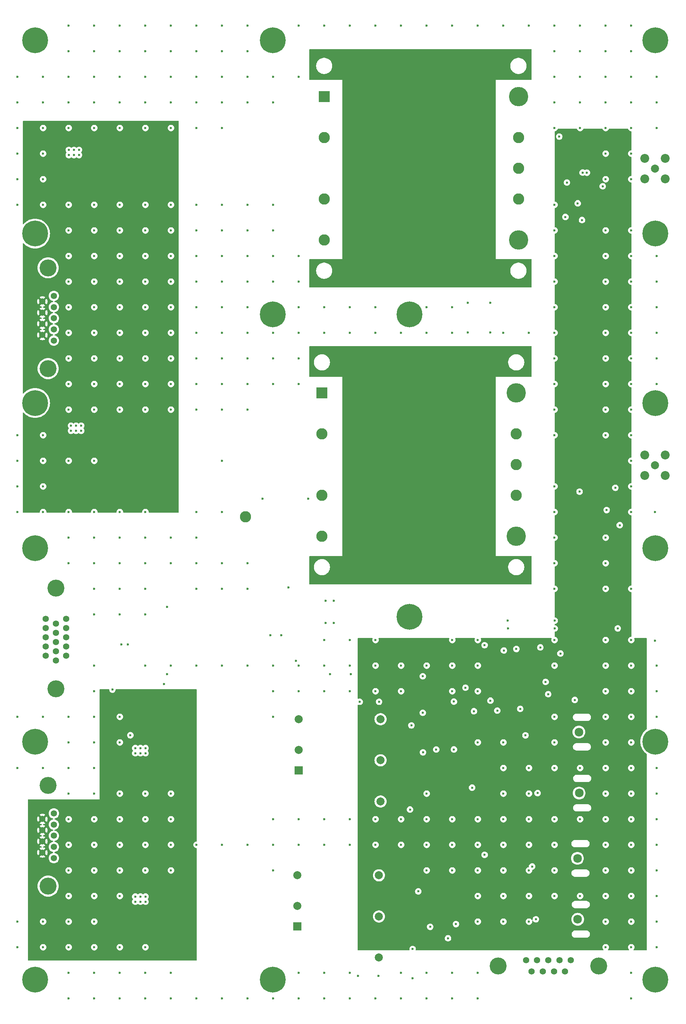
<source format=gbr>
%TF.GenerationSoftware,KiCad,Pcbnew,8.0.6*%
%TF.CreationDate,2025-06-02T15:06:51-04:00*%
%TF.ProjectId,CAEN_NEVIS_DAQ_PM5V,4341454e-5f4e-4455-9649-535f4441515f,rev?*%
%TF.SameCoordinates,Original*%
%TF.FileFunction,Copper,L5,Inr*%
%TF.FilePolarity,Positive*%
%FSLAX46Y46*%
G04 Gerber Fmt 4.6, Leading zero omitted, Abs format (unit mm)*
G04 Created by KiCad (PCBNEW 8.0.6) date 2025-06-02 15:06:51*
%MOMM*%
%LPD*%
G01*
G04 APERTURE LIST*
%TA.AperFunction,ComponentPad*%
%ADD10C,6.400000*%
%TD*%
%TA.AperFunction,ComponentPad*%
%ADD11C,2.159000*%
%TD*%
%TA.AperFunction,ComponentPad*%
%ADD12R,2.800000X2.800000*%
%TD*%
%TA.AperFunction,ComponentPad*%
%ADD13C,2.800000*%
%TD*%
%TA.AperFunction,ComponentPad*%
%ADD14C,4.800000*%
%TD*%
%TA.AperFunction,ComponentPad*%
%ADD15C,1.575000*%
%TD*%
%TA.AperFunction,ComponentPad*%
%ADD16C,4.216000*%
%TD*%
%TA.AperFunction,ComponentPad*%
%ADD17C,2.006600*%
%TD*%
%TA.AperFunction,ComponentPad*%
%ADD18C,2.209800*%
%TD*%
%TA.AperFunction,ComponentPad*%
%ADD19R,2.000000X2.000000*%
%TD*%
%TA.AperFunction,ComponentPad*%
%ADD20C,2.000000*%
%TD*%
%TA.AperFunction,ComponentPad*%
%ADD21C,1.560000*%
%TD*%
%TA.AperFunction,ViaPad*%
%ADD22C,0.600000*%
%TD*%
%TA.AperFunction,ViaPad*%
%ADD23C,1.200000*%
%TD*%
G04 APERTURE END LIST*
D10*
%TO.N,GNDPWR*%
%TO.C,H13*%
X184000000Y-262000000D03*
%TD*%
%TO.N,GNDPWR*%
%TO.C,H6*%
X125000000Y-203000000D03*
%TD*%
%TO.N,GNDPWR*%
%TO.C,H14*%
X279000000Y-119000000D03*
%TD*%
%TO.N,GNDPWR*%
%TO.C,H4*%
X125000000Y-119000000D03*
%TD*%
D11*
%TO.N,Net-(M3-Pad3)*%
%TO.C,P4*%
X260040000Y-200620000D03*
%TD*%
D12*
%TO.N,Net-(U4-+VIN)*%
%TO.C,U4*%
X196235000Y-116540000D03*
D13*
%TO.N,/Main_DC-DC_Converters/Enable_CKT/Enable*%
X196235000Y-126700000D03*
%TO.N,GNDPWR*%
X196235000Y-141940000D03*
%TO.N,/Main_DC-DC_Converters/Enable_CKT/RTN*%
X196235000Y-152100000D03*
D14*
%TO.N,/M5V*%
X244485000Y-152100000D03*
D13*
X244485000Y-141940000D03*
%TO.N,unconnected-(U4-TRIM-Pad7)*%
X244485000Y-134320000D03*
%TO.N,/PM5_RTN*%
X244485000Y-126700000D03*
D14*
X244485000Y-116540000D03*
%TD*%
D11*
%TO.N,Net-(P2-Pad1)*%
%TO.C,P2*%
X259760000Y-247070000D03*
%TD*%
D15*
%TO.N,/Enable+*%
%TO.C,J1*%
X132710000Y-181730000D03*
%TO.N,/P5V_V_MON*%
X132710000Y-179440000D03*
%TO.N,unconnected-(J1-Pad3)*%
X132710000Y-177150000D03*
%TO.N,/M5V_I_MON*%
X132710000Y-174860000D03*
%TO.N,/P5V_I_MON*%
X132710000Y-172570000D03*
%TO.N,/Enable-*%
X130170000Y-182875000D03*
%TO.N,/PM5V_TELEM_RTN*%
X130170000Y-180585000D03*
%TO.N,/M5V_V_MON*%
X130170000Y-178295000D03*
%TO.N,/PM5V_TELEM_RTN*%
X130170000Y-176005000D03*
X130170000Y-173715000D03*
X127630000Y-181730000D03*
X127630000Y-179440000D03*
%TO.N,unconnected-(J1-Pad13)*%
X127630000Y-177150000D03*
%TO.N,/PM5V_TELEM_RTN*%
X127630000Y-174860000D03*
%TO.N,/TEMP_MON*%
X127630000Y-172570000D03*
D16*
%TO.N,GNDPWR*%
X130170000Y-164909000D03*
X130170000Y-189899000D03*
%TD*%
D13*
%TO.N,/Main_DC-DC_Converters/Enable_CKT/Enable*%
%TO.C,V_{EN}1*%
X177270000Y-147230000D03*
%TD*%
D10*
%TO.N,GNDPWR*%
%TO.C,H17*%
X218000000Y-172000000D03*
%TD*%
D17*
%TO.N,/M5V_OUT*%
%TO.C,J4*%
X278970000Y-134410000D03*
D18*
%TO.N,/PM5_RTN*%
X281510000Y-131870000D03*
X276430000Y-131870000D03*
X276430000Y-136950000D03*
X281510000Y-136950000D03*
%TD*%
D12*
%TO.N,Net-(U3-+VIN)*%
%TO.C,U3*%
X196795000Y-43017500D03*
D13*
%TO.N,/Main_DC-DC_Converters/Enable_CKT/Enable*%
X196795000Y-53177500D03*
%TO.N,GNDPWR*%
X196795000Y-68417500D03*
%TO.N,/Main_DC-DC_Converters/Main_Converter/V_RTN*%
X196795000Y-78577500D03*
D14*
%TO.N,/PM5_RTN*%
X245045000Y-78577500D03*
D13*
X245045000Y-68417500D03*
%TO.N,unconnected-(U3-TRIM-Pad7)*%
X245045000Y-60797500D03*
%TO.N,/P5V*%
X245045000Y-53177500D03*
D14*
X245045000Y-43017500D03*
%TD*%
D10*
%TO.N,GNDPWR*%
%TO.C,H11*%
X279000000Y-203000000D03*
%TD*%
D19*
%TO.N,/Telemetry_PWR/Telem_5V1/V_POS*%
%TO.C,U6*%
X190093750Y-248860000D03*
D20*
%TO.N,/Telemetry_PWR/Telem_5V1/V_RTN*%
X190093750Y-243760000D03*
%TO.N,/PM5V_TELEM_RTN*%
X210393750Y-256560000D03*
%TO.N,unconnected-(U6-TRIM-Pad4)*%
X210393750Y-246360000D03*
%TO.N,/M5V_TELEM*%
X210393750Y-236160000D03*
%TO.N,unconnected-(U6-REMOTE-Pad6)*%
X190093750Y-236160000D03*
%TD*%
D10*
%TO.N,GNDPWR*%
%TO.C,H3*%
X125000000Y-77000000D03*
%TD*%
%TO.N,GNDPWR*%
%TO.C,H5*%
X125000000Y-155000000D03*
%TD*%
%TO.N,GNDPWR*%
%TO.C,H1*%
X125000000Y-29000000D03*
%TD*%
%TO.N,GNDPWR*%
%TO.C,H16*%
X218000000Y-97000000D03*
%TD*%
%TO.N,GNDPWR*%
%TO.C,H8*%
X279000000Y-262000000D03*
%TD*%
D19*
%TO.N,/Telemetry_PWR/Telem_5V/V_POS*%
%TO.C,U5*%
X190492500Y-210130000D03*
D20*
%TO.N,/Telemetry_PWR/Telem_5V/V_RTN*%
X190492500Y-205030000D03*
%TO.N,/P5V_TELEM*%
X210792500Y-217830000D03*
%TO.N,unconnected-(U5-TRIM-Pad4)*%
X210792500Y-207630000D03*
%TO.N,/PM5V_TELEM_RTN*%
X210792500Y-197430000D03*
%TO.N,unconnected-(U5-REMOTE-Pad6)*%
X190492500Y-197430000D03*
%TD*%
D10*
%TO.N,GNDPWR*%
%TO.C,H15*%
X184000000Y-29000000D03*
%TD*%
%TO.N,GNDPWR*%
%TO.C,H7*%
X125000000Y-262000000D03*
%TD*%
%TO.N,GNDPWR*%
%TO.C,H10*%
X184000000Y-97000000D03*
%TD*%
%TO.N,GNDPWR*%
%TO.C,H12*%
X279000000Y-77000000D03*
%TD*%
D21*
%TO.N,/M5V_TELEM*%
%TO.C,J6*%
X246915000Y-257210000D03*
X249685000Y-257210000D03*
%TO.N,unconnected-(J6-Pad3)*%
X252455000Y-257210000D03*
%TO.N,/P5V_TELEM*%
X255225000Y-257210000D03*
X257995000Y-257210000D03*
%TO.N,/PM5V_TELEM_RTN*%
X248300000Y-260050000D03*
X251070000Y-260050000D03*
X253840000Y-260050000D03*
X256610000Y-260050000D03*
D16*
%TO.N,GNDPWR*%
X239955000Y-258630000D03*
X264955000Y-258630000D03*
%TD*%
D11*
%TO.N,Net-(M4-Pad3)*%
%TO.C,P1*%
X259680000Y-231950000D03*
%TD*%
D17*
%TO.N,/P5V_OUT*%
%TO.C,J5*%
X278970000Y-60900000D03*
D18*
%TO.N,/PM5_RTN*%
X281510000Y-58360000D03*
X276430000Y-58360000D03*
X276430000Y-63440000D03*
X281510000Y-63440000D03*
%TD*%
D21*
%TO.N,/V_SEC_RTN*%
%TO.C,J2*%
X129660000Y-92440000D03*
X129660000Y-95210000D03*
%TO.N,unconnected-(J2-Pad3)*%
X129660000Y-97980000D03*
%TO.N,/V_SEC_RTN*%
X129660000Y-100750000D03*
X129660000Y-103520000D03*
%TO.N,/V_SEC_IN*%
X126820000Y-93825000D03*
X126820000Y-96595000D03*
X126820000Y-99365000D03*
X126820000Y-102135000D03*
D16*
%TO.N,GNDPWR*%
X128240000Y-85480000D03*
X128240000Y-110480000D03*
%TD*%
D10*
%TO.N,GNDPWR*%
%TO.C,H9*%
X279000000Y-155000000D03*
%TD*%
D21*
%TO.N,/V_TELEM_RTN*%
%TO.C,J3*%
X129660000Y-220810000D03*
X129660000Y-223580000D03*
%TO.N,unconnected-(J3-Pad3)*%
X129660000Y-226350000D03*
%TO.N,/V_TELEM_RTN*%
X129660000Y-229120000D03*
X129660000Y-231890000D03*
%TO.N,/V_TELEM_IN*%
X126820000Y-222195000D03*
X126820000Y-224965000D03*
X126820000Y-227735000D03*
X126820000Y-230505000D03*
D16*
%TO.N,GNDPWR*%
X128240000Y-213850000D03*
X128240000Y-238850000D03*
%TD*%
D11*
%TO.N,Net-(P3-Pad1)*%
%TO.C,P3*%
X260100000Y-215770000D03*
%TD*%
D10*
%TO.N,GNDPWR*%
%TO.C,H2*%
X279000000Y-29000000D03*
%TD*%
D22*
%TO.N,/V_TELEM_IN*%
X162580000Y-191275000D03*
X147975000Y-250330000D03*
X146705000Y-250330000D03*
X145435000Y-249060000D03*
X147975000Y-209690000D03*
X145435000Y-210960000D03*
X146705000Y-209690000D03*
X146705000Y-249060000D03*
X148640000Y-196410000D03*
X146705000Y-210960000D03*
X147975000Y-210960000D03*
X145435000Y-209690000D03*
X145435000Y-250330000D03*
X147975000Y-249060000D03*
%TO.N,/V_TELEM_RTN*%
X266700000Y-234950000D03*
X171450000Y-228600000D03*
X279400000Y-184150000D03*
X139700000Y-222250000D03*
X133350000Y-241300000D03*
X139700000Y-228600000D03*
X234950000Y-234950000D03*
X241300000Y-209550000D03*
X196850000Y-228600000D03*
X228600000Y-190500000D03*
X254000000Y-184150000D03*
X222250000Y-184150000D03*
X139700000Y-190500000D03*
X133350000Y-209550000D03*
X133350000Y-215900000D03*
X127000000Y-247650000D03*
X127000000Y-196850000D03*
X139700000Y-196850000D03*
X260350000Y-241300000D03*
X149880000Y-241440000D03*
X171450000Y-266700000D03*
X241300000Y-241300000D03*
X151150000Y-241440000D03*
X152400000Y-254000000D03*
X157040000Y-188760000D03*
X120650000Y-209550000D03*
X120650000Y-254000000D03*
X152400000Y-266700000D03*
X133350000Y-254000000D03*
X184150000Y-222250000D03*
X234950000Y-177800000D03*
X139700000Y-260350000D03*
X247650000Y-234950000D03*
X152420000Y-242710000D03*
X215900000Y-260350000D03*
X241300000Y-222250000D03*
X209550000Y-190500000D03*
X209550000Y-266700000D03*
X165100000Y-266700000D03*
X139700000Y-241300000D03*
X177800000Y-228600000D03*
X203200000Y-222250000D03*
X241300000Y-228600000D03*
X146050000Y-241300000D03*
X149880000Y-242710000D03*
X247650000Y-247650000D03*
X190500000Y-190500000D03*
X266700000Y-190500000D03*
X152400000Y-234950000D03*
X266700000Y-215900000D03*
X241300000Y-234950000D03*
X152420000Y-205880000D03*
X273050000Y-266700000D03*
X266700000Y-228600000D03*
X273050000Y-215900000D03*
X171450000Y-184150000D03*
X247650000Y-241300000D03*
X139700000Y-203200000D03*
X273050000Y-234950000D03*
X279400000Y-228600000D03*
X209550000Y-228600000D03*
X273050000Y-209550000D03*
X127000000Y-254000000D03*
X165100000Y-228600000D03*
X215900000Y-266700000D03*
X190500000Y-184150000D03*
X146050000Y-222250000D03*
X120650000Y-196850000D03*
X139700000Y-234950000D03*
X215900000Y-190500000D03*
X273050000Y-247650000D03*
X203200000Y-260350000D03*
X228600000Y-234950000D03*
X152400000Y-222250000D03*
X127000000Y-209550000D03*
X241300000Y-215900000D03*
X144220000Y-190100000D03*
X266700000Y-254000000D03*
X215900000Y-184150000D03*
X152400000Y-228600000D03*
X279400000Y-209550000D03*
X273050000Y-177800000D03*
X247650000Y-228600000D03*
X149880000Y-205880000D03*
X152400000Y-171450000D03*
X209550000Y-177800000D03*
X158750000Y-215900000D03*
X273050000Y-203200000D03*
X234950000Y-203200000D03*
X266700000Y-222250000D03*
X215900000Y-228600000D03*
X279400000Y-254000000D03*
X234950000Y-184150000D03*
X279400000Y-190500000D03*
X189770000Y-182940000D03*
X203200000Y-184150000D03*
X177800000Y-184150000D03*
X158750000Y-260350000D03*
X234950000Y-190500000D03*
X152400000Y-260350000D03*
X273050000Y-228600000D03*
X228600000Y-228600000D03*
X266700000Y-177800000D03*
X228600000Y-177800000D03*
X260350000Y-209550000D03*
X146050000Y-260350000D03*
X234950000Y-222250000D03*
X139700000Y-215900000D03*
X184150000Y-196850000D03*
X273050000Y-222250000D03*
X279400000Y-247650000D03*
X273050000Y-184150000D03*
X266700000Y-203200000D03*
X228600000Y-222250000D03*
X247650000Y-222250000D03*
X148670000Y-201420000D03*
X139700000Y-247650000D03*
X146050000Y-196850000D03*
X215900000Y-222250000D03*
X196850000Y-190500000D03*
X152400000Y-165100000D03*
X146050000Y-215900000D03*
X146050000Y-203200000D03*
X279400000Y-196850000D03*
X266700000Y-209550000D03*
X247650000Y-215900000D03*
X133350000Y-228600000D03*
X203200000Y-228600000D03*
X279400000Y-222250000D03*
X151150000Y-205880000D03*
X149880000Y-204610000D03*
X234950000Y-266700000D03*
X254000000Y-203200000D03*
X234950000Y-228600000D03*
X241300000Y-203200000D03*
X273050000Y-254000000D03*
X133350000Y-266700000D03*
X133350000Y-260350000D03*
X146409999Y-178886200D03*
X152400000Y-215900000D03*
X158750000Y-184150000D03*
X266700000Y-196850000D03*
X139700000Y-254000000D03*
X158750000Y-222250000D03*
X139700000Y-171450000D03*
X254000000Y-241300000D03*
X152420000Y-204610000D03*
X241300000Y-247650000D03*
X273050000Y-196850000D03*
X199180000Y-173590000D03*
X266700000Y-184150000D03*
X146050000Y-254000000D03*
X133350000Y-234950000D03*
X279400000Y-234950000D03*
X222250000Y-222250000D03*
X266700000Y-241300000D03*
X234950000Y-241300000D03*
X228600000Y-266700000D03*
X279400000Y-215900000D03*
X158750000Y-234950000D03*
X273050000Y-260350000D03*
X222250000Y-228600000D03*
X133350000Y-222250000D03*
X254000000Y-228600000D03*
X133350000Y-196850000D03*
X190500000Y-266700000D03*
X196850000Y-184150000D03*
X222250000Y-215900000D03*
X146050000Y-171450000D03*
X222250000Y-234950000D03*
X158750000Y-266700000D03*
X247650000Y-209550000D03*
X190500000Y-260350000D03*
X184150000Y-266700000D03*
X203200000Y-177800000D03*
X203200000Y-190500000D03*
X228600000Y-184150000D03*
X234950000Y-260350000D03*
X165100000Y-184150000D03*
X152420000Y-241440000D03*
X254000000Y-177800000D03*
X151150000Y-204610000D03*
X222250000Y-266700000D03*
X146050000Y-234950000D03*
X139700000Y-209550000D03*
X197180000Y-173590000D03*
X152400000Y-184150000D03*
X184150000Y-190500000D03*
X120650000Y-247650000D03*
X254000000Y-222250000D03*
X177800000Y-266700000D03*
X228600000Y-260350000D03*
X273050000Y-190500000D03*
X190500000Y-228600000D03*
X209550000Y-222250000D03*
X146050000Y-228600000D03*
X184150000Y-228600000D03*
X203200000Y-266700000D03*
X146050000Y-266700000D03*
X146050000Y-165100000D03*
X279400000Y-241300000D03*
X196850000Y-266700000D03*
X158750000Y-228600000D03*
X133350000Y-247650000D03*
X266700000Y-247650000D03*
X196850000Y-177800000D03*
X190500000Y-222250000D03*
X139700000Y-266700000D03*
X273050000Y-241300000D03*
X139700000Y-165100000D03*
X209550000Y-184150000D03*
X196850000Y-222250000D03*
X184150000Y-234950000D03*
X196850000Y-260350000D03*
X139700000Y-184150000D03*
X222250000Y-260350000D03*
X254000000Y-196850000D03*
X254000000Y-234950000D03*
X151150000Y-242710000D03*
X254000000Y-209550000D03*
X234950000Y-247650000D03*
X260350000Y-222250000D03*
X184150000Y-184150000D03*
X133350000Y-203200000D03*
%TO.N,/Main_DC-DC_Converters/V3p3*%
X148059999Y-178866200D03*
D23*
%TO.N,GNDPWR*%
X203220000Y-86500000D03*
X215920000Y-56020000D03*
X218460000Y-68720000D03*
X238780000Y-162700000D03*
X208300000Y-122060000D03*
X205760000Y-150000000D03*
X231160000Y-124600000D03*
X236240000Y-66180000D03*
X213380000Y-137300000D03*
X233700000Y-86500000D03*
X203220000Y-58560000D03*
X205760000Y-124600000D03*
X223540000Y-127140000D03*
X241320000Y-109360000D03*
X210840000Y-137300000D03*
X203220000Y-68720000D03*
X223540000Y-86500000D03*
X218460000Y-35700000D03*
X236240000Y-78880000D03*
X231160000Y-106820000D03*
X226080000Y-83960000D03*
X223540000Y-160160000D03*
X218460000Y-109360000D03*
X236240000Y-61100000D03*
X215920000Y-53480000D03*
X203220000Y-122060000D03*
X215920000Y-40780000D03*
X218460000Y-147460000D03*
X210840000Y-33160000D03*
X221000000Y-116980000D03*
X226080000Y-142380000D03*
X223540000Y-35700000D03*
X236240000Y-157620000D03*
X205760000Y-56020000D03*
X221000000Y-114440000D03*
X218460000Y-157620000D03*
X231160000Y-111900000D03*
X233700000Y-63640000D03*
X210840000Y-63640000D03*
X210840000Y-56020000D03*
X226080000Y-43320000D03*
X226080000Y-48400000D03*
X208300000Y-127140000D03*
X221000000Y-56020000D03*
X221000000Y-127140000D03*
X205760000Y-50940000D03*
X226080000Y-114440000D03*
X221000000Y-61100000D03*
X210840000Y-150000000D03*
X203220000Y-89040000D03*
X213380000Y-48400000D03*
X210840000Y-152540000D03*
X215920000Y-122060000D03*
X208300000Y-162700000D03*
X233700000Y-152540000D03*
X208300000Y-58560000D03*
X221000000Y-124600000D03*
X233700000Y-142380000D03*
X226080000Y-73800000D03*
X203220000Y-56020000D03*
X228620000Y-43320000D03*
X231160000Y-58560000D03*
X233700000Y-38240000D03*
X205760000Y-122060000D03*
X226080000Y-50940000D03*
X210840000Y-142380000D03*
D22*
X232480000Y-101510000D03*
D23*
X210840000Y-144920000D03*
X231160000Y-81420000D03*
X205760000Y-73800000D03*
X213380000Y-68720000D03*
X205760000Y-152540000D03*
X236240000Y-127140000D03*
X226080000Y-53480000D03*
X236240000Y-86500000D03*
X231160000Y-48400000D03*
X205760000Y-33160000D03*
X208300000Y-73800000D03*
X241320000Y-162700000D03*
X208300000Y-147460000D03*
X203220000Y-124600000D03*
X213380000Y-71260000D03*
X238780000Y-106820000D03*
X233700000Y-109360000D03*
X233700000Y-111900000D03*
X205760000Y-61100000D03*
X215920000Y-33160000D03*
X215920000Y-63640000D03*
X223540000Y-162700000D03*
X210840000Y-134760000D03*
X221000000Y-111900000D03*
X226080000Y-61100000D03*
X208300000Y-160160000D03*
X218460000Y-66180000D03*
X221000000Y-68720000D03*
X215920000Y-155080000D03*
X208300000Y-33160000D03*
X208300000Y-66180000D03*
X205760000Y-137300000D03*
X205760000Y-58560000D03*
X208300000Y-114440000D03*
X221000000Y-86500000D03*
X228620000Y-124600000D03*
X218460000Y-122060000D03*
X218460000Y-160160000D03*
X215920000Y-50940000D03*
X233700000Y-73800000D03*
X223540000Y-68720000D03*
X215920000Y-83960000D03*
X203220000Y-45860000D03*
X238780000Y-35700000D03*
X226080000Y-147460000D03*
X215920000Y-38240000D03*
X223540000Y-58560000D03*
X233700000Y-78880000D03*
X236240000Y-111900000D03*
X226080000Y-162700000D03*
X236240000Y-38240000D03*
X231160000Y-139840000D03*
X213380000Y-152540000D03*
X236240000Y-129680000D03*
X226080000Y-35700000D03*
X228620000Y-68720000D03*
X226080000Y-139840000D03*
X221000000Y-119520000D03*
X231160000Y-157620000D03*
X231160000Y-132220000D03*
X223540000Y-152540000D03*
D22*
X232480000Y-94120000D03*
D23*
X228620000Y-155080000D03*
X215920000Y-58560000D03*
X231160000Y-61100000D03*
X228620000Y-48400000D03*
X208300000Y-45860000D03*
X210840000Y-157620000D03*
X210840000Y-129680000D03*
X231160000Y-162700000D03*
X205760000Y-83960000D03*
X226080000Y-71260000D03*
X238780000Y-86500000D03*
X228620000Y-129680000D03*
X203220000Y-35700000D03*
X236240000Y-139840000D03*
X223540000Y-137300000D03*
X228620000Y-119520000D03*
X203220000Y-157620000D03*
X221000000Y-132220000D03*
X231160000Y-155080000D03*
X221000000Y-160160000D03*
X223540000Y-124600000D03*
X200680000Y-86500000D03*
X223540000Y-132220000D03*
X203220000Y-33160000D03*
X233700000Y-33160000D03*
X223540000Y-81420000D03*
X226080000Y-66180000D03*
X213380000Y-86500000D03*
X233700000Y-162700000D03*
X210840000Y-124600000D03*
X210840000Y-61100000D03*
X231160000Y-33160000D03*
X226080000Y-155080000D03*
X228620000Y-86500000D03*
X223540000Y-157620000D03*
X231160000Y-86500000D03*
X228620000Y-81420000D03*
X231160000Y-116980000D03*
X218460000Y-127140000D03*
X205760000Y-35700000D03*
X210840000Y-147460000D03*
X215920000Y-142380000D03*
X228620000Y-66180000D03*
X215920000Y-86500000D03*
X231160000Y-76340000D03*
X210840000Y-48400000D03*
X203220000Y-147460000D03*
X200680000Y-89040000D03*
X226080000Y-137300000D03*
X226080000Y-127140000D03*
X213380000Y-127140000D03*
X231160000Y-114440000D03*
X203220000Y-155080000D03*
X203220000Y-144920000D03*
X218460000Y-116980000D03*
X233700000Y-106820000D03*
X215920000Y-137300000D03*
X215920000Y-43320000D03*
X241320000Y-33160000D03*
X233700000Y-144920000D03*
X208300000Y-142380000D03*
X213380000Y-63640000D03*
X210840000Y-162700000D03*
X205760000Y-76340000D03*
X221000000Y-48400000D03*
X223540000Y-144920000D03*
X213380000Y-45860000D03*
X213380000Y-89040000D03*
X210840000Y-155080000D03*
X241320000Y-106820000D03*
X226080000Y-122060000D03*
X213380000Y-61100000D03*
X208300000Y-152540000D03*
X205760000Y-144920000D03*
X233700000Y-127140000D03*
X218460000Y-58560000D03*
X233700000Y-61100000D03*
X218460000Y-119520000D03*
X221000000Y-155080000D03*
X221000000Y-50940000D03*
X223540000Y-45860000D03*
X208300000Y-50940000D03*
X213380000Y-111900000D03*
X203220000Y-127140000D03*
X210840000Y-114440000D03*
X233700000Y-137300000D03*
X233700000Y-43320000D03*
X213380000Y-33160000D03*
X236240000Y-160160000D03*
X205760000Y-106820000D03*
X231160000Y-78880000D03*
X236240000Y-76340000D03*
X215920000Y-48400000D03*
X238780000Y-89040000D03*
X226080000Y-160160000D03*
X205760000Y-45860000D03*
X233700000Y-155080000D03*
X205760000Y-68720000D03*
X210840000Y-89040000D03*
X210840000Y-78880000D03*
X215920000Y-89040000D03*
X233700000Y-45860000D03*
X205760000Y-160160000D03*
X203220000Y-83960000D03*
X203220000Y-139840000D03*
X221000000Y-43320000D03*
X208300000Y-68720000D03*
X215920000Y-124600000D03*
X205760000Y-155080000D03*
X205760000Y-134760000D03*
X208300000Y-124600000D03*
X218460000Y-152540000D03*
X236240000Y-33160000D03*
X218460000Y-71260000D03*
X203220000Y-137300000D03*
X205760000Y-111900000D03*
X213380000Y-66180000D03*
X226080000Y-89040000D03*
X205760000Y-63640000D03*
X233700000Y-122060000D03*
X218460000Y-150000000D03*
X210840000Y-38240000D03*
X205760000Y-53480000D03*
X203220000Y-114440000D03*
X203220000Y-66180000D03*
X231160000Y-38240000D03*
X218460000Y-111900000D03*
X236240000Y-63640000D03*
X226080000Y-116980000D03*
X210840000Y-40780000D03*
X205760000Y-127140000D03*
X213380000Y-144920000D03*
X221000000Y-106820000D03*
X203220000Y-134760000D03*
X218460000Y-53480000D03*
X203220000Y-53480000D03*
X200680000Y-162700000D03*
X208300000Y-157620000D03*
D22*
X205190000Y-261150000D03*
D23*
X218460000Y-144920000D03*
X226080000Y-45860000D03*
X213380000Y-150000000D03*
X228620000Y-63640000D03*
X233700000Y-116980000D03*
X215920000Y-81420000D03*
X228620000Y-61100000D03*
X218460000Y-61100000D03*
X226080000Y-86500000D03*
X236240000Y-116980000D03*
X223540000Y-38240000D03*
X208300000Y-129680000D03*
X226080000Y-150000000D03*
X200680000Y-109360000D03*
X221000000Y-66180000D03*
X213380000Y-132220000D03*
X210840000Y-139840000D03*
X223540000Y-71260000D03*
X215920000Y-129680000D03*
X228620000Y-33160000D03*
X208300000Y-116980000D03*
X236240000Y-132220000D03*
X238780000Y-160160000D03*
X236240000Y-155080000D03*
X203220000Y-142380000D03*
X223540000Y-155080000D03*
X228620000Y-50940000D03*
X218460000Y-162700000D03*
X221000000Y-144920000D03*
X233700000Y-81420000D03*
X208300000Y-78880000D03*
X205760000Y-129680000D03*
X218460000Y-33160000D03*
X231160000Y-45860000D03*
X205760000Y-48400000D03*
X223540000Y-53480000D03*
X223540000Y-106820000D03*
X218460000Y-56020000D03*
X213380000Y-157620000D03*
X228620000Y-160160000D03*
X236240000Y-35700000D03*
X236240000Y-106820000D03*
X236240000Y-144920000D03*
X208300000Y-111900000D03*
X215920000Y-109360000D03*
X233700000Y-124600000D03*
X215920000Y-119520000D03*
X210840000Y-127140000D03*
X233700000Y-53480000D03*
X233700000Y-157620000D03*
X208300000Y-139840000D03*
X203220000Y-162700000D03*
X236240000Y-119520000D03*
X228620000Y-78880000D03*
X213380000Y-155080000D03*
X203220000Y-63640000D03*
X213380000Y-76340000D03*
X236240000Y-48400000D03*
X241320000Y-86500000D03*
X228620000Y-122060000D03*
X236240000Y-83960000D03*
X233700000Y-76340000D03*
X228620000Y-56020000D03*
X233700000Y-48400000D03*
X215920000Y-144920000D03*
X205760000Y-86500000D03*
X223540000Y-33160000D03*
X228620000Y-83960000D03*
X236240000Y-68720000D03*
X213380000Y-116980000D03*
X210840000Y-106820000D03*
X210840000Y-53480000D03*
X213380000Y-73800000D03*
X215920000Y-132220000D03*
X221000000Y-137300000D03*
X233700000Y-66180000D03*
X213380000Y-162700000D03*
X231160000Y-53480000D03*
X203220000Y-132220000D03*
X228620000Y-150000000D03*
X221000000Y-53480000D03*
X228620000Y-157620000D03*
X203220000Y-78880000D03*
X218460000Y-63640000D03*
X236240000Y-162700000D03*
X215920000Y-71260000D03*
X236240000Y-89040000D03*
X210840000Y-116980000D03*
X215920000Y-127140000D03*
X221000000Y-78880000D03*
X236240000Y-134760000D03*
X221000000Y-45860000D03*
X205760000Y-109360000D03*
X228620000Y-89040000D03*
X221000000Y-89040000D03*
X215920000Y-116980000D03*
X213380000Y-129680000D03*
X236240000Y-58560000D03*
X203220000Y-61100000D03*
X208300000Y-150000000D03*
X223540000Y-142380000D03*
X226080000Y-78880000D03*
X218460000Y-43320000D03*
X208300000Y-109360000D03*
X233700000Y-83960000D03*
X208300000Y-155080000D03*
X205760000Y-71260000D03*
X223540000Y-89040000D03*
X223540000Y-63640000D03*
X223540000Y-56020000D03*
X205760000Y-142380000D03*
X208300000Y-83960000D03*
X228620000Y-40780000D03*
X226080000Y-129680000D03*
X241320000Y-35700000D03*
X208300000Y-89040000D03*
X213380000Y-83960000D03*
X205760000Y-43320000D03*
X231160000Y-89040000D03*
X210840000Y-132220000D03*
X218460000Y-50940000D03*
X205760000Y-40780000D03*
X213380000Y-106820000D03*
X223540000Y-66180000D03*
X223540000Y-114440000D03*
X233700000Y-119520000D03*
X228620000Y-53480000D03*
X236240000Y-124600000D03*
X203220000Y-43320000D03*
X213380000Y-134760000D03*
X221000000Y-38240000D03*
X226080000Y-106820000D03*
X226080000Y-58560000D03*
X203220000Y-111900000D03*
X231160000Y-56020000D03*
X226080000Y-38240000D03*
X218460000Y-134760000D03*
X233700000Y-35700000D03*
X233700000Y-160160000D03*
X203220000Y-71260000D03*
X208300000Y-61100000D03*
X208300000Y-56020000D03*
X233700000Y-147460000D03*
X218460000Y-45860000D03*
X236240000Y-147460000D03*
X210840000Y-66180000D03*
X241320000Y-160160000D03*
X203220000Y-48400000D03*
X228620000Y-76340000D03*
X203220000Y-81420000D03*
X210840000Y-109360000D03*
X226080000Y-157620000D03*
X226080000Y-63640000D03*
X221000000Y-81420000D03*
X215920000Y-147460000D03*
X231160000Y-134760000D03*
X231160000Y-122060000D03*
X215920000Y-61100000D03*
X223540000Y-76340000D03*
X236240000Y-40780000D03*
X226080000Y-76340000D03*
X218460000Y-83960000D03*
X200680000Y-106820000D03*
X203220000Y-160160000D03*
X208300000Y-144920000D03*
X218460000Y-129680000D03*
X228620000Y-127140000D03*
X213380000Y-119520000D03*
X221000000Y-142380000D03*
X231160000Y-43320000D03*
X228620000Y-58560000D03*
D22*
X205620000Y-193120000D03*
D23*
X205760000Y-116980000D03*
X210840000Y-71260000D03*
X213380000Y-50940000D03*
X218460000Y-40780000D03*
X223540000Y-139840000D03*
X208300000Y-76340000D03*
X231160000Y-129680000D03*
X226080000Y-144920000D03*
X215920000Y-114440000D03*
X213380000Y-81420000D03*
X223540000Y-40780000D03*
X213380000Y-43320000D03*
X236240000Y-81420000D03*
X223540000Y-134760000D03*
X228620000Y-109360000D03*
X218460000Y-132220000D03*
X213380000Y-109360000D03*
X200680000Y-160160000D03*
X221000000Y-73800000D03*
X208300000Y-132220000D03*
X228620000Y-114440000D03*
X213380000Y-160160000D03*
X236240000Y-109360000D03*
X203220000Y-106820000D03*
X213380000Y-124600000D03*
X210840000Y-119520000D03*
X218460000Y-142380000D03*
X210840000Y-50940000D03*
X236240000Y-56020000D03*
X226080000Y-134760000D03*
X223540000Y-48400000D03*
X218460000Y-73800000D03*
X226080000Y-33160000D03*
X203220000Y-76340000D03*
X218460000Y-155080000D03*
X228620000Y-73800000D03*
X210840000Y-160160000D03*
X233700000Y-71260000D03*
X226080000Y-68720000D03*
X223540000Y-43320000D03*
X221000000Y-63640000D03*
X208300000Y-119520000D03*
X231160000Y-109360000D03*
X203220000Y-109360000D03*
X223540000Y-61100000D03*
X215920000Y-162700000D03*
X218460000Y-114440000D03*
X208300000Y-86500000D03*
X210840000Y-35700000D03*
X233700000Y-68720000D03*
X223540000Y-122060000D03*
X231160000Y-68720000D03*
X233700000Y-89040000D03*
X223540000Y-83960000D03*
X223540000Y-147460000D03*
X218460000Y-81420000D03*
X233700000Y-139840000D03*
X208300000Y-106820000D03*
X208300000Y-40780000D03*
X223540000Y-150000000D03*
X226080000Y-152540000D03*
X205760000Y-147460000D03*
X223540000Y-109360000D03*
X208300000Y-81420000D03*
X203220000Y-38240000D03*
X203220000Y-152540000D03*
X223540000Y-111900000D03*
X233700000Y-56020000D03*
X221000000Y-58560000D03*
X233700000Y-150000000D03*
X228620000Y-132220000D03*
X228620000Y-106820000D03*
X215920000Y-78880000D03*
X228620000Y-45860000D03*
X205760000Y-81420000D03*
X226080000Y-132220000D03*
X236240000Y-73800000D03*
X215920000Y-150000000D03*
X231160000Y-40780000D03*
X231160000Y-66180000D03*
X241320000Y-89040000D03*
X236240000Y-142380000D03*
X231160000Y-152540000D03*
X221000000Y-71260000D03*
X223540000Y-78880000D03*
X236240000Y-152540000D03*
X218460000Y-76340000D03*
X231160000Y-127140000D03*
X213380000Y-122060000D03*
X221000000Y-157620000D03*
X205760000Y-162700000D03*
X208300000Y-48400000D03*
X238780000Y-109360000D03*
X233700000Y-50940000D03*
X215920000Y-152540000D03*
X226080000Y-124600000D03*
X213380000Y-78880000D03*
X218460000Y-106820000D03*
X210840000Y-81420000D03*
X233700000Y-58560000D03*
X228620000Y-137300000D03*
X210840000Y-43320000D03*
X228620000Y-144920000D03*
X231160000Y-160160000D03*
X228620000Y-152540000D03*
X221000000Y-139840000D03*
X228620000Y-35700000D03*
X231160000Y-137300000D03*
X228620000Y-142380000D03*
X210840000Y-68720000D03*
X213380000Y-58560000D03*
X226080000Y-40780000D03*
X210840000Y-73800000D03*
X221000000Y-152540000D03*
X215920000Y-73800000D03*
X208300000Y-63640000D03*
X205760000Y-132220000D03*
X228620000Y-134760000D03*
X223540000Y-73800000D03*
X236240000Y-114440000D03*
X221000000Y-162700000D03*
X213380000Y-40780000D03*
X218460000Y-38240000D03*
X221000000Y-40780000D03*
X200680000Y-33160000D03*
X208300000Y-35700000D03*
X208300000Y-43320000D03*
X218460000Y-89040000D03*
X208300000Y-134760000D03*
X221000000Y-147460000D03*
X223540000Y-119520000D03*
X210840000Y-122060000D03*
X228620000Y-162700000D03*
X236240000Y-71260000D03*
X231160000Y-71260000D03*
X215920000Y-68720000D03*
X231160000Y-73800000D03*
X210840000Y-83960000D03*
X210840000Y-45860000D03*
X215920000Y-35700000D03*
X218460000Y-124600000D03*
X210840000Y-86500000D03*
X205760000Y-66180000D03*
X205760000Y-119520000D03*
X221000000Y-83960000D03*
X213380000Y-147460000D03*
X205760000Y-38240000D03*
X215920000Y-160160000D03*
X226080000Y-119520000D03*
X231160000Y-144920000D03*
X226080000Y-111900000D03*
X233700000Y-132220000D03*
X221000000Y-33160000D03*
X218460000Y-86500000D03*
X221000000Y-129680000D03*
X226080000Y-81420000D03*
X231160000Y-63640000D03*
X236240000Y-45860000D03*
X213380000Y-53480000D03*
X205760000Y-78880000D03*
X203220000Y-73800000D03*
X203220000Y-40780000D03*
X205760000Y-157620000D03*
X236240000Y-122060000D03*
X215920000Y-139840000D03*
X213380000Y-114440000D03*
X223540000Y-129680000D03*
X221000000Y-134760000D03*
X228620000Y-71260000D03*
X233700000Y-129680000D03*
X228620000Y-38240000D03*
X218460000Y-137300000D03*
X215920000Y-45860000D03*
X210840000Y-111900000D03*
X236240000Y-50940000D03*
X228620000Y-111900000D03*
X221000000Y-35700000D03*
X233700000Y-134760000D03*
X228620000Y-116980000D03*
X215920000Y-111900000D03*
X236240000Y-43320000D03*
X215920000Y-157620000D03*
X213380000Y-139840000D03*
X215920000Y-106820000D03*
X236240000Y-53480000D03*
X226080000Y-109360000D03*
X215920000Y-134760000D03*
X205760000Y-89040000D03*
X231160000Y-147460000D03*
X208300000Y-53480000D03*
X236240000Y-137300000D03*
X208300000Y-38240000D03*
X223540000Y-50940000D03*
X205760000Y-114440000D03*
X221000000Y-76340000D03*
X213380000Y-35700000D03*
X210840000Y-58560000D03*
X223540000Y-116980000D03*
X205760000Y-139840000D03*
X238780000Y-33160000D03*
X236240000Y-150000000D03*
X213380000Y-56020000D03*
X208300000Y-137300000D03*
X233700000Y-114440000D03*
X200680000Y-35700000D03*
X213380000Y-142380000D03*
X203220000Y-116980000D03*
X221000000Y-150000000D03*
X231160000Y-142380000D03*
X218460000Y-139840000D03*
X231160000Y-83960000D03*
X228620000Y-139840000D03*
X203220000Y-119520000D03*
X233700000Y-40780000D03*
X231160000Y-150000000D03*
X218460000Y-48400000D03*
X203220000Y-50940000D03*
X226080000Y-56020000D03*
X210840000Y-76340000D03*
X208300000Y-71260000D03*
X203220000Y-150000000D03*
X215920000Y-66180000D03*
X215920000Y-76340000D03*
X231160000Y-119520000D03*
X218460000Y-78880000D03*
X221000000Y-122060000D03*
X231160000Y-50940000D03*
X203220000Y-129680000D03*
X213380000Y-38240000D03*
X221000000Y-109360000D03*
X228620000Y-147460000D03*
X231160000Y-35700000D03*
D22*
%TO.N,/PM5_RTN*%
X255160000Y-52920000D03*
X238050000Y-101540000D03*
X238020000Y-94120000D03*
%TO.N,/V_SEC_RTN*%
X171450000Y-114300000D03*
X273050000Y-133350000D03*
X133350000Y-107950000D03*
X171450000Y-25400000D03*
X146050000Y-158750000D03*
X171450000Y-101600000D03*
X146050000Y-152400000D03*
X139700000Y-114300000D03*
X152400000Y-82550000D03*
X127000000Y-63500000D03*
X158750000Y-120650000D03*
X158750000Y-25400000D03*
X133350000Y-146050000D03*
X254000000Y-82550000D03*
X133350000Y-107950000D03*
X254000000Y-88900000D03*
X177800000Y-38100000D03*
X177800000Y-158750000D03*
X120650000Y-69850000D03*
X273050000Y-44450000D03*
X266700000Y-38100000D03*
X120650000Y-44450000D03*
X152400000Y-95250000D03*
X158750000Y-114300000D03*
X197170000Y-168040000D03*
X222250000Y-95250000D03*
X171450000Y-76200000D03*
X241300000Y-101600000D03*
X139700000Y-44450000D03*
X279400000Y-107950000D03*
X146050000Y-69850000D03*
X254000000Y-76200000D03*
X165100000Y-107950000D03*
X139700000Y-38100000D03*
X165100000Y-165100000D03*
X184150000Y-44450000D03*
X135920000Y-56240000D03*
X273050000Y-31750000D03*
X190500000Y-101600000D03*
X146050000Y-38100000D03*
X133350000Y-101600000D03*
X184150000Y-101600000D03*
X190500000Y-107950000D03*
X228600000Y-101600000D03*
X254000000Y-38100000D03*
X273050000Y-88900000D03*
X209550000Y-95250000D03*
X152400000Y-101600000D03*
X127000000Y-133350000D03*
X158750000Y-44450000D03*
X120650000Y-146050000D03*
X152400000Y-44450000D03*
X133350000Y-69850000D03*
X152400000Y-50800000D03*
X139700000Y-76200000D03*
X120650000Y-146050000D03*
X165100000Y-50800000D03*
X254000000Y-95250000D03*
X209550000Y-101600000D03*
X146050000Y-152400000D03*
X127000000Y-127000000D03*
X139700000Y-120650000D03*
X260350000Y-31750000D03*
X152400000Y-31750000D03*
X254000000Y-101600000D03*
X165100000Y-120650000D03*
X133350000Y-31750000D03*
X190500000Y-25400000D03*
X190500000Y-38100000D03*
X254000000Y-69850000D03*
X133350000Y-95250000D03*
X133350000Y-82550000D03*
X203200000Y-95250000D03*
X127000000Y-69850000D03*
X273050000Y-50800000D03*
X165100000Y-38100000D03*
X135180000Y-125900000D03*
X171450000Y-69850000D03*
X152400000Y-107950000D03*
X279400000Y-50800000D03*
X152400000Y-146050000D03*
X133350000Y-76200000D03*
X254000000Y-139700000D03*
X146050000Y-101600000D03*
X139700000Y-69850000D03*
X165100000Y-95250000D03*
X139700000Y-25400000D03*
X158750000Y-158750000D03*
X171450000Y-44450000D03*
X190500000Y-82550000D03*
X120650000Y-63500000D03*
X133380000Y-57510000D03*
X203200000Y-101600000D03*
X279400000Y-38100000D03*
X177800000Y-88900000D03*
X171450000Y-158750000D03*
X133350000Y-152400000D03*
X171450000Y-82550000D03*
X254000000Y-158750000D03*
X158750000Y-31750000D03*
X158750000Y-88900000D03*
X273050000Y-25400000D03*
X266700000Y-107950000D03*
X133350000Y-158750000D03*
X133350000Y-44450000D03*
X139700000Y-107950000D03*
X266700000Y-120650000D03*
X146050000Y-146050000D03*
X171450000Y-107950000D03*
X273050000Y-95250000D03*
X273050000Y-146050000D03*
X152400000Y-76200000D03*
X266700000Y-88900000D03*
X171450000Y-38100000D03*
X146050000Y-158750000D03*
X133910000Y-124630000D03*
X158750000Y-152400000D03*
X120650000Y-139700000D03*
X228600000Y-95250000D03*
X254000000Y-44450000D03*
X165100000Y-158750000D03*
X260350000Y-25400000D03*
X152400000Y-44450000D03*
X279400000Y-101600000D03*
X196850000Y-95250000D03*
X279400000Y-82550000D03*
X177800000Y-31750000D03*
X273050000Y-76200000D03*
X234950000Y-25400000D03*
X171450000Y-50800000D03*
X171450000Y-165100000D03*
X146050000Y-114300000D03*
X184150000Y-114300000D03*
X133350000Y-25400000D03*
X135180000Y-124630000D03*
X152400000Y-25400000D03*
X146050000Y-146050000D03*
X133350000Y-158750000D03*
X171450000Y-31750000D03*
X146050000Y-44450000D03*
X133350000Y-88900000D03*
X146050000Y-76200000D03*
X158750000Y-95250000D03*
X133350000Y-120650000D03*
X273050000Y-82550000D03*
X165100000Y-146050000D03*
X266700000Y-44450000D03*
X165100000Y-101600000D03*
X273050000Y-63500000D03*
X165100000Y-82550000D03*
X171450000Y-146050000D03*
X260350000Y-50800000D03*
X184150000Y-76200000D03*
X133350000Y-101600000D03*
X133350000Y-114300000D03*
X139700000Y-50800000D03*
X133350000Y-133350000D03*
X190500000Y-95250000D03*
X266700000Y-165100000D03*
X165100000Y-25400000D03*
X139700000Y-95250000D03*
X177800000Y-101600000D03*
X273050000Y-165100000D03*
X120650000Y-139700000D03*
X127000000Y-44450000D03*
X184150000Y-69850000D03*
X279400000Y-95250000D03*
X222250000Y-101600000D03*
X139700000Y-152400000D03*
X177800000Y-69850000D03*
X177800000Y-107950000D03*
X133350000Y-38100000D03*
X158750000Y-101600000D03*
X152400000Y-69850000D03*
X133350000Y-76200000D03*
X177800000Y-76200000D03*
X177800000Y-82550000D03*
X254000000Y-120650000D03*
X165100000Y-76200000D03*
X273050000Y-127000000D03*
X279400000Y-88900000D03*
X177800000Y-95250000D03*
X152400000Y-88900000D03*
X279400000Y-114300000D03*
X139700000Y-101600000D03*
X184150000Y-88900000D03*
X165100000Y-69850000D03*
X273050000Y-139700000D03*
X146050000Y-31750000D03*
X199180000Y-168040000D03*
X273050000Y-101600000D03*
X146050000Y-120650000D03*
X158750000Y-38100000D03*
X266700000Y-31750000D03*
X152400000Y-114300000D03*
X133350000Y-50800000D03*
X222250000Y-25400000D03*
X266700000Y-76200000D03*
X165100000Y-88900000D03*
X120650000Y-38100000D03*
X139700000Y-133350000D03*
X146050000Y-88900000D03*
X136450000Y-124630000D03*
X120650000Y-50800000D03*
X146050000Y-82550000D03*
X171450000Y-88900000D03*
X165100000Y-152400000D03*
X120650000Y-57150000D03*
X254000000Y-107950000D03*
X177800000Y-25400000D03*
X133350000Y-152400000D03*
X152400000Y-38100000D03*
X127000000Y-146050000D03*
X152400000Y-38100000D03*
X273050000Y-57150000D03*
X171450000Y-133350000D03*
X184150000Y-38100000D03*
X136450000Y-125900000D03*
X260350000Y-38100000D03*
X171450000Y-120650000D03*
X133350000Y-82550000D03*
X273050000Y-38100000D03*
X254000000Y-165100000D03*
X139700000Y-146050000D03*
X146050000Y-95250000D03*
X196850000Y-101600000D03*
X266700000Y-50800000D03*
X273050000Y-114300000D03*
X133350000Y-114300000D03*
X171450000Y-95250000D03*
X158750000Y-50800000D03*
X184150000Y-82550000D03*
X133350000Y-120650000D03*
X184150000Y-107950000D03*
X127000000Y-139700000D03*
X127000000Y-57150000D03*
X152400000Y-158750000D03*
X133380000Y-56240000D03*
X177800000Y-44450000D03*
X120650000Y-133350000D03*
X190500000Y-88900000D03*
X139700000Y-31750000D03*
X152400000Y-152400000D03*
X127000000Y-38100000D03*
X120650000Y-127000000D03*
X254000000Y-25400000D03*
X266700000Y-57150000D03*
X209550000Y-25400000D03*
X135920000Y-57510000D03*
X177800000Y-120650000D03*
X127000000Y-50800000D03*
X266700000Y-82550000D03*
X247650000Y-25400000D03*
X241300000Y-25400000D03*
X165100000Y-31750000D03*
X165100000Y-44450000D03*
X146050000Y-25400000D03*
X266700000Y-63500000D03*
X228600000Y-25400000D03*
X273050000Y-120650000D03*
X152400000Y-120650000D03*
X254000000Y-146050000D03*
X134650000Y-56240000D03*
X133350000Y-95250000D03*
X266700000Y-95250000D03*
X247650000Y-101600000D03*
X266700000Y-158750000D03*
X254000000Y-50800000D03*
X260350000Y-44450000D03*
X266700000Y-114300000D03*
X196850000Y-25400000D03*
X152400000Y-31750000D03*
X133350000Y-88900000D03*
X279400000Y-44450000D03*
X273050000Y-107950000D03*
X146050000Y-107950000D03*
X158750000Y-82550000D03*
X254000000Y-152400000D03*
X133350000Y-146050000D03*
X158750000Y-158750000D03*
X146050000Y-50800000D03*
X177800000Y-165100000D03*
X152400000Y-25400000D03*
X158750000Y-107950000D03*
X139700000Y-88900000D03*
X266700000Y-152400000D03*
X177800000Y-114300000D03*
X254000000Y-127000000D03*
X139700000Y-158750000D03*
X158750000Y-69850000D03*
X266700000Y-25400000D03*
X215900000Y-25400000D03*
X215900000Y-101600000D03*
X254000000Y-31750000D03*
X134650000Y-57510000D03*
X203200000Y-25400000D03*
X133910000Y-125900000D03*
X165100000Y-114300000D03*
X120650000Y-127000000D03*
X254000000Y-114300000D03*
X266700000Y-101600000D03*
X152400000Y-50800000D03*
X139700000Y-82550000D03*
X266700000Y-127000000D03*
X158750000Y-76200000D03*
X190500000Y-114300000D03*
X120650000Y-133350000D03*
X158750000Y-152400000D03*
%TO.N,/P5V*%
X260960000Y-61860000D03*
%TO.N,/Main_DC-DC_Converters/Enable_CKT/RTN*%
X187930000Y-164750000D03*
%TO.N,/PM5V_TELEM_RTN*%
X233520000Y-214420000D03*
X221330000Y-205660000D03*
X220160000Y-240150000D03*
X231870000Y-189635000D03*
X246770000Y-201450000D03*
X210430000Y-193120000D03*
X265960000Y-65270000D03*
X260220000Y-141000000D03*
X257080000Y-64330000D03*
X227540000Y-251790000D03*
X210240000Y-261150000D03*
X255460000Y-181150000D03*
X269090000Y-140040000D03*
X266930000Y-145570000D03*
X252430000Y-191250000D03*
X239780000Y-195310000D03*
X248430000Y-233980000D03*
X218460000Y-198980000D03*
X259760000Y-69490000D03*
X244515000Y-180020000D03*
%TO.N,/P5V_TELEM*%
X249790000Y-215770000D03*
X249370000Y-247070000D03*
X229020000Y-204950000D03*
X224620000Y-204960000D03*
X218110000Y-219850000D03*
X229010000Y-193080000D03*
X218750000Y-254440000D03*
%TO.N,/M5V_TELEM*%
X218760000Y-261670000D03*
%TO.N,/Telemetry_CKT/V3p3*%
X226940000Y-207660000D03*
X245115000Y-183220000D03*
X229360000Y-216690000D03*
X239780000Y-196770000D03*
X269070000Y-141530000D03*
X257050000Y-65900000D03*
%TO.N,Net-(C52-Pad2)*%
X269690000Y-174920000D03*
X254050000Y-174920000D03*
X270190000Y-149310000D03*
%TO.N,Net-(C53-Pad2)*%
X256690000Y-72860000D03*
X254040000Y-173000000D03*
%TO.N,/Telemetry_CKT/nV3p3*%
X223120000Y-248940000D03*
X229510000Y-248270000D03*
X251790000Y-188200000D03*
%TO.N,Net-(C64-Pad2)*%
X221280000Y-195850000D03*
X221280000Y-186780000D03*
X203410000Y-186230000D03*
%TO.N,/V_SEC_IN*%
X130815000Y-64985000D03*
X132085000Y-66255000D03*
X133355000Y-64985000D03*
X130815000Y-66255000D03*
X158135000Y-144285000D03*
X133715000Y-139360000D03*
X133715000Y-138090000D03*
X131175000Y-138090000D03*
X133355000Y-66255000D03*
X132085000Y-64985000D03*
X131175000Y-139360000D03*
X132445000Y-138090000D03*
X132445000Y-139360000D03*
%TO.N,/P5V_I_MON*%
X242390000Y-173000000D03*
%TO.N,/TEMP_MON*%
X157780000Y-169550000D03*
X157780000Y-186230000D03*
X198270000Y-186230000D03*
%TO.N,/P5V_V_MON*%
X245480000Y-194890000D03*
X241400000Y-180410000D03*
%TO.N,/M5V_V_MON*%
X236630000Y-231090000D03*
X236630000Y-179080000D03*
%TO.N,/M5V_I_MON*%
X242420000Y-174910000D03*
%TO.N,/P5V_OUT*%
X262040000Y-61890000D03*
%TO.N,Net-(M1-Pad1)*%
X183400000Y-176640000D03*
X186130000Y-176640000D03*
%TO.N,/Main_DC-DC_Converters/Enable_CKT/Enable*%
X192830000Y-142760000D03*
X181500000Y-142760000D03*
%TO.N,Net-(U12A-+INA)*%
X259030000Y-192680000D03*
X260820000Y-73630000D03*
%TO.N,Net-(U12B--INB)*%
X278950000Y-177960000D03*
X250480000Y-179640000D03*
X278950000Y-146030000D03*
%TO.N,Net-(U11--IN)*%
X238080000Y-192840000D03*
%TO.N,Net-(U11-OUT)*%
X233990000Y-195470000D03*
%TD*%
%TA.AperFunction,Conductor*%
%TO.N,GNDPWR*%
G36*
X248248039Y-104934685D02*
G01*
X248293794Y-104987489D01*
X248305000Y-105039000D01*
X248305000Y-112411000D01*
X248285315Y-112478039D01*
X248232511Y-112523794D01*
X248181000Y-112535000D01*
X239415000Y-112535000D01*
X239415000Y-156985000D01*
X248181000Y-156985000D01*
X248248039Y-157004685D01*
X248293794Y-157057489D01*
X248305000Y-157109000D01*
X248305000Y-163846000D01*
X248285315Y-163913039D01*
X248232511Y-163958794D01*
X248181000Y-163970000D01*
X193184000Y-163970000D01*
X193116961Y-163950315D01*
X193071206Y-163897511D01*
X193060000Y-163846000D01*
X193060000Y-159588872D01*
X194234500Y-159588872D01*
X194234500Y-159851127D01*
X194261123Y-160053339D01*
X194268730Y-160111116D01*
X194336602Y-160364418D01*
X194336605Y-160364428D01*
X194436953Y-160606690D01*
X194436958Y-160606700D01*
X194568075Y-160833803D01*
X194727718Y-161041851D01*
X194727726Y-161041860D01*
X194913140Y-161227274D01*
X194913148Y-161227281D01*
X195121196Y-161386924D01*
X195348299Y-161518041D01*
X195348309Y-161518046D01*
X195590571Y-161618394D01*
X195590581Y-161618398D01*
X195843884Y-161686270D01*
X196103880Y-161720500D01*
X196103887Y-161720500D01*
X196366113Y-161720500D01*
X196366120Y-161720500D01*
X196626116Y-161686270D01*
X196879419Y-161618398D01*
X197121697Y-161518043D01*
X197348803Y-161386924D01*
X197556851Y-161227282D01*
X197556855Y-161227277D01*
X197556860Y-161227274D01*
X197742274Y-161041860D01*
X197742277Y-161041855D01*
X197742282Y-161041851D01*
X197901924Y-160833803D01*
X198033043Y-160606697D01*
X198133398Y-160364419D01*
X198201270Y-160111116D01*
X198235500Y-159851120D01*
X198235500Y-159588880D01*
X198235499Y-159588872D01*
X242484500Y-159588872D01*
X242484500Y-159851127D01*
X242511123Y-160053339D01*
X242518730Y-160111116D01*
X242586602Y-160364418D01*
X242586605Y-160364428D01*
X242686953Y-160606690D01*
X242686958Y-160606700D01*
X242818075Y-160833803D01*
X242977718Y-161041851D01*
X242977726Y-161041860D01*
X243163140Y-161227274D01*
X243163148Y-161227281D01*
X243371196Y-161386924D01*
X243598299Y-161518041D01*
X243598309Y-161518046D01*
X243840571Y-161618394D01*
X243840581Y-161618398D01*
X244093884Y-161686270D01*
X244353880Y-161720500D01*
X244353887Y-161720500D01*
X244616113Y-161720500D01*
X244616120Y-161720500D01*
X244876116Y-161686270D01*
X245129419Y-161618398D01*
X245371697Y-161518043D01*
X245598803Y-161386924D01*
X245806851Y-161227282D01*
X245806855Y-161227277D01*
X245806860Y-161227274D01*
X245992274Y-161041860D01*
X245992277Y-161041855D01*
X245992282Y-161041851D01*
X246151924Y-160833803D01*
X246283043Y-160606697D01*
X246383398Y-160364419D01*
X246451270Y-160111116D01*
X246485500Y-159851120D01*
X246485500Y-159588880D01*
X246451270Y-159328884D01*
X246383398Y-159075581D01*
X246383394Y-159075571D01*
X246283046Y-158833309D01*
X246283041Y-158833299D01*
X246151924Y-158606196D01*
X245992281Y-158398148D01*
X245992274Y-158398140D01*
X245806860Y-158212726D01*
X245806851Y-158212718D01*
X245598803Y-158053075D01*
X245371700Y-157921958D01*
X245371690Y-157921953D01*
X245129428Y-157821605D01*
X245129421Y-157821603D01*
X245129419Y-157821602D01*
X244876116Y-157753730D01*
X244818339Y-157746123D01*
X244616127Y-157719500D01*
X244616120Y-157719500D01*
X244353880Y-157719500D01*
X244353872Y-157719500D01*
X244122772Y-157749926D01*
X244093884Y-157753730D01*
X243840581Y-157821602D01*
X243840571Y-157821605D01*
X243598309Y-157921953D01*
X243598299Y-157921958D01*
X243371196Y-158053075D01*
X243163148Y-158212718D01*
X242977718Y-158398148D01*
X242818075Y-158606196D01*
X242686958Y-158833299D01*
X242686953Y-158833309D01*
X242586605Y-159075571D01*
X242586602Y-159075581D01*
X242518730Y-159328885D01*
X242484500Y-159588872D01*
X198235499Y-159588872D01*
X198201270Y-159328884D01*
X198133398Y-159075581D01*
X198133394Y-159075571D01*
X198033046Y-158833309D01*
X198033041Y-158833299D01*
X197901924Y-158606196D01*
X197742281Y-158398148D01*
X197742274Y-158398140D01*
X197556860Y-158212726D01*
X197556851Y-158212718D01*
X197348803Y-158053075D01*
X197121700Y-157921958D01*
X197121690Y-157921953D01*
X196879428Y-157821605D01*
X196879421Y-157821603D01*
X196879419Y-157821602D01*
X196626116Y-157753730D01*
X196568339Y-157746123D01*
X196366127Y-157719500D01*
X196366120Y-157719500D01*
X196103880Y-157719500D01*
X196103872Y-157719500D01*
X195872772Y-157749926D01*
X195843884Y-157753730D01*
X195590581Y-157821602D01*
X195590571Y-157821605D01*
X195348309Y-157921953D01*
X195348299Y-157921958D01*
X195121196Y-158053075D01*
X194913148Y-158212718D01*
X194727718Y-158398148D01*
X194568075Y-158606196D01*
X194436958Y-158833299D01*
X194436953Y-158833309D01*
X194336605Y-159075571D01*
X194336602Y-159075581D01*
X194268730Y-159328885D01*
X194234500Y-159588872D01*
X193060000Y-159588872D01*
X193060000Y-157109000D01*
X193079685Y-157041961D01*
X193132489Y-156996206D01*
X193184000Y-156985000D01*
X201315000Y-156985000D01*
X201315000Y-112535000D01*
X193184000Y-112535000D01*
X193116961Y-112515315D01*
X193071206Y-112462511D01*
X193060000Y-112411000D01*
X193060000Y-108788872D01*
X194234500Y-108788872D01*
X194234500Y-109051127D01*
X194261123Y-109253339D01*
X194268730Y-109311116D01*
X194336602Y-109564418D01*
X194336605Y-109564428D01*
X194436953Y-109806690D01*
X194436958Y-109806700D01*
X194568075Y-110033803D01*
X194727718Y-110241851D01*
X194727726Y-110241860D01*
X194913140Y-110427274D01*
X194913148Y-110427281D01*
X195121196Y-110586924D01*
X195348299Y-110718041D01*
X195348309Y-110718046D01*
X195590571Y-110818394D01*
X195590581Y-110818398D01*
X195843884Y-110886270D01*
X196103880Y-110920500D01*
X196103887Y-110920500D01*
X196366113Y-110920500D01*
X196366120Y-110920500D01*
X196626116Y-110886270D01*
X196879419Y-110818398D01*
X197121697Y-110718043D01*
X197348803Y-110586924D01*
X197556851Y-110427282D01*
X197556855Y-110427277D01*
X197556860Y-110427274D01*
X197742274Y-110241860D01*
X197742277Y-110241855D01*
X197742282Y-110241851D01*
X197901924Y-110033803D01*
X198033043Y-109806697D01*
X198133398Y-109564419D01*
X198201270Y-109311116D01*
X198235500Y-109051120D01*
X198235500Y-108788880D01*
X198235499Y-108788872D01*
X242484500Y-108788872D01*
X242484500Y-109051127D01*
X242511123Y-109253339D01*
X242518730Y-109311116D01*
X242586602Y-109564418D01*
X242586605Y-109564428D01*
X242686953Y-109806690D01*
X242686958Y-109806700D01*
X242818075Y-110033803D01*
X242977718Y-110241851D01*
X242977726Y-110241860D01*
X243163140Y-110427274D01*
X243163148Y-110427281D01*
X243371196Y-110586924D01*
X243598299Y-110718041D01*
X243598309Y-110718046D01*
X243840571Y-110818394D01*
X243840581Y-110818398D01*
X244093884Y-110886270D01*
X244353880Y-110920500D01*
X244353887Y-110920500D01*
X244616113Y-110920500D01*
X244616120Y-110920500D01*
X244876116Y-110886270D01*
X245129419Y-110818398D01*
X245371697Y-110718043D01*
X245598803Y-110586924D01*
X245806851Y-110427282D01*
X245806855Y-110427277D01*
X245806860Y-110427274D01*
X245992274Y-110241860D01*
X245992277Y-110241855D01*
X245992282Y-110241851D01*
X246151924Y-110033803D01*
X246283043Y-109806697D01*
X246383398Y-109564419D01*
X246451270Y-109311116D01*
X246485500Y-109051120D01*
X246485500Y-108788880D01*
X246451270Y-108528884D01*
X246383398Y-108275581D01*
X246383394Y-108275571D01*
X246283046Y-108033309D01*
X246283041Y-108033299D01*
X246151924Y-107806196D01*
X245992281Y-107598148D01*
X245992274Y-107598140D01*
X245806860Y-107412726D01*
X245806851Y-107412718D01*
X245598803Y-107253075D01*
X245371700Y-107121958D01*
X245371690Y-107121953D01*
X245129428Y-107021605D01*
X245129421Y-107021603D01*
X245129419Y-107021602D01*
X244876116Y-106953730D01*
X244818339Y-106946123D01*
X244616127Y-106919500D01*
X244616120Y-106919500D01*
X244353880Y-106919500D01*
X244353872Y-106919500D01*
X244122772Y-106949926D01*
X244093884Y-106953730D01*
X243840581Y-107021602D01*
X243840571Y-107021605D01*
X243598309Y-107121953D01*
X243598299Y-107121958D01*
X243371196Y-107253075D01*
X243163148Y-107412718D01*
X242977718Y-107598148D01*
X242818075Y-107806196D01*
X242686958Y-108033299D01*
X242686953Y-108033309D01*
X242586605Y-108275571D01*
X242586602Y-108275581D01*
X242518730Y-108528885D01*
X242484500Y-108788872D01*
X198235499Y-108788872D01*
X198201270Y-108528884D01*
X198133398Y-108275581D01*
X198133394Y-108275571D01*
X198033046Y-108033309D01*
X198033041Y-108033299D01*
X197901924Y-107806196D01*
X197742281Y-107598148D01*
X197742274Y-107598140D01*
X197556860Y-107412726D01*
X197556851Y-107412718D01*
X197348803Y-107253075D01*
X197121700Y-107121958D01*
X197121690Y-107121953D01*
X196879428Y-107021605D01*
X196879421Y-107021603D01*
X196879419Y-107021602D01*
X196626116Y-106953730D01*
X196568339Y-106946123D01*
X196366127Y-106919500D01*
X196366120Y-106919500D01*
X196103880Y-106919500D01*
X196103872Y-106919500D01*
X195872772Y-106949926D01*
X195843884Y-106953730D01*
X195590581Y-107021602D01*
X195590571Y-107021605D01*
X195348309Y-107121953D01*
X195348299Y-107121958D01*
X195121196Y-107253075D01*
X194913148Y-107412718D01*
X194727718Y-107598148D01*
X194568075Y-107806196D01*
X194436958Y-108033299D01*
X194436953Y-108033309D01*
X194336605Y-108275571D01*
X194336602Y-108275581D01*
X194268730Y-108528885D01*
X194234500Y-108788872D01*
X193060000Y-108788872D01*
X193060000Y-105039000D01*
X193079685Y-104971961D01*
X193132489Y-104926206D01*
X193184000Y-104915000D01*
X248181000Y-104915000D01*
X248248039Y-104934685D01*
G37*
%TD.AperFunction*%
%TD*%
%TA.AperFunction,Conductor*%
%TO.N,GNDPWR*%
G36*
X248248039Y-31274685D02*
G01*
X248293794Y-31327489D01*
X248305000Y-31379000D01*
X248305000Y-38751000D01*
X248285315Y-38818039D01*
X248232511Y-38863794D01*
X248181000Y-38875000D01*
X239415000Y-38875000D01*
X239415000Y-83325000D01*
X248181000Y-83325000D01*
X248248039Y-83344685D01*
X248293794Y-83397489D01*
X248305000Y-83449000D01*
X248305000Y-90186000D01*
X248285315Y-90253039D01*
X248232511Y-90298794D01*
X248181000Y-90310000D01*
X193184000Y-90310000D01*
X193116961Y-90290315D01*
X193071206Y-90237511D01*
X193060000Y-90186000D01*
X193060000Y-86066372D01*
X194794500Y-86066372D01*
X194794500Y-86328627D01*
X194821123Y-86530839D01*
X194828730Y-86588616D01*
X194896602Y-86841918D01*
X194896605Y-86841928D01*
X194996953Y-87084190D01*
X194996958Y-87084200D01*
X195128075Y-87311303D01*
X195287718Y-87519351D01*
X195287726Y-87519360D01*
X195473140Y-87704774D01*
X195473148Y-87704781D01*
X195681196Y-87864424D01*
X195908299Y-87995541D01*
X195908309Y-87995546D01*
X196150571Y-88095894D01*
X196150581Y-88095898D01*
X196403884Y-88163770D01*
X196663880Y-88198000D01*
X196663887Y-88198000D01*
X196926113Y-88198000D01*
X196926120Y-88198000D01*
X197186116Y-88163770D01*
X197439419Y-88095898D01*
X197681697Y-87995543D01*
X197908803Y-87864424D01*
X198116851Y-87704782D01*
X198116855Y-87704777D01*
X198116860Y-87704774D01*
X198302274Y-87519360D01*
X198302277Y-87519355D01*
X198302282Y-87519351D01*
X198461924Y-87311303D01*
X198593043Y-87084197D01*
X198693398Y-86841919D01*
X198761270Y-86588616D01*
X198795500Y-86328620D01*
X198795500Y-86066380D01*
X198795499Y-86066372D01*
X243044500Y-86066372D01*
X243044500Y-86328627D01*
X243071123Y-86530839D01*
X243078730Y-86588616D01*
X243146602Y-86841918D01*
X243146605Y-86841928D01*
X243246953Y-87084190D01*
X243246958Y-87084200D01*
X243378075Y-87311303D01*
X243537718Y-87519351D01*
X243537726Y-87519360D01*
X243723140Y-87704774D01*
X243723148Y-87704781D01*
X243931196Y-87864424D01*
X244158299Y-87995541D01*
X244158309Y-87995546D01*
X244400571Y-88095894D01*
X244400581Y-88095898D01*
X244653884Y-88163770D01*
X244913880Y-88198000D01*
X244913887Y-88198000D01*
X245176113Y-88198000D01*
X245176120Y-88198000D01*
X245436116Y-88163770D01*
X245689419Y-88095898D01*
X245931697Y-87995543D01*
X246158803Y-87864424D01*
X246366851Y-87704782D01*
X246366855Y-87704777D01*
X246366860Y-87704774D01*
X246552274Y-87519360D01*
X246552277Y-87519355D01*
X246552282Y-87519351D01*
X246711924Y-87311303D01*
X246843043Y-87084197D01*
X246943398Y-86841919D01*
X247011270Y-86588616D01*
X247045500Y-86328620D01*
X247045500Y-86066380D01*
X247011270Y-85806384D01*
X246943398Y-85553081D01*
X246943394Y-85553071D01*
X246843046Y-85310809D01*
X246843041Y-85310799D01*
X246711924Y-85083696D01*
X246552281Y-84875648D01*
X246552274Y-84875640D01*
X246366860Y-84690226D01*
X246366851Y-84690218D01*
X246158803Y-84530575D01*
X245931700Y-84399458D01*
X245931690Y-84399453D01*
X245689428Y-84299105D01*
X245689421Y-84299103D01*
X245689419Y-84299102D01*
X245436116Y-84231230D01*
X245378339Y-84223623D01*
X245176127Y-84197000D01*
X245176120Y-84197000D01*
X244913880Y-84197000D01*
X244913872Y-84197000D01*
X244682772Y-84227426D01*
X244653884Y-84231230D01*
X244400581Y-84299102D01*
X244400571Y-84299105D01*
X244158309Y-84399453D01*
X244158299Y-84399458D01*
X243931196Y-84530575D01*
X243723148Y-84690218D01*
X243537718Y-84875648D01*
X243378075Y-85083696D01*
X243246958Y-85310799D01*
X243246953Y-85310809D01*
X243146605Y-85553071D01*
X243146602Y-85553081D01*
X243078730Y-85806385D01*
X243044500Y-86066372D01*
X198795499Y-86066372D01*
X198761270Y-85806384D01*
X198693398Y-85553081D01*
X198693394Y-85553071D01*
X198593046Y-85310809D01*
X198593041Y-85310799D01*
X198461924Y-85083696D01*
X198302281Y-84875648D01*
X198302274Y-84875640D01*
X198116860Y-84690226D01*
X198116851Y-84690218D01*
X197908803Y-84530575D01*
X197681700Y-84399458D01*
X197681690Y-84399453D01*
X197439428Y-84299105D01*
X197439421Y-84299103D01*
X197439419Y-84299102D01*
X197186116Y-84231230D01*
X197128339Y-84223623D01*
X196926127Y-84197000D01*
X196926120Y-84197000D01*
X196663880Y-84197000D01*
X196663872Y-84197000D01*
X196432772Y-84227426D01*
X196403884Y-84231230D01*
X196150581Y-84299102D01*
X196150571Y-84299105D01*
X195908309Y-84399453D01*
X195908299Y-84399458D01*
X195681196Y-84530575D01*
X195473148Y-84690218D01*
X195287718Y-84875648D01*
X195128075Y-85083696D01*
X194996958Y-85310799D01*
X194996953Y-85310809D01*
X194896605Y-85553071D01*
X194896602Y-85553081D01*
X194828730Y-85806385D01*
X194794500Y-86066372D01*
X193060000Y-86066372D01*
X193060000Y-83449000D01*
X193079685Y-83381961D01*
X193132489Y-83336206D01*
X193184000Y-83325000D01*
X201315000Y-83325000D01*
X201315000Y-38875000D01*
X193184000Y-38875000D01*
X193116961Y-38855315D01*
X193071206Y-38802511D01*
X193060000Y-38751000D01*
X193060000Y-35266372D01*
X194794500Y-35266372D01*
X194794500Y-35528627D01*
X194821123Y-35730839D01*
X194828730Y-35788616D01*
X194896602Y-36041918D01*
X194896605Y-36041928D01*
X194996953Y-36284190D01*
X194996958Y-36284200D01*
X195128075Y-36511303D01*
X195287718Y-36719351D01*
X195287726Y-36719360D01*
X195473140Y-36904774D01*
X195473148Y-36904781D01*
X195681196Y-37064424D01*
X195908299Y-37195541D01*
X195908309Y-37195546D01*
X196150571Y-37295894D01*
X196150581Y-37295898D01*
X196403884Y-37363770D01*
X196663880Y-37398000D01*
X196663887Y-37398000D01*
X196926113Y-37398000D01*
X196926120Y-37398000D01*
X197186116Y-37363770D01*
X197439419Y-37295898D01*
X197681697Y-37195543D01*
X197908803Y-37064424D01*
X198116851Y-36904782D01*
X198116855Y-36904777D01*
X198116860Y-36904774D01*
X198302274Y-36719360D01*
X198302277Y-36719355D01*
X198302282Y-36719351D01*
X198461924Y-36511303D01*
X198593043Y-36284197D01*
X198693398Y-36041919D01*
X198761270Y-35788616D01*
X198795500Y-35528620D01*
X198795500Y-35266380D01*
X198795499Y-35266372D01*
X243044500Y-35266372D01*
X243044500Y-35528627D01*
X243071123Y-35730839D01*
X243078730Y-35788616D01*
X243146602Y-36041918D01*
X243146605Y-36041928D01*
X243246953Y-36284190D01*
X243246958Y-36284200D01*
X243378075Y-36511303D01*
X243537718Y-36719351D01*
X243537726Y-36719360D01*
X243723140Y-36904774D01*
X243723148Y-36904781D01*
X243931196Y-37064424D01*
X244158299Y-37195541D01*
X244158309Y-37195546D01*
X244400571Y-37295894D01*
X244400581Y-37295898D01*
X244653884Y-37363770D01*
X244913880Y-37398000D01*
X244913887Y-37398000D01*
X245176113Y-37398000D01*
X245176120Y-37398000D01*
X245436116Y-37363770D01*
X245689419Y-37295898D01*
X245931697Y-37195543D01*
X246158803Y-37064424D01*
X246366851Y-36904782D01*
X246366855Y-36904777D01*
X246366860Y-36904774D01*
X246552274Y-36719360D01*
X246552277Y-36719355D01*
X246552282Y-36719351D01*
X246711924Y-36511303D01*
X246843043Y-36284197D01*
X246943398Y-36041919D01*
X247011270Y-35788616D01*
X247045500Y-35528620D01*
X247045500Y-35266380D01*
X247011270Y-35006384D01*
X246943398Y-34753081D01*
X246943394Y-34753071D01*
X246843046Y-34510809D01*
X246843041Y-34510799D01*
X246711924Y-34283696D01*
X246552281Y-34075648D01*
X246552274Y-34075640D01*
X246366860Y-33890226D01*
X246366851Y-33890218D01*
X246158803Y-33730575D01*
X245931700Y-33599458D01*
X245931690Y-33599453D01*
X245689428Y-33499105D01*
X245689421Y-33499103D01*
X245689419Y-33499102D01*
X245436116Y-33431230D01*
X245378339Y-33423623D01*
X245176127Y-33397000D01*
X245176120Y-33397000D01*
X244913880Y-33397000D01*
X244913872Y-33397000D01*
X244682772Y-33427426D01*
X244653884Y-33431230D01*
X244400581Y-33499102D01*
X244400571Y-33499105D01*
X244158309Y-33599453D01*
X244158299Y-33599458D01*
X243931196Y-33730575D01*
X243723148Y-33890218D01*
X243537718Y-34075648D01*
X243378075Y-34283696D01*
X243246958Y-34510799D01*
X243246953Y-34510809D01*
X243146605Y-34753071D01*
X243146602Y-34753081D01*
X243078730Y-35006385D01*
X243044500Y-35266372D01*
X198795499Y-35266372D01*
X198761270Y-35006384D01*
X198693398Y-34753081D01*
X198693394Y-34753071D01*
X198593046Y-34510809D01*
X198593041Y-34510799D01*
X198461924Y-34283696D01*
X198302281Y-34075648D01*
X198302274Y-34075640D01*
X198116860Y-33890226D01*
X198116851Y-33890218D01*
X197908803Y-33730575D01*
X197681700Y-33599458D01*
X197681690Y-33599453D01*
X197439428Y-33499105D01*
X197439421Y-33499103D01*
X197439419Y-33499102D01*
X197186116Y-33431230D01*
X197128339Y-33423623D01*
X196926127Y-33397000D01*
X196926120Y-33397000D01*
X196663880Y-33397000D01*
X196663872Y-33397000D01*
X196432772Y-33427426D01*
X196403884Y-33431230D01*
X196150581Y-33499102D01*
X196150571Y-33499105D01*
X195908309Y-33599453D01*
X195908299Y-33599458D01*
X195681196Y-33730575D01*
X195473148Y-33890218D01*
X195287718Y-34075648D01*
X195128075Y-34283696D01*
X194996958Y-34510799D01*
X194996953Y-34510809D01*
X194896605Y-34753071D01*
X194896602Y-34753081D01*
X194828730Y-35006385D01*
X194794500Y-35266372D01*
X193060000Y-35266372D01*
X193060000Y-31379000D01*
X193079685Y-31311961D01*
X193132489Y-31266206D01*
X193184000Y-31255000D01*
X248181000Y-31255000D01*
X248248039Y-31274685D01*
G37*
%TD.AperFunction*%
%TD*%
%TA.AperFunction,Conductor*%
%TO.N,/Telemetry_CKT/V3p3*%
G36*
X259529953Y-50959685D02*
G01*
X259575708Y-51012489D01*
X259579949Y-51023029D01*
X259605239Y-51095303D01*
X259624210Y-51149521D01*
X259624211Y-51149522D01*
X259720184Y-51302262D01*
X259847738Y-51429816D01*
X260000478Y-51525789D01*
X260170742Y-51585367D01*
X260170745Y-51585368D01*
X260170750Y-51585369D01*
X260349996Y-51605565D01*
X260350000Y-51605565D01*
X260350004Y-51605565D01*
X260529249Y-51585369D01*
X260529252Y-51585368D01*
X260529255Y-51585368D01*
X260699522Y-51525789D01*
X260852262Y-51429816D01*
X260979816Y-51302262D01*
X261075789Y-51149522D01*
X261120045Y-51023043D01*
X261160765Y-50966270D01*
X261225718Y-50940522D01*
X261237086Y-50940000D01*
X265812914Y-50940000D01*
X265879953Y-50959685D01*
X265925708Y-51012489D01*
X265929949Y-51023029D01*
X265955239Y-51095303D01*
X265974210Y-51149521D01*
X265974211Y-51149522D01*
X266070184Y-51302262D01*
X266197738Y-51429816D01*
X266350478Y-51525789D01*
X266520742Y-51585367D01*
X266520745Y-51585368D01*
X266520750Y-51585369D01*
X266699996Y-51605565D01*
X266700000Y-51605565D01*
X266700004Y-51605565D01*
X266879249Y-51585369D01*
X266879252Y-51585368D01*
X266879255Y-51585368D01*
X267049522Y-51525789D01*
X267202262Y-51429816D01*
X267329816Y-51302262D01*
X267425789Y-51149522D01*
X267470045Y-51023043D01*
X267510765Y-50966270D01*
X267575718Y-50940522D01*
X267587086Y-50940000D01*
X272162914Y-50940000D01*
X272229953Y-50959685D01*
X272275708Y-51012489D01*
X272279949Y-51023029D01*
X272305239Y-51095303D01*
X272324210Y-51149521D01*
X272324211Y-51149522D01*
X272420184Y-51302262D01*
X272547738Y-51429816D01*
X272700478Y-51525789D01*
X272870742Y-51585367D01*
X272870745Y-51585368D01*
X272870750Y-51585369D01*
X272928744Y-51591902D01*
X272959882Y-51595411D01*
X273024296Y-51622477D01*
X273063852Y-51680071D01*
X273070000Y-51718631D01*
X273070000Y-56231368D01*
X273050315Y-56298407D01*
X272997511Y-56344162D01*
X272959883Y-56354588D01*
X272870750Y-56364630D01*
X272870745Y-56364631D01*
X272700476Y-56424211D01*
X272547737Y-56520184D01*
X272420184Y-56647737D01*
X272324211Y-56800476D01*
X272264631Y-56970745D01*
X272264630Y-56970750D01*
X272244435Y-57149996D01*
X272244435Y-57150003D01*
X272264630Y-57329249D01*
X272264631Y-57329254D01*
X272324211Y-57499523D01*
X272420184Y-57652262D01*
X272547738Y-57779816D01*
X272700478Y-57875789D01*
X272870745Y-57935368D01*
X272870750Y-57935369D01*
X272928744Y-57941902D01*
X272959882Y-57945411D01*
X273024296Y-57972477D01*
X273063852Y-58030071D01*
X273070000Y-58068631D01*
X273070000Y-62581368D01*
X273050315Y-62648407D01*
X272997511Y-62694162D01*
X272959883Y-62704588D01*
X272870750Y-62714630D01*
X272870745Y-62714631D01*
X272700476Y-62774211D01*
X272547737Y-62870184D01*
X272420184Y-62997737D01*
X272324211Y-63150476D01*
X272264631Y-63320745D01*
X272264630Y-63320750D01*
X272244435Y-63499996D01*
X272244435Y-63500003D01*
X272264630Y-63679249D01*
X272264631Y-63679254D01*
X272324211Y-63849523D01*
X272406495Y-63980476D01*
X272420184Y-64002262D01*
X272547738Y-64129816D01*
X272700478Y-64225789D01*
X272870745Y-64285368D01*
X272870750Y-64285369D01*
X272928744Y-64291902D01*
X272959882Y-64295411D01*
X273024296Y-64322477D01*
X273063852Y-64380071D01*
X273070000Y-64418631D01*
X273070000Y-75281368D01*
X273050315Y-75348407D01*
X272997511Y-75394162D01*
X272959883Y-75404588D01*
X272870750Y-75414630D01*
X272870745Y-75414631D01*
X272700476Y-75474211D01*
X272547737Y-75570184D01*
X272420184Y-75697737D01*
X272324211Y-75850476D01*
X272264631Y-76020745D01*
X272264630Y-76020750D01*
X272244435Y-76199996D01*
X272244435Y-76200003D01*
X272264630Y-76379249D01*
X272264631Y-76379254D01*
X272324211Y-76549523D01*
X272420184Y-76702262D01*
X272547738Y-76829816D01*
X272700478Y-76925789D01*
X272870742Y-76985367D01*
X272870745Y-76985368D01*
X272870750Y-76985369D01*
X272928744Y-76991902D01*
X272959882Y-76995411D01*
X273024296Y-77022477D01*
X273063852Y-77080071D01*
X273070000Y-77118631D01*
X273070000Y-81631368D01*
X273050315Y-81698407D01*
X272997511Y-81744162D01*
X272959883Y-81754588D01*
X272870750Y-81764630D01*
X272870745Y-81764631D01*
X272700476Y-81824211D01*
X272547737Y-81920184D01*
X272420184Y-82047737D01*
X272324211Y-82200476D01*
X272264631Y-82370745D01*
X272264630Y-82370750D01*
X272244435Y-82549996D01*
X272244435Y-82550003D01*
X272264630Y-82729249D01*
X272264631Y-82729254D01*
X272324211Y-82899523D01*
X272420184Y-83052262D01*
X272547738Y-83179816D01*
X272700478Y-83275789D01*
X272870742Y-83335367D01*
X272870745Y-83335368D01*
X272870750Y-83335369D01*
X272928744Y-83341902D01*
X272959882Y-83345411D01*
X273024296Y-83372477D01*
X273063852Y-83430071D01*
X273070000Y-83468631D01*
X273070000Y-87981368D01*
X273050315Y-88048407D01*
X272997511Y-88094162D01*
X272959883Y-88104588D01*
X272870750Y-88114630D01*
X272870745Y-88114631D01*
X272700476Y-88174211D01*
X272547737Y-88270184D01*
X272420184Y-88397737D01*
X272324211Y-88550476D01*
X272264631Y-88720745D01*
X272264630Y-88720750D01*
X272244435Y-88899996D01*
X272244435Y-88900003D01*
X272264630Y-89079249D01*
X272264631Y-89079254D01*
X272324211Y-89249523D01*
X272420184Y-89402262D01*
X272547738Y-89529816D01*
X272700478Y-89625789D01*
X272870742Y-89685367D01*
X272870745Y-89685368D01*
X272870750Y-89685369D01*
X272928744Y-89691902D01*
X272959882Y-89695411D01*
X273024296Y-89722477D01*
X273063852Y-89780071D01*
X273070000Y-89818631D01*
X273070000Y-94331368D01*
X273050315Y-94398407D01*
X272997511Y-94444162D01*
X272959883Y-94454588D01*
X272870750Y-94464630D01*
X272870745Y-94464631D01*
X272700476Y-94524211D01*
X272547737Y-94620184D01*
X272420184Y-94747737D01*
X272324211Y-94900476D01*
X272264631Y-95070745D01*
X272264630Y-95070750D01*
X272244435Y-95249996D01*
X272244435Y-95250003D01*
X272264630Y-95429249D01*
X272264631Y-95429254D01*
X272324211Y-95599523D01*
X272420184Y-95752262D01*
X272547738Y-95879816D01*
X272700478Y-95975789D01*
X272870742Y-96035367D01*
X272870745Y-96035368D01*
X272870750Y-96035369D01*
X272928744Y-96041902D01*
X272959882Y-96045411D01*
X273024296Y-96072477D01*
X273063852Y-96130071D01*
X273070000Y-96168631D01*
X273070000Y-100681368D01*
X273050315Y-100748407D01*
X272997511Y-100794162D01*
X272959883Y-100804588D01*
X272870750Y-100814630D01*
X272870745Y-100814631D01*
X272700476Y-100874211D01*
X272547737Y-100970184D01*
X272420184Y-101097737D01*
X272324211Y-101250476D01*
X272264631Y-101420745D01*
X272264630Y-101420750D01*
X272244435Y-101599996D01*
X272244435Y-101600003D01*
X272264630Y-101779249D01*
X272264631Y-101779254D01*
X272324211Y-101949523D01*
X272420184Y-102102262D01*
X272547738Y-102229816D01*
X272700478Y-102325789D01*
X272870742Y-102385367D01*
X272870745Y-102385368D01*
X272870750Y-102385369D01*
X272928744Y-102391902D01*
X272959882Y-102395411D01*
X273024296Y-102422477D01*
X273063852Y-102480071D01*
X273070000Y-102518631D01*
X273070000Y-107031368D01*
X273050315Y-107098407D01*
X272997511Y-107144162D01*
X272959883Y-107154588D01*
X272870750Y-107164630D01*
X272870745Y-107164631D01*
X272700476Y-107224211D01*
X272547737Y-107320184D01*
X272420184Y-107447737D01*
X272324211Y-107600476D01*
X272264631Y-107770745D01*
X272264630Y-107770750D01*
X272244435Y-107949996D01*
X272244435Y-107950003D01*
X272264630Y-108129249D01*
X272264631Y-108129254D01*
X272324211Y-108299523D01*
X272420184Y-108452262D01*
X272547738Y-108579816D01*
X272700478Y-108675789D01*
X272870742Y-108735367D01*
X272870745Y-108735368D01*
X272870750Y-108735369D01*
X272928744Y-108741902D01*
X272959882Y-108745411D01*
X273024296Y-108772477D01*
X273063852Y-108830071D01*
X273070000Y-108868631D01*
X273070000Y-113381368D01*
X273050315Y-113448407D01*
X272997511Y-113494162D01*
X272959883Y-113504588D01*
X272870750Y-113514630D01*
X272870745Y-113514631D01*
X272700476Y-113574211D01*
X272547737Y-113670184D01*
X272420184Y-113797737D01*
X272324211Y-113950476D01*
X272264631Y-114120745D01*
X272264630Y-114120750D01*
X272244435Y-114299996D01*
X272244435Y-114300003D01*
X272264630Y-114479249D01*
X272264631Y-114479254D01*
X272324211Y-114649523D01*
X272420184Y-114802262D01*
X272547738Y-114929816D01*
X272700478Y-115025789D01*
X272870742Y-115085367D01*
X272870745Y-115085368D01*
X272870750Y-115085369D01*
X272928744Y-115091902D01*
X272959882Y-115095411D01*
X273024296Y-115122477D01*
X273063852Y-115180071D01*
X273070000Y-115218631D01*
X273070000Y-119731368D01*
X273050315Y-119798407D01*
X272997511Y-119844162D01*
X272959883Y-119854588D01*
X272870750Y-119864630D01*
X272870745Y-119864631D01*
X272700476Y-119924211D01*
X272547737Y-120020184D01*
X272420184Y-120147737D01*
X272324211Y-120300476D01*
X272264631Y-120470745D01*
X272264630Y-120470750D01*
X272244435Y-120649996D01*
X272244435Y-120650003D01*
X272264630Y-120829249D01*
X272264631Y-120829254D01*
X272324211Y-120999523D01*
X272420184Y-121152262D01*
X272547738Y-121279816D01*
X272700478Y-121375789D01*
X272870742Y-121435367D01*
X272870745Y-121435368D01*
X272870750Y-121435369D01*
X272928744Y-121441902D01*
X272959882Y-121445411D01*
X273024296Y-121472477D01*
X273063852Y-121530071D01*
X273070000Y-121568631D01*
X273070000Y-126081368D01*
X273050315Y-126148407D01*
X272997511Y-126194162D01*
X272959883Y-126204588D01*
X272870750Y-126214630D01*
X272870745Y-126214631D01*
X272700476Y-126274211D01*
X272547737Y-126370184D01*
X272420184Y-126497737D01*
X272324211Y-126650476D01*
X272264631Y-126820745D01*
X272264630Y-126820750D01*
X272244435Y-126999996D01*
X272244435Y-127000003D01*
X272264630Y-127179249D01*
X272264631Y-127179254D01*
X272324211Y-127349523D01*
X272420184Y-127502262D01*
X272547738Y-127629816D01*
X272700478Y-127725789D01*
X272870742Y-127785367D01*
X272870745Y-127785368D01*
X272870750Y-127785369D01*
X272928744Y-127791902D01*
X272959882Y-127795411D01*
X273024296Y-127822477D01*
X273063852Y-127880071D01*
X273070000Y-127918631D01*
X273070000Y-132431368D01*
X273050315Y-132498407D01*
X272997511Y-132544162D01*
X272959883Y-132554588D01*
X272870750Y-132564630D01*
X272870745Y-132564631D01*
X272700476Y-132624211D01*
X272547737Y-132720184D01*
X272420184Y-132847737D01*
X272324211Y-133000476D01*
X272264631Y-133170745D01*
X272264630Y-133170750D01*
X272244435Y-133349996D01*
X272244435Y-133350003D01*
X272264630Y-133529249D01*
X272264631Y-133529254D01*
X272324211Y-133699523D01*
X272420184Y-133852262D01*
X272547738Y-133979816D01*
X272700478Y-134075789D01*
X272870745Y-134135368D01*
X272870750Y-134135369D01*
X272928744Y-134141902D01*
X272959882Y-134145411D01*
X273024296Y-134172477D01*
X273063852Y-134230071D01*
X273070000Y-134268631D01*
X273070000Y-138781368D01*
X273050315Y-138848407D01*
X272997511Y-138894162D01*
X272959883Y-138904588D01*
X272870750Y-138914630D01*
X272870745Y-138914631D01*
X272700476Y-138974211D01*
X272547737Y-139070184D01*
X272420184Y-139197737D01*
X272324211Y-139350476D01*
X272264631Y-139520745D01*
X272264630Y-139520750D01*
X272244435Y-139699996D01*
X272244435Y-139700003D01*
X272264630Y-139879249D01*
X272264631Y-139879254D01*
X272324211Y-140049523D01*
X272415266Y-140194435D01*
X272420184Y-140202262D01*
X272547738Y-140329816D01*
X272700478Y-140425789D01*
X272870742Y-140485367D01*
X272870745Y-140485368D01*
X272870750Y-140485369D01*
X272928744Y-140491902D01*
X272959882Y-140495411D01*
X273024296Y-140522477D01*
X273063852Y-140580071D01*
X273070000Y-140618631D01*
X273070000Y-145131368D01*
X273050315Y-145198407D01*
X272997511Y-145244162D01*
X272959883Y-145254588D01*
X272870750Y-145264630D01*
X272870745Y-145264631D01*
X272700476Y-145324211D01*
X272547737Y-145420184D01*
X272420184Y-145547737D01*
X272324211Y-145700476D01*
X272264631Y-145870745D01*
X272264630Y-145870750D01*
X272244435Y-146049996D01*
X272244435Y-146050003D01*
X272264630Y-146229249D01*
X272264631Y-146229254D01*
X272324211Y-146399523D01*
X272420184Y-146552262D01*
X272547738Y-146679816D01*
X272700478Y-146775789D01*
X272870742Y-146835367D01*
X272870745Y-146835368D01*
X272870750Y-146835369D01*
X272928744Y-146841902D01*
X272959882Y-146845411D01*
X273024296Y-146872477D01*
X273063852Y-146930071D01*
X273070000Y-146968631D01*
X273070000Y-164181368D01*
X273050315Y-164248407D01*
X272997511Y-164294162D01*
X272959883Y-164304588D01*
X272870750Y-164314630D01*
X272870745Y-164314631D01*
X272700476Y-164374211D01*
X272547737Y-164470184D01*
X272420184Y-164597737D01*
X272324211Y-164750476D01*
X272264631Y-164920745D01*
X272264630Y-164920750D01*
X272244435Y-165099996D01*
X272244435Y-165100003D01*
X272264630Y-165279249D01*
X272264631Y-165279254D01*
X272324211Y-165449523D01*
X272420184Y-165602262D01*
X272547738Y-165729816D01*
X272700478Y-165825789D01*
X272870742Y-165885367D01*
X272870745Y-165885368D01*
X272870750Y-165885369D01*
X272928744Y-165891902D01*
X272959882Y-165895411D01*
X273024296Y-165922477D01*
X273063852Y-165980071D01*
X273070000Y-166018631D01*
X273070000Y-176881368D01*
X273050315Y-176948407D01*
X272997511Y-176994162D01*
X272959883Y-177004588D01*
X272870750Y-177014630D01*
X272870745Y-177014631D01*
X272700476Y-177074211D01*
X272547737Y-177170184D01*
X272420184Y-177297737D01*
X272324211Y-177450476D01*
X272264631Y-177620745D01*
X272264630Y-177620750D01*
X272244435Y-177799996D01*
X272244435Y-177800003D01*
X272264630Y-177979249D01*
X272264631Y-177979254D01*
X272324211Y-178149523D01*
X272420184Y-178302262D01*
X272547738Y-178429816D01*
X272700478Y-178525789D01*
X272700480Y-178525790D01*
X272841112Y-178575000D01*
X266908888Y-178575000D01*
X267049519Y-178525790D01*
X267049518Y-178525790D01*
X267049522Y-178525789D01*
X267202262Y-178429816D01*
X267329816Y-178302262D01*
X267425789Y-178149522D01*
X267485368Y-177979255D01*
X267505565Y-177800000D01*
X267485368Y-177620745D01*
X267425789Y-177450478D01*
X267329816Y-177297738D01*
X267202262Y-177170184D01*
X267049523Y-177074211D01*
X266879254Y-177014631D01*
X266879249Y-177014630D01*
X266700004Y-176994435D01*
X266699996Y-176994435D01*
X266520750Y-177014630D01*
X266520745Y-177014631D01*
X266350476Y-177074211D01*
X266197737Y-177170184D01*
X266070184Y-177297737D01*
X265974211Y-177450476D01*
X265914631Y-177620745D01*
X265914630Y-177620750D01*
X265894435Y-177799996D01*
X265894435Y-177800003D01*
X265914630Y-177979249D01*
X265914631Y-177979254D01*
X265974211Y-178149523D01*
X266070184Y-178302262D01*
X266197738Y-178429816D01*
X266350478Y-178525789D01*
X266350480Y-178525790D01*
X266491112Y-178575000D01*
X254208888Y-178575000D01*
X254349519Y-178525790D01*
X254349518Y-178525790D01*
X254349522Y-178525789D01*
X254502262Y-178429816D01*
X254629816Y-178302262D01*
X254725789Y-178149522D01*
X254785368Y-177979255D01*
X254805565Y-177800000D01*
X254785368Y-177620745D01*
X254725789Y-177450478D01*
X254629816Y-177297738D01*
X254502262Y-177170184D01*
X254349521Y-177074210D01*
X254179249Y-177014630D01*
X254130115Y-177009094D01*
X254065701Y-176982027D01*
X254026147Y-176924431D01*
X254020000Y-176885874D01*
X254020000Y-175839758D01*
X254039685Y-175772719D01*
X254092489Y-175726964D01*
X254130116Y-175716538D01*
X254143138Y-175715070D01*
X254229250Y-175705369D01*
X254229253Y-175705368D01*
X254229255Y-175705368D01*
X254399522Y-175645789D01*
X254552262Y-175549816D01*
X254679816Y-175422262D01*
X254775789Y-175269522D01*
X254835368Y-175099255D01*
X254855565Y-174920000D01*
X254855565Y-174919996D01*
X268884435Y-174919996D01*
X268884435Y-174920003D01*
X268904630Y-175099249D01*
X268904631Y-175099254D01*
X268964211Y-175269523D01*
X269060184Y-175422262D01*
X269187738Y-175549816D01*
X269340478Y-175645789D01*
X269510745Y-175705368D01*
X269510750Y-175705369D01*
X269689996Y-175725565D01*
X269690000Y-175725565D01*
X269690004Y-175725565D01*
X269869249Y-175705369D01*
X269869252Y-175705368D01*
X269869255Y-175705368D01*
X270039522Y-175645789D01*
X270192262Y-175549816D01*
X270319816Y-175422262D01*
X270415789Y-175269522D01*
X270475368Y-175099255D01*
X270495565Y-174920000D01*
X270475368Y-174740745D01*
X270415789Y-174570478D01*
X270319816Y-174417738D01*
X270192262Y-174290184D01*
X270039523Y-174194211D01*
X269869254Y-174134631D01*
X269869249Y-174134630D01*
X269690004Y-174114435D01*
X269689996Y-174114435D01*
X269510750Y-174134630D01*
X269510745Y-174134631D01*
X269340476Y-174194211D01*
X269187737Y-174290184D01*
X269060184Y-174417737D01*
X268964211Y-174570476D01*
X268904631Y-174740745D01*
X268904630Y-174740750D01*
X268884435Y-174919996D01*
X254855565Y-174919996D01*
X254835368Y-174740745D01*
X254775789Y-174570478D01*
X254679816Y-174417738D01*
X254552262Y-174290184D01*
X254399523Y-174194211D01*
X254229254Y-174134631D01*
X254229250Y-174134630D01*
X254130116Y-174123461D01*
X254065702Y-174096394D01*
X254026147Y-174038799D01*
X254020000Y-174000241D01*
X254020000Y-173918631D01*
X254039685Y-173851592D01*
X254092489Y-173805837D01*
X254130116Y-173795411D01*
X254167538Y-173791195D01*
X254219249Y-173785369D01*
X254219252Y-173785368D01*
X254219255Y-173785368D01*
X254389522Y-173725789D01*
X254542262Y-173629816D01*
X254669816Y-173502262D01*
X254765789Y-173349522D01*
X254825368Y-173179255D01*
X254845565Y-173000000D01*
X254825368Y-172820745D01*
X254765789Y-172650478D01*
X254669816Y-172497738D01*
X254542262Y-172370184D01*
X254389523Y-172274211D01*
X254219254Y-172214631D01*
X254219249Y-172214630D01*
X254130117Y-172204588D01*
X254065703Y-172177522D01*
X254026147Y-172119927D01*
X254020000Y-172081368D01*
X254020000Y-166014124D01*
X254039685Y-165947085D01*
X254092489Y-165901330D01*
X254130111Y-165890905D01*
X254179255Y-165885368D01*
X254349522Y-165825789D01*
X254502262Y-165729816D01*
X254629816Y-165602262D01*
X254725789Y-165449522D01*
X254785368Y-165279255D01*
X254805565Y-165100000D01*
X254805565Y-165099996D01*
X265894435Y-165099996D01*
X265894435Y-165100003D01*
X265914630Y-165279249D01*
X265914631Y-165279254D01*
X265974211Y-165449523D01*
X266070184Y-165602262D01*
X266197738Y-165729816D01*
X266350478Y-165825789D01*
X266520742Y-165885367D01*
X266520745Y-165885368D01*
X266520750Y-165885369D01*
X266699996Y-165905565D01*
X266700000Y-165905565D01*
X266700004Y-165905565D01*
X266879249Y-165885369D01*
X266879252Y-165885368D01*
X266879255Y-165885368D01*
X267049522Y-165825789D01*
X267202262Y-165729816D01*
X267329816Y-165602262D01*
X267425789Y-165449522D01*
X267485368Y-165279255D01*
X267505565Y-165100000D01*
X267485368Y-164920745D01*
X267425789Y-164750478D01*
X267329816Y-164597738D01*
X267202262Y-164470184D01*
X267049523Y-164374211D01*
X266879254Y-164314631D01*
X266879249Y-164314630D01*
X266700004Y-164294435D01*
X266699996Y-164294435D01*
X266520750Y-164314630D01*
X266520745Y-164314631D01*
X266350476Y-164374211D01*
X266197737Y-164470184D01*
X266070184Y-164597737D01*
X265974211Y-164750476D01*
X265914631Y-164920745D01*
X265914630Y-164920750D01*
X265894435Y-165099996D01*
X254805565Y-165099996D01*
X254785368Y-164920745D01*
X254725789Y-164750478D01*
X254629816Y-164597738D01*
X254502262Y-164470184D01*
X254349521Y-164374210D01*
X254179249Y-164314630D01*
X254130115Y-164309094D01*
X254065701Y-164282027D01*
X254026147Y-164224431D01*
X254020000Y-164185874D01*
X254020000Y-159664124D01*
X254039685Y-159597085D01*
X254092489Y-159551330D01*
X254130111Y-159540905D01*
X254179255Y-159535368D01*
X254349522Y-159475789D01*
X254502262Y-159379816D01*
X254629816Y-159252262D01*
X254725789Y-159099522D01*
X254785368Y-158929255D01*
X254805565Y-158750000D01*
X254805565Y-158749996D01*
X265894435Y-158749996D01*
X265894435Y-158750003D01*
X265914630Y-158929249D01*
X265914631Y-158929254D01*
X265974211Y-159099523D01*
X266070184Y-159252262D01*
X266197738Y-159379816D01*
X266350478Y-159475789D01*
X266520742Y-159535367D01*
X266520745Y-159535368D01*
X266520750Y-159535369D01*
X266699996Y-159555565D01*
X266700000Y-159555565D01*
X266700004Y-159555565D01*
X266879249Y-159535369D01*
X266879252Y-159535368D01*
X266879255Y-159535368D01*
X267049522Y-159475789D01*
X267202262Y-159379816D01*
X267329816Y-159252262D01*
X267425789Y-159099522D01*
X267485368Y-158929255D01*
X267505565Y-158750000D01*
X267485368Y-158570745D01*
X267425789Y-158400478D01*
X267329816Y-158247738D01*
X267202262Y-158120184D01*
X267049523Y-158024211D01*
X266879254Y-157964631D01*
X266879249Y-157964630D01*
X266700004Y-157944435D01*
X266699996Y-157944435D01*
X266520750Y-157964630D01*
X266520745Y-157964631D01*
X266350476Y-158024211D01*
X266197737Y-158120184D01*
X266070184Y-158247737D01*
X265974211Y-158400476D01*
X265914631Y-158570745D01*
X265914630Y-158570750D01*
X265894435Y-158749996D01*
X254805565Y-158749996D01*
X254785368Y-158570745D01*
X254725789Y-158400478D01*
X254629816Y-158247738D01*
X254502262Y-158120184D01*
X254349521Y-158024210D01*
X254179249Y-157964630D01*
X254130115Y-157959094D01*
X254065701Y-157932027D01*
X254026147Y-157874431D01*
X254020000Y-157835874D01*
X254020000Y-153314124D01*
X254039685Y-153247085D01*
X254092489Y-153201330D01*
X254130111Y-153190905D01*
X254179255Y-153185368D01*
X254349522Y-153125789D01*
X254502262Y-153029816D01*
X254629816Y-152902262D01*
X254725789Y-152749522D01*
X254785368Y-152579255D01*
X254805565Y-152400000D01*
X254805565Y-152399996D01*
X265894435Y-152399996D01*
X265894435Y-152400003D01*
X265914630Y-152579249D01*
X265914631Y-152579254D01*
X265974211Y-152749523D01*
X266070184Y-152902262D01*
X266197738Y-153029816D01*
X266350478Y-153125789D01*
X266520742Y-153185367D01*
X266520745Y-153185368D01*
X266520750Y-153185369D01*
X266699996Y-153205565D01*
X266700000Y-153205565D01*
X266700004Y-153205565D01*
X266879249Y-153185369D01*
X266879252Y-153185368D01*
X266879255Y-153185368D01*
X267049522Y-153125789D01*
X267202262Y-153029816D01*
X267329816Y-152902262D01*
X267425789Y-152749522D01*
X267485368Y-152579255D01*
X267505565Y-152400000D01*
X267485368Y-152220745D01*
X267425789Y-152050478D01*
X267329816Y-151897738D01*
X267202262Y-151770184D01*
X267049523Y-151674211D01*
X266879254Y-151614631D01*
X266879249Y-151614630D01*
X266700004Y-151594435D01*
X266699996Y-151594435D01*
X266520750Y-151614630D01*
X266520745Y-151614631D01*
X266350476Y-151674211D01*
X266197737Y-151770184D01*
X266070184Y-151897737D01*
X265974211Y-152050476D01*
X265914631Y-152220745D01*
X265914630Y-152220750D01*
X265894435Y-152399996D01*
X254805565Y-152399996D01*
X254785368Y-152220745D01*
X254725789Y-152050478D01*
X254629816Y-151897738D01*
X254502262Y-151770184D01*
X254349521Y-151674210D01*
X254179249Y-151614630D01*
X254130115Y-151609094D01*
X254065701Y-151582027D01*
X254026147Y-151524431D01*
X254020000Y-151485874D01*
X254020000Y-149309996D01*
X269384435Y-149309996D01*
X269384435Y-149310003D01*
X269404630Y-149489249D01*
X269404631Y-149489254D01*
X269464211Y-149659523D01*
X269560184Y-149812262D01*
X269687738Y-149939816D01*
X269840478Y-150035789D01*
X270010745Y-150095368D01*
X270010750Y-150095369D01*
X270189996Y-150115565D01*
X270190000Y-150115565D01*
X270190004Y-150115565D01*
X270369249Y-150095369D01*
X270369252Y-150095368D01*
X270369255Y-150095368D01*
X270539522Y-150035789D01*
X270692262Y-149939816D01*
X270819816Y-149812262D01*
X270915789Y-149659522D01*
X270975368Y-149489255D01*
X270995565Y-149310000D01*
X270975368Y-149130745D01*
X270915789Y-148960478D01*
X270819816Y-148807738D01*
X270692262Y-148680184D01*
X270539523Y-148584211D01*
X270369254Y-148524631D01*
X270369249Y-148524630D01*
X270190004Y-148504435D01*
X270189996Y-148504435D01*
X270010750Y-148524630D01*
X270010745Y-148524631D01*
X269840476Y-148584211D01*
X269687737Y-148680184D01*
X269560184Y-148807737D01*
X269464211Y-148960476D01*
X269404631Y-149130745D01*
X269404630Y-149130750D01*
X269384435Y-149309996D01*
X254020000Y-149309996D01*
X254020000Y-146964124D01*
X254039685Y-146897085D01*
X254092489Y-146851330D01*
X254130111Y-146840905D01*
X254179255Y-146835368D01*
X254349522Y-146775789D01*
X254502262Y-146679816D01*
X254629816Y-146552262D01*
X254725789Y-146399522D01*
X254785368Y-146229255D01*
X254805565Y-146050000D01*
X254785368Y-145870745D01*
X254725789Y-145700478D01*
X254643802Y-145569996D01*
X266124435Y-145569996D01*
X266124435Y-145570003D01*
X266144630Y-145749249D01*
X266144631Y-145749254D01*
X266204211Y-145919523D01*
X266286193Y-146049996D01*
X266300184Y-146072262D01*
X266427738Y-146199816D01*
X266580478Y-146295789D01*
X266750745Y-146355368D01*
X266750750Y-146355369D01*
X266929996Y-146375565D01*
X266930000Y-146375565D01*
X266930004Y-146375565D01*
X267109249Y-146355369D01*
X267109252Y-146355368D01*
X267109255Y-146355368D01*
X267279522Y-146295789D01*
X267432262Y-146199816D01*
X267559816Y-146072262D01*
X267655789Y-145919522D01*
X267715368Y-145749255D01*
X267735565Y-145570000D01*
X267715368Y-145390745D01*
X267655789Y-145220478D01*
X267559816Y-145067738D01*
X267432262Y-144940184D01*
X267279523Y-144844211D01*
X267109254Y-144784631D01*
X267109249Y-144784630D01*
X266930004Y-144764435D01*
X266929996Y-144764435D01*
X266750750Y-144784630D01*
X266750745Y-144784631D01*
X266580476Y-144844211D01*
X266427737Y-144940184D01*
X266300184Y-145067737D01*
X266204211Y-145220476D01*
X266144631Y-145390745D01*
X266144630Y-145390750D01*
X266124435Y-145569996D01*
X254643802Y-145569996D01*
X254629816Y-145547738D01*
X254502262Y-145420184D01*
X254455410Y-145390745D01*
X254349521Y-145324210D01*
X254179249Y-145264630D01*
X254130115Y-145259094D01*
X254065701Y-145232027D01*
X254026147Y-145174431D01*
X254020000Y-145135874D01*
X254020000Y-140999996D01*
X259414435Y-140999996D01*
X259414435Y-141000003D01*
X259434630Y-141179249D01*
X259434631Y-141179254D01*
X259494211Y-141349523D01*
X259590184Y-141502262D01*
X259717738Y-141629816D01*
X259870478Y-141725789D01*
X260040745Y-141785368D01*
X260040750Y-141785369D01*
X260219996Y-141805565D01*
X260220000Y-141805565D01*
X260220004Y-141805565D01*
X260399249Y-141785369D01*
X260399252Y-141785368D01*
X260399255Y-141785368D01*
X260569522Y-141725789D01*
X260722262Y-141629816D01*
X260849816Y-141502262D01*
X260945789Y-141349522D01*
X261005368Y-141179255D01*
X261025565Y-141000000D01*
X261005368Y-140820745D01*
X260945789Y-140650478D01*
X260849816Y-140497738D01*
X260722262Y-140370184D01*
X260658017Y-140329816D01*
X260569523Y-140274211D01*
X260399254Y-140214631D01*
X260399249Y-140214630D01*
X260220004Y-140194435D01*
X260219996Y-140194435D01*
X260040750Y-140214630D01*
X260040745Y-140214631D01*
X259870476Y-140274211D01*
X259717737Y-140370184D01*
X259590184Y-140497737D01*
X259494211Y-140650476D01*
X259434631Y-140820745D01*
X259434630Y-140820750D01*
X259414435Y-140999996D01*
X254020000Y-140999996D01*
X254020000Y-140614124D01*
X254039685Y-140547085D01*
X254092489Y-140501330D01*
X254130111Y-140490905D01*
X254179255Y-140485368D01*
X254349522Y-140425789D01*
X254502262Y-140329816D01*
X254629816Y-140202262D01*
X254725789Y-140049522D01*
X254729122Y-140039996D01*
X268284435Y-140039996D01*
X268284435Y-140040003D01*
X268304630Y-140219249D01*
X268304631Y-140219254D01*
X268364211Y-140389523D01*
X268432207Y-140497737D01*
X268460184Y-140542262D01*
X268587738Y-140669816D01*
X268740478Y-140765789D01*
X268897533Y-140820745D01*
X268910745Y-140825368D01*
X268910750Y-140825369D01*
X269089996Y-140845565D01*
X269090000Y-140845565D01*
X269090004Y-140845565D01*
X269269249Y-140825369D01*
X269269252Y-140825368D01*
X269269255Y-140825368D01*
X269439522Y-140765789D01*
X269592262Y-140669816D01*
X269719816Y-140542262D01*
X269815789Y-140389522D01*
X269875368Y-140219255D01*
X269895565Y-140040000D01*
X269877453Y-139879254D01*
X269875369Y-139860750D01*
X269875368Y-139860745D01*
X269815788Y-139690476D01*
X269719815Y-139537737D01*
X269592262Y-139410184D01*
X269439523Y-139314211D01*
X269269254Y-139254631D01*
X269269249Y-139254630D01*
X269090004Y-139234435D01*
X269089996Y-139234435D01*
X268910750Y-139254630D01*
X268910745Y-139254631D01*
X268740476Y-139314211D01*
X268587737Y-139410184D01*
X268460184Y-139537737D01*
X268364211Y-139690476D01*
X268304631Y-139860745D01*
X268304630Y-139860750D01*
X268284435Y-140039996D01*
X254729122Y-140039996D01*
X254785368Y-139879255D01*
X254805565Y-139700000D01*
X254804492Y-139690478D01*
X254785369Y-139520750D01*
X254785368Y-139520745D01*
X254725788Y-139350476D01*
X254629815Y-139197737D01*
X254502262Y-139070184D01*
X254349521Y-138974210D01*
X254179249Y-138914630D01*
X254130115Y-138909094D01*
X254065701Y-138882027D01*
X254026147Y-138824431D01*
X254020000Y-138785874D01*
X254020000Y-127914124D01*
X254039685Y-127847085D01*
X254092489Y-127801330D01*
X254130111Y-127790905D01*
X254179255Y-127785368D01*
X254349522Y-127725789D01*
X254502262Y-127629816D01*
X254629816Y-127502262D01*
X254725789Y-127349522D01*
X254785368Y-127179255D01*
X254805565Y-127000000D01*
X254805565Y-126999996D01*
X265894435Y-126999996D01*
X265894435Y-127000003D01*
X265914630Y-127179249D01*
X265914631Y-127179254D01*
X265974211Y-127349523D01*
X266070184Y-127502262D01*
X266197738Y-127629816D01*
X266350478Y-127725789D01*
X266520742Y-127785367D01*
X266520745Y-127785368D01*
X266520750Y-127785369D01*
X266699996Y-127805565D01*
X266700000Y-127805565D01*
X266700004Y-127805565D01*
X266879249Y-127785369D01*
X266879252Y-127785368D01*
X266879255Y-127785368D01*
X267049522Y-127725789D01*
X267202262Y-127629816D01*
X267329816Y-127502262D01*
X267425789Y-127349522D01*
X267485368Y-127179255D01*
X267505565Y-127000000D01*
X267485368Y-126820745D01*
X267425789Y-126650478D01*
X267329816Y-126497738D01*
X267202262Y-126370184D01*
X267049523Y-126274211D01*
X266879254Y-126214631D01*
X266879249Y-126214630D01*
X266700004Y-126194435D01*
X266699996Y-126194435D01*
X266520750Y-126214630D01*
X266520745Y-126214631D01*
X266350476Y-126274211D01*
X266197737Y-126370184D01*
X266070184Y-126497737D01*
X265974211Y-126650476D01*
X265914631Y-126820745D01*
X265914630Y-126820750D01*
X265894435Y-126999996D01*
X254805565Y-126999996D01*
X254785368Y-126820745D01*
X254725789Y-126650478D01*
X254629816Y-126497738D01*
X254502262Y-126370184D01*
X254349521Y-126274210D01*
X254179249Y-126214630D01*
X254130115Y-126209094D01*
X254065701Y-126182027D01*
X254026147Y-126124431D01*
X254020000Y-126085874D01*
X254020000Y-121564124D01*
X254039685Y-121497085D01*
X254092489Y-121451330D01*
X254130111Y-121440905D01*
X254179255Y-121435368D01*
X254349522Y-121375789D01*
X254502262Y-121279816D01*
X254629816Y-121152262D01*
X254725789Y-120999522D01*
X254785368Y-120829255D01*
X254805565Y-120650000D01*
X254805565Y-120649996D01*
X265894435Y-120649996D01*
X265894435Y-120650003D01*
X265914630Y-120829249D01*
X265914631Y-120829254D01*
X265974211Y-120999523D01*
X266070184Y-121152262D01*
X266197738Y-121279816D01*
X266350478Y-121375789D01*
X266520742Y-121435367D01*
X266520745Y-121435368D01*
X266520750Y-121435369D01*
X266699996Y-121455565D01*
X266700000Y-121455565D01*
X266700004Y-121455565D01*
X266879249Y-121435369D01*
X266879252Y-121435368D01*
X266879255Y-121435368D01*
X267049522Y-121375789D01*
X267202262Y-121279816D01*
X267329816Y-121152262D01*
X267425789Y-120999522D01*
X267485368Y-120829255D01*
X267505565Y-120650000D01*
X267485368Y-120470745D01*
X267425789Y-120300478D01*
X267329816Y-120147738D01*
X267202262Y-120020184D01*
X267049523Y-119924211D01*
X266879254Y-119864631D01*
X266879249Y-119864630D01*
X266700004Y-119844435D01*
X266699996Y-119844435D01*
X266520750Y-119864630D01*
X266520745Y-119864631D01*
X266350476Y-119924211D01*
X266197737Y-120020184D01*
X266070184Y-120147737D01*
X265974211Y-120300476D01*
X265914631Y-120470745D01*
X265914630Y-120470750D01*
X265894435Y-120649996D01*
X254805565Y-120649996D01*
X254785368Y-120470745D01*
X254725789Y-120300478D01*
X254629816Y-120147738D01*
X254502262Y-120020184D01*
X254349521Y-119924210D01*
X254179249Y-119864630D01*
X254130115Y-119859094D01*
X254065701Y-119832027D01*
X254026147Y-119774431D01*
X254020000Y-119735874D01*
X254020000Y-115214124D01*
X254039685Y-115147085D01*
X254092489Y-115101330D01*
X254130111Y-115090905D01*
X254179255Y-115085368D01*
X254349522Y-115025789D01*
X254502262Y-114929816D01*
X254629816Y-114802262D01*
X254725789Y-114649522D01*
X254785368Y-114479255D01*
X254805565Y-114300000D01*
X254805565Y-114299996D01*
X265894435Y-114299996D01*
X265894435Y-114300003D01*
X265914630Y-114479249D01*
X265914631Y-114479254D01*
X265974211Y-114649523D01*
X266070184Y-114802262D01*
X266197738Y-114929816D01*
X266350478Y-115025789D01*
X266520742Y-115085367D01*
X266520745Y-115085368D01*
X266520750Y-115085369D01*
X266699996Y-115105565D01*
X266700000Y-115105565D01*
X266700004Y-115105565D01*
X266879249Y-115085369D01*
X266879252Y-115085368D01*
X266879255Y-115085368D01*
X267049522Y-115025789D01*
X267202262Y-114929816D01*
X267329816Y-114802262D01*
X267425789Y-114649522D01*
X267485368Y-114479255D01*
X267505565Y-114300000D01*
X267485368Y-114120745D01*
X267425789Y-113950478D01*
X267329816Y-113797738D01*
X267202262Y-113670184D01*
X267049523Y-113574211D01*
X266879254Y-113514631D01*
X266879249Y-113514630D01*
X266700004Y-113494435D01*
X266699996Y-113494435D01*
X266520750Y-113514630D01*
X266520745Y-113514631D01*
X266350476Y-113574211D01*
X266197737Y-113670184D01*
X266070184Y-113797737D01*
X265974211Y-113950476D01*
X265914631Y-114120745D01*
X265914630Y-114120750D01*
X265894435Y-114299996D01*
X254805565Y-114299996D01*
X254785368Y-114120745D01*
X254725789Y-113950478D01*
X254629816Y-113797738D01*
X254502262Y-113670184D01*
X254349521Y-113574210D01*
X254179249Y-113514630D01*
X254130115Y-113509094D01*
X254065701Y-113482027D01*
X254026147Y-113424431D01*
X254020000Y-113385874D01*
X254020000Y-108864124D01*
X254039685Y-108797085D01*
X254092489Y-108751330D01*
X254130111Y-108740905D01*
X254179255Y-108735368D01*
X254349522Y-108675789D01*
X254502262Y-108579816D01*
X254629816Y-108452262D01*
X254725789Y-108299522D01*
X254785368Y-108129255D01*
X254805565Y-107950000D01*
X254805565Y-107949996D01*
X265894435Y-107949996D01*
X265894435Y-107950003D01*
X265914630Y-108129249D01*
X265914631Y-108129254D01*
X265974211Y-108299523D01*
X266070184Y-108452262D01*
X266197738Y-108579816D01*
X266350478Y-108675789D01*
X266520742Y-108735367D01*
X266520745Y-108735368D01*
X266520750Y-108735369D01*
X266699996Y-108755565D01*
X266700000Y-108755565D01*
X266700004Y-108755565D01*
X266879249Y-108735369D01*
X266879252Y-108735368D01*
X266879255Y-108735368D01*
X267049522Y-108675789D01*
X267202262Y-108579816D01*
X267329816Y-108452262D01*
X267425789Y-108299522D01*
X267485368Y-108129255D01*
X267505565Y-107950000D01*
X267485368Y-107770745D01*
X267425789Y-107600478D01*
X267329816Y-107447738D01*
X267202262Y-107320184D01*
X267049523Y-107224211D01*
X266879254Y-107164631D01*
X266879249Y-107164630D01*
X266700004Y-107144435D01*
X266699996Y-107144435D01*
X266520750Y-107164630D01*
X266520745Y-107164631D01*
X266350476Y-107224211D01*
X266197737Y-107320184D01*
X266070184Y-107447737D01*
X265974211Y-107600476D01*
X265914631Y-107770745D01*
X265914630Y-107770750D01*
X265894435Y-107949996D01*
X254805565Y-107949996D01*
X254785368Y-107770745D01*
X254725789Y-107600478D01*
X254629816Y-107447738D01*
X254502262Y-107320184D01*
X254349521Y-107224210D01*
X254179249Y-107164630D01*
X254130115Y-107159094D01*
X254065701Y-107132027D01*
X254026147Y-107074431D01*
X254020000Y-107035874D01*
X254020000Y-102514124D01*
X254039685Y-102447085D01*
X254092489Y-102401330D01*
X254130111Y-102390905D01*
X254179255Y-102385368D01*
X254349522Y-102325789D01*
X254502262Y-102229816D01*
X254629816Y-102102262D01*
X254725789Y-101949522D01*
X254785368Y-101779255D01*
X254805565Y-101600000D01*
X254805565Y-101599996D01*
X265894435Y-101599996D01*
X265894435Y-101600003D01*
X265914630Y-101779249D01*
X265914631Y-101779254D01*
X265974211Y-101949523D01*
X266070184Y-102102262D01*
X266197738Y-102229816D01*
X266350478Y-102325789D01*
X266520742Y-102385367D01*
X266520745Y-102385368D01*
X266520750Y-102385369D01*
X266699996Y-102405565D01*
X266700000Y-102405565D01*
X266700004Y-102405565D01*
X266879249Y-102385369D01*
X266879252Y-102385368D01*
X266879255Y-102385368D01*
X267049522Y-102325789D01*
X267202262Y-102229816D01*
X267329816Y-102102262D01*
X267425789Y-101949522D01*
X267485368Y-101779255D01*
X267505565Y-101600000D01*
X267485368Y-101420745D01*
X267425789Y-101250478D01*
X267329816Y-101097738D01*
X267202262Y-100970184D01*
X267049523Y-100874211D01*
X266879254Y-100814631D01*
X266879249Y-100814630D01*
X266700004Y-100794435D01*
X266699996Y-100794435D01*
X266520750Y-100814630D01*
X266520745Y-100814631D01*
X266350476Y-100874211D01*
X266197737Y-100970184D01*
X266070184Y-101097737D01*
X265974211Y-101250476D01*
X265914631Y-101420745D01*
X265914630Y-101420750D01*
X265894435Y-101599996D01*
X254805565Y-101599996D01*
X254785368Y-101420745D01*
X254725789Y-101250478D01*
X254629816Y-101097738D01*
X254502262Y-100970184D01*
X254349521Y-100874210D01*
X254179249Y-100814630D01*
X254130115Y-100809094D01*
X254065701Y-100782027D01*
X254026147Y-100724431D01*
X254020000Y-100685874D01*
X254020000Y-96164124D01*
X254039685Y-96097085D01*
X254092489Y-96051330D01*
X254130111Y-96040905D01*
X254179255Y-96035368D01*
X254349522Y-95975789D01*
X254502262Y-95879816D01*
X254629816Y-95752262D01*
X254725789Y-95599522D01*
X254785368Y-95429255D01*
X254805565Y-95250000D01*
X254805565Y-95249996D01*
X265894435Y-95249996D01*
X265894435Y-95250003D01*
X265914630Y-95429249D01*
X265914631Y-95429254D01*
X265974211Y-95599523D01*
X266070184Y-95752262D01*
X266197738Y-95879816D01*
X266350478Y-95975789D01*
X266520742Y-96035367D01*
X266520745Y-96035368D01*
X266520750Y-96035369D01*
X266699996Y-96055565D01*
X266700000Y-96055565D01*
X266700004Y-96055565D01*
X266879249Y-96035369D01*
X266879252Y-96035368D01*
X266879255Y-96035368D01*
X267049522Y-95975789D01*
X267202262Y-95879816D01*
X267329816Y-95752262D01*
X267425789Y-95599522D01*
X267485368Y-95429255D01*
X267505565Y-95250000D01*
X267485368Y-95070745D01*
X267425789Y-94900478D01*
X267329816Y-94747738D01*
X267202262Y-94620184D01*
X267049523Y-94524211D01*
X266879254Y-94464631D01*
X266879249Y-94464630D01*
X266700004Y-94444435D01*
X266699996Y-94444435D01*
X266520750Y-94464630D01*
X266520745Y-94464631D01*
X266350476Y-94524211D01*
X266197737Y-94620184D01*
X266070184Y-94747737D01*
X265974211Y-94900476D01*
X265914631Y-95070745D01*
X265914630Y-95070750D01*
X265894435Y-95249996D01*
X254805565Y-95249996D01*
X254785368Y-95070745D01*
X254725789Y-94900478D01*
X254629816Y-94747738D01*
X254502262Y-94620184D01*
X254349521Y-94524210D01*
X254179249Y-94464630D01*
X254130115Y-94459094D01*
X254065701Y-94432027D01*
X254026147Y-94374431D01*
X254020000Y-94335874D01*
X254020000Y-89814124D01*
X254039685Y-89747085D01*
X254092489Y-89701330D01*
X254130111Y-89690905D01*
X254179255Y-89685368D01*
X254349522Y-89625789D01*
X254502262Y-89529816D01*
X254629816Y-89402262D01*
X254725789Y-89249522D01*
X254785368Y-89079255D01*
X254805565Y-88900000D01*
X254805565Y-88899996D01*
X265894435Y-88899996D01*
X265894435Y-88900003D01*
X265914630Y-89079249D01*
X265914631Y-89079254D01*
X265974211Y-89249523D01*
X266070184Y-89402262D01*
X266197738Y-89529816D01*
X266350478Y-89625789D01*
X266520742Y-89685367D01*
X266520745Y-89685368D01*
X266520750Y-89685369D01*
X266699996Y-89705565D01*
X266700000Y-89705565D01*
X266700004Y-89705565D01*
X266879249Y-89685369D01*
X266879252Y-89685368D01*
X266879255Y-89685368D01*
X267049522Y-89625789D01*
X267202262Y-89529816D01*
X267329816Y-89402262D01*
X267425789Y-89249522D01*
X267485368Y-89079255D01*
X267505565Y-88900000D01*
X267485368Y-88720745D01*
X267425789Y-88550478D01*
X267329816Y-88397738D01*
X267202262Y-88270184D01*
X267049523Y-88174211D01*
X266879254Y-88114631D01*
X266879249Y-88114630D01*
X266700004Y-88094435D01*
X266699996Y-88094435D01*
X266520750Y-88114630D01*
X266520745Y-88114631D01*
X266350476Y-88174211D01*
X266197737Y-88270184D01*
X266070184Y-88397737D01*
X265974211Y-88550476D01*
X265914631Y-88720745D01*
X265914630Y-88720750D01*
X265894435Y-88899996D01*
X254805565Y-88899996D01*
X254785368Y-88720745D01*
X254725789Y-88550478D01*
X254629816Y-88397738D01*
X254502262Y-88270184D01*
X254349521Y-88174210D01*
X254179249Y-88114630D01*
X254130115Y-88109094D01*
X254065701Y-88082027D01*
X254026147Y-88024431D01*
X254020000Y-87985874D01*
X254020000Y-83464124D01*
X254039685Y-83397085D01*
X254092489Y-83351330D01*
X254130111Y-83340905D01*
X254179255Y-83335368D01*
X254349522Y-83275789D01*
X254502262Y-83179816D01*
X254629816Y-83052262D01*
X254725789Y-82899522D01*
X254785368Y-82729255D01*
X254805565Y-82550000D01*
X254805565Y-82549996D01*
X265894435Y-82549996D01*
X265894435Y-82550003D01*
X265914630Y-82729249D01*
X265914631Y-82729254D01*
X265974211Y-82899523D01*
X266070184Y-83052262D01*
X266197738Y-83179816D01*
X266350478Y-83275789D01*
X266520742Y-83335367D01*
X266520745Y-83335368D01*
X266520750Y-83335369D01*
X266699996Y-83355565D01*
X266700000Y-83355565D01*
X266700004Y-83355565D01*
X266879249Y-83335369D01*
X266879252Y-83335368D01*
X266879255Y-83335368D01*
X267049522Y-83275789D01*
X267202262Y-83179816D01*
X267329816Y-83052262D01*
X267425789Y-82899522D01*
X267485368Y-82729255D01*
X267505565Y-82550000D01*
X267485368Y-82370745D01*
X267425789Y-82200478D01*
X267329816Y-82047738D01*
X267202262Y-81920184D01*
X267049523Y-81824211D01*
X266879254Y-81764631D01*
X266879249Y-81764630D01*
X266700004Y-81744435D01*
X266699996Y-81744435D01*
X266520750Y-81764630D01*
X266520745Y-81764631D01*
X266350476Y-81824211D01*
X266197737Y-81920184D01*
X266070184Y-82047737D01*
X265974211Y-82200476D01*
X265914631Y-82370745D01*
X265914630Y-82370750D01*
X265894435Y-82549996D01*
X254805565Y-82549996D01*
X254785368Y-82370745D01*
X254725789Y-82200478D01*
X254629816Y-82047738D01*
X254502262Y-81920184D01*
X254349521Y-81824210D01*
X254179249Y-81764630D01*
X254130115Y-81759094D01*
X254065701Y-81732027D01*
X254026147Y-81674431D01*
X254020000Y-81635874D01*
X254020000Y-77114124D01*
X254039685Y-77047085D01*
X254092489Y-77001330D01*
X254130111Y-76990905D01*
X254179255Y-76985368D01*
X254349522Y-76925789D01*
X254502262Y-76829816D01*
X254629816Y-76702262D01*
X254725789Y-76549522D01*
X254785368Y-76379255D01*
X254805565Y-76200000D01*
X254805565Y-76199996D01*
X265894435Y-76199996D01*
X265894435Y-76200003D01*
X265914630Y-76379249D01*
X265914631Y-76379254D01*
X265974211Y-76549523D01*
X266070184Y-76702262D01*
X266197738Y-76829816D01*
X266350478Y-76925789D01*
X266520742Y-76985367D01*
X266520745Y-76985368D01*
X266520750Y-76985369D01*
X266699996Y-77005565D01*
X266700000Y-77005565D01*
X266700004Y-77005565D01*
X266879249Y-76985369D01*
X266879252Y-76985368D01*
X266879255Y-76985368D01*
X267049522Y-76925789D01*
X267202262Y-76829816D01*
X267329816Y-76702262D01*
X267425789Y-76549522D01*
X267485368Y-76379255D01*
X267505565Y-76200000D01*
X267485368Y-76020745D01*
X267425789Y-75850478D01*
X267329816Y-75697738D01*
X267202262Y-75570184D01*
X267049523Y-75474211D01*
X266879254Y-75414631D01*
X266879249Y-75414630D01*
X266700004Y-75394435D01*
X266699996Y-75394435D01*
X266520750Y-75414630D01*
X266520745Y-75414631D01*
X266350476Y-75474211D01*
X266197737Y-75570184D01*
X266070184Y-75697737D01*
X265974211Y-75850476D01*
X265914631Y-76020745D01*
X265914630Y-76020750D01*
X265894435Y-76199996D01*
X254805565Y-76199996D01*
X254785368Y-76020745D01*
X254725789Y-75850478D01*
X254629816Y-75697738D01*
X254502262Y-75570184D01*
X254349521Y-75474210D01*
X254179249Y-75414630D01*
X254130115Y-75409094D01*
X254065701Y-75382027D01*
X254026147Y-75324431D01*
X254020000Y-75285874D01*
X254020000Y-72859996D01*
X255884435Y-72859996D01*
X255884435Y-72860003D01*
X255904630Y-73039249D01*
X255904631Y-73039254D01*
X255964211Y-73209523D01*
X256060184Y-73362262D01*
X256187738Y-73489816D01*
X256340478Y-73585789D01*
X256510745Y-73645368D01*
X256510750Y-73645369D01*
X256689996Y-73665565D01*
X256690000Y-73665565D01*
X256690004Y-73665565D01*
X256869249Y-73645369D01*
X256869252Y-73645368D01*
X256869255Y-73645368D01*
X256913186Y-73629996D01*
X260014435Y-73629996D01*
X260014435Y-73630003D01*
X260034630Y-73809249D01*
X260034631Y-73809254D01*
X260094211Y-73979523D01*
X260190184Y-74132262D01*
X260317738Y-74259816D01*
X260470478Y-74355789D01*
X260640745Y-74415368D01*
X260640750Y-74415369D01*
X260819996Y-74435565D01*
X260820000Y-74435565D01*
X260820004Y-74435565D01*
X260999249Y-74415369D01*
X260999252Y-74415368D01*
X260999255Y-74415368D01*
X261169522Y-74355789D01*
X261322262Y-74259816D01*
X261449816Y-74132262D01*
X261545789Y-73979522D01*
X261605368Y-73809255D01*
X261621558Y-73665565D01*
X261625565Y-73630003D01*
X261625565Y-73629996D01*
X261605369Y-73450750D01*
X261605368Y-73450745D01*
X261545788Y-73280476D01*
X261449815Y-73127737D01*
X261322262Y-73000184D01*
X261169523Y-72904211D01*
X260999254Y-72844631D01*
X260999249Y-72844630D01*
X260820004Y-72824435D01*
X260819996Y-72824435D01*
X260640750Y-72844630D01*
X260640745Y-72844631D01*
X260470476Y-72904211D01*
X260317737Y-73000184D01*
X260190184Y-73127737D01*
X260094211Y-73280476D01*
X260034631Y-73450745D01*
X260034630Y-73450750D01*
X260014435Y-73629996D01*
X256913186Y-73629996D01*
X257039522Y-73585789D01*
X257192262Y-73489816D01*
X257319816Y-73362262D01*
X257415789Y-73209522D01*
X257475368Y-73039255D01*
X257475369Y-73039249D01*
X257495565Y-72860003D01*
X257495565Y-72859996D01*
X257475369Y-72680750D01*
X257475368Y-72680745D01*
X257415788Y-72510476D01*
X257319815Y-72357737D01*
X257192262Y-72230184D01*
X257039523Y-72134211D01*
X256869254Y-72074631D01*
X256869249Y-72074630D01*
X256690004Y-72054435D01*
X256689996Y-72054435D01*
X256510750Y-72074630D01*
X256510745Y-72074631D01*
X256340476Y-72134211D01*
X256187737Y-72230184D01*
X256060184Y-72357737D01*
X255964211Y-72510476D01*
X255904631Y-72680745D01*
X255904630Y-72680750D01*
X255884435Y-72859996D01*
X254020000Y-72859996D01*
X254020000Y-70764124D01*
X254039685Y-70697085D01*
X254092489Y-70651330D01*
X254130111Y-70640905D01*
X254179255Y-70635368D01*
X254349522Y-70575789D01*
X254502262Y-70479816D01*
X254629816Y-70352262D01*
X254725789Y-70199522D01*
X254785368Y-70029255D01*
X254805565Y-69850000D01*
X254804384Y-69839522D01*
X254785369Y-69670750D01*
X254785368Y-69670745D01*
X254725788Y-69500476D01*
X254719203Y-69489996D01*
X258954435Y-69489996D01*
X258954435Y-69490003D01*
X258974630Y-69669249D01*
X258974631Y-69669254D01*
X259034211Y-69839523D01*
X259130184Y-69992262D01*
X259257738Y-70119816D01*
X259410478Y-70215789D01*
X259580745Y-70275368D01*
X259580750Y-70275369D01*
X259759996Y-70295565D01*
X259760000Y-70295565D01*
X259760004Y-70295565D01*
X259939249Y-70275369D01*
X259939252Y-70275368D01*
X259939255Y-70275368D01*
X260109522Y-70215789D01*
X260262262Y-70119816D01*
X260389816Y-69992262D01*
X260485789Y-69839522D01*
X260545368Y-69669255D01*
X260545369Y-69669249D01*
X260565565Y-69490003D01*
X260565565Y-69489996D01*
X260545369Y-69310750D01*
X260545368Y-69310745D01*
X260485788Y-69140476D01*
X260425441Y-69044435D01*
X260389816Y-68987738D01*
X260262262Y-68860184D01*
X260109523Y-68764211D01*
X259939254Y-68704631D01*
X259939249Y-68704630D01*
X259760004Y-68684435D01*
X259759996Y-68684435D01*
X259580750Y-68704630D01*
X259580745Y-68704631D01*
X259410476Y-68764211D01*
X259257737Y-68860184D01*
X259130184Y-68987737D01*
X259034211Y-69140476D01*
X258974631Y-69310745D01*
X258974630Y-69310750D01*
X258954435Y-69489996D01*
X254719203Y-69489996D01*
X254629815Y-69347737D01*
X254502262Y-69220184D01*
X254349521Y-69124210D01*
X254179249Y-69064630D01*
X254130115Y-69059094D01*
X254065701Y-69032027D01*
X254026147Y-68974431D01*
X254020000Y-68935874D01*
X254020000Y-65269996D01*
X265154435Y-65269996D01*
X265154435Y-65270003D01*
X265174630Y-65449249D01*
X265174631Y-65449254D01*
X265234211Y-65619523D01*
X265330184Y-65772262D01*
X265457738Y-65899816D01*
X265610478Y-65995789D01*
X265780745Y-66055368D01*
X265780750Y-66055369D01*
X265959996Y-66075565D01*
X265960000Y-66075565D01*
X265960004Y-66075565D01*
X266139249Y-66055369D01*
X266139252Y-66055368D01*
X266139255Y-66055368D01*
X266309522Y-65995789D01*
X266462262Y-65899816D01*
X266589816Y-65772262D01*
X266685789Y-65619522D01*
X266745368Y-65449255D01*
X266765565Y-65270000D01*
X266748142Y-65115369D01*
X266745369Y-65090750D01*
X266745368Y-65090745D01*
X266699554Y-64959816D01*
X266685789Y-64920478D01*
X266589816Y-64767738D01*
X266462262Y-64640184D01*
X266309523Y-64544211D01*
X266139254Y-64484631D01*
X266139249Y-64484630D01*
X265960004Y-64464435D01*
X265959996Y-64464435D01*
X265780750Y-64484630D01*
X265780745Y-64484631D01*
X265610476Y-64544211D01*
X265457737Y-64640184D01*
X265330184Y-64767737D01*
X265234211Y-64920476D01*
X265174631Y-65090745D01*
X265174630Y-65090750D01*
X265154435Y-65269996D01*
X254020000Y-65269996D01*
X254020000Y-64329996D01*
X256274435Y-64329996D01*
X256274435Y-64330003D01*
X256294630Y-64509249D01*
X256294631Y-64509254D01*
X256354211Y-64679523D01*
X256409640Y-64767737D01*
X256450184Y-64832262D01*
X256577738Y-64959816D01*
X256730478Y-65055789D01*
X256830377Y-65090745D01*
X256900745Y-65115368D01*
X256900750Y-65115369D01*
X257079996Y-65135565D01*
X257080000Y-65135565D01*
X257080004Y-65135565D01*
X257259249Y-65115369D01*
X257259252Y-65115368D01*
X257259255Y-65115368D01*
X257429522Y-65055789D01*
X257582262Y-64959816D01*
X257709816Y-64832262D01*
X257805789Y-64679522D01*
X257865368Y-64509255D01*
X257865369Y-64509249D01*
X257885565Y-64330003D01*
X257885565Y-64329996D01*
X257865369Y-64150750D01*
X257865368Y-64150745D01*
X257858044Y-64129815D01*
X257805789Y-63980478D01*
X257709816Y-63827738D01*
X257582262Y-63700184D01*
X257548944Y-63679249D01*
X257429523Y-63604211D01*
X257259254Y-63544631D01*
X257259249Y-63544630D01*
X257080004Y-63524435D01*
X257079996Y-63524435D01*
X256900750Y-63544630D01*
X256900745Y-63544631D01*
X256730476Y-63604211D01*
X256577737Y-63700184D01*
X256450184Y-63827737D01*
X256354211Y-63980476D01*
X256294631Y-64150745D01*
X256294630Y-64150750D01*
X256274435Y-64329996D01*
X254020000Y-64329996D01*
X254020000Y-63499996D01*
X265894435Y-63499996D01*
X265894435Y-63500003D01*
X265914630Y-63679249D01*
X265914631Y-63679254D01*
X265974211Y-63849523D01*
X266056495Y-63980476D01*
X266070184Y-64002262D01*
X266197738Y-64129816D01*
X266350478Y-64225789D01*
X266520745Y-64285368D01*
X266520750Y-64285369D01*
X266699996Y-64305565D01*
X266700000Y-64305565D01*
X266700004Y-64305565D01*
X266879249Y-64285369D01*
X266879252Y-64285368D01*
X266879255Y-64285368D01*
X267049522Y-64225789D01*
X267202262Y-64129816D01*
X267329816Y-64002262D01*
X267425789Y-63849522D01*
X267485368Y-63679255D01*
X267485369Y-63679249D01*
X267505565Y-63500003D01*
X267505565Y-63499996D01*
X267485369Y-63320750D01*
X267485368Y-63320745D01*
X267425788Y-63150476D01*
X267329815Y-62997737D01*
X267202262Y-62870184D01*
X267049523Y-62774211D01*
X266879254Y-62714631D01*
X266879249Y-62714630D01*
X266700004Y-62694435D01*
X266699996Y-62694435D01*
X266520750Y-62714630D01*
X266520745Y-62714631D01*
X266350476Y-62774211D01*
X266197737Y-62870184D01*
X266070184Y-62997737D01*
X265974211Y-63150476D01*
X265914631Y-63320745D01*
X265914630Y-63320750D01*
X265894435Y-63499996D01*
X254020000Y-63499996D01*
X254020000Y-61859996D01*
X260154435Y-61859996D01*
X260154435Y-61860003D01*
X260174630Y-62039249D01*
X260174631Y-62039254D01*
X260234211Y-62209523D01*
X260330184Y-62362262D01*
X260457738Y-62489816D01*
X260610478Y-62585789D01*
X260780745Y-62645368D01*
X260780750Y-62645369D01*
X260959996Y-62665565D01*
X260960000Y-62665565D01*
X260960004Y-62665565D01*
X261139249Y-62645369D01*
X261139252Y-62645368D01*
X261139255Y-62645368D01*
X261309522Y-62585789D01*
X261410155Y-62522556D01*
X261477391Y-62503556D01*
X261542098Y-62522555D01*
X261690478Y-62615789D01*
X261775010Y-62645368D01*
X261860745Y-62675368D01*
X261860750Y-62675369D01*
X262039996Y-62695565D01*
X262040000Y-62695565D01*
X262040004Y-62695565D01*
X262219249Y-62675369D01*
X262219252Y-62675368D01*
X262219255Y-62675368D01*
X262389522Y-62615789D01*
X262542262Y-62519816D01*
X262669816Y-62392262D01*
X262765789Y-62239522D01*
X262825368Y-62069255D01*
X262828748Y-62039255D01*
X262845565Y-61890003D01*
X262845565Y-61889996D01*
X262825369Y-61710750D01*
X262825368Y-61710745D01*
X262814872Y-61680750D01*
X262765789Y-61540478D01*
X262746937Y-61510476D01*
X262669815Y-61387737D01*
X262542262Y-61260184D01*
X262389523Y-61164211D01*
X262219254Y-61104631D01*
X262219249Y-61104630D01*
X262040004Y-61084435D01*
X262039996Y-61084435D01*
X261860750Y-61104630D01*
X261860745Y-61104631D01*
X261690476Y-61164211D01*
X261589844Y-61227443D01*
X261522607Y-61246443D01*
X261457900Y-61227443D01*
X261309523Y-61134211D01*
X261139254Y-61074631D01*
X261139249Y-61074630D01*
X260960004Y-61054435D01*
X260959996Y-61054435D01*
X260780750Y-61074630D01*
X260780745Y-61074631D01*
X260610476Y-61134211D01*
X260457737Y-61230184D01*
X260330184Y-61357737D01*
X260234211Y-61510476D01*
X260174631Y-61680745D01*
X260174630Y-61680750D01*
X260154435Y-61859996D01*
X254020000Y-61859996D01*
X254020000Y-57149996D01*
X265894435Y-57149996D01*
X265894435Y-57150003D01*
X265914630Y-57329249D01*
X265914631Y-57329254D01*
X265974211Y-57499523D01*
X266070184Y-57652262D01*
X266197738Y-57779816D01*
X266350478Y-57875789D01*
X266520745Y-57935368D01*
X266520750Y-57935369D01*
X266699996Y-57955565D01*
X266700000Y-57955565D01*
X266700004Y-57955565D01*
X266879249Y-57935369D01*
X266879252Y-57935368D01*
X266879255Y-57935368D01*
X267049522Y-57875789D01*
X267202262Y-57779816D01*
X267329816Y-57652262D01*
X267425789Y-57499522D01*
X267485368Y-57329255D01*
X267505565Y-57150000D01*
X267485368Y-56970745D01*
X267425789Y-56800478D01*
X267329816Y-56647738D01*
X267202262Y-56520184D01*
X267049523Y-56424211D01*
X266879254Y-56364631D01*
X266879249Y-56364630D01*
X266700004Y-56344435D01*
X266699996Y-56344435D01*
X266520750Y-56364630D01*
X266520745Y-56364631D01*
X266350476Y-56424211D01*
X266197737Y-56520184D01*
X266070184Y-56647737D01*
X265974211Y-56800476D01*
X265914631Y-56970745D01*
X265914630Y-56970750D01*
X265894435Y-57149996D01*
X254020000Y-57149996D01*
X254020000Y-52919996D01*
X254354435Y-52919996D01*
X254354435Y-52920003D01*
X254374630Y-53099249D01*
X254374631Y-53099254D01*
X254434211Y-53269523D01*
X254530184Y-53422262D01*
X254657738Y-53549816D01*
X254810478Y-53645789D01*
X254980745Y-53705368D01*
X254980750Y-53705369D01*
X255159996Y-53725565D01*
X255160000Y-53725565D01*
X255160004Y-53725565D01*
X255339249Y-53705369D01*
X255339252Y-53705368D01*
X255339255Y-53705368D01*
X255509522Y-53645789D01*
X255662262Y-53549816D01*
X255789816Y-53422262D01*
X255885789Y-53269522D01*
X255945368Y-53099255D01*
X255965565Y-52920000D01*
X255945368Y-52740745D01*
X255885789Y-52570478D01*
X255789816Y-52417738D01*
X255662262Y-52290184D01*
X255509523Y-52194211D01*
X255339254Y-52134631D01*
X255339249Y-52134630D01*
X255160004Y-52114435D01*
X255159996Y-52114435D01*
X254980750Y-52134630D01*
X254980745Y-52134631D01*
X254810476Y-52194211D01*
X254657737Y-52290184D01*
X254530184Y-52417737D01*
X254434211Y-52570476D01*
X254374631Y-52740745D01*
X254374630Y-52740750D01*
X254354435Y-52919996D01*
X254020000Y-52919996D01*
X254020000Y-51714124D01*
X254039685Y-51647085D01*
X254092489Y-51601330D01*
X254130111Y-51590905D01*
X254179255Y-51585368D01*
X254349522Y-51525789D01*
X254502262Y-51429816D01*
X254629816Y-51302262D01*
X254725789Y-51149522D01*
X254770045Y-51023043D01*
X254810765Y-50966270D01*
X254875718Y-50940522D01*
X254887086Y-50940000D01*
X259462914Y-50940000D01*
X259529953Y-50959685D01*
G37*
%TD.AperFunction*%
%TD*%
%TA.AperFunction,Conductor*%
%TO.N,/V_SEC_IN*%
G36*
X160618039Y-49054685D02*
G01*
X160663794Y-49107489D01*
X160675000Y-49159000D01*
X160675000Y-146066000D01*
X160655315Y-146133039D01*
X160602511Y-146178794D01*
X160551000Y-146190000D01*
X153328547Y-146190000D01*
X153261508Y-146170315D01*
X153215753Y-146117511D01*
X153206100Y-146056964D01*
X153205565Y-146056964D01*
X153205565Y-146053610D01*
X153205327Y-146052118D01*
X153205565Y-146050005D01*
X153205565Y-146049996D01*
X153185369Y-145870750D01*
X153185368Y-145870745D01*
X153125788Y-145700476D01*
X153029815Y-145547737D01*
X152902262Y-145420184D01*
X152749523Y-145324211D01*
X152579254Y-145264631D01*
X152579249Y-145264630D01*
X152400004Y-145244435D01*
X152399996Y-145244435D01*
X152220750Y-145264630D01*
X152220745Y-145264631D01*
X152050476Y-145324211D01*
X151897737Y-145420184D01*
X151770184Y-145547737D01*
X151674211Y-145700476D01*
X151614631Y-145870745D01*
X151614630Y-145870750D01*
X151594435Y-146049996D01*
X151594435Y-146050005D01*
X151594673Y-146052118D01*
X151594435Y-146053476D01*
X151594435Y-146056964D01*
X151593824Y-146056964D01*
X151582618Y-146120940D01*
X151535268Y-146172318D01*
X151471453Y-146190000D01*
X146978547Y-146190000D01*
X146911508Y-146170315D01*
X146865753Y-146117511D01*
X146856100Y-146056964D01*
X146855565Y-146056964D01*
X146855565Y-146053610D01*
X146855327Y-146052118D01*
X146855565Y-146050005D01*
X146855565Y-146049996D01*
X146835369Y-145870750D01*
X146835368Y-145870745D01*
X146775788Y-145700476D01*
X146679815Y-145547737D01*
X146552262Y-145420184D01*
X146399523Y-145324211D01*
X146229254Y-145264631D01*
X146229249Y-145264630D01*
X146050004Y-145244435D01*
X146049996Y-145244435D01*
X145870750Y-145264630D01*
X145870745Y-145264631D01*
X145700476Y-145324211D01*
X145547737Y-145420184D01*
X145420184Y-145547737D01*
X145324211Y-145700476D01*
X145264631Y-145870745D01*
X145264630Y-145870750D01*
X145244435Y-146049996D01*
X145244435Y-146050005D01*
X145244673Y-146052118D01*
X145244435Y-146053476D01*
X145244435Y-146056964D01*
X145243824Y-146056964D01*
X145232618Y-146120940D01*
X145185268Y-146172318D01*
X145121453Y-146190000D01*
X140628547Y-146190000D01*
X140561508Y-146170315D01*
X140515753Y-146117511D01*
X140506100Y-146056964D01*
X140505565Y-146056964D01*
X140505565Y-146053610D01*
X140505327Y-146052118D01*
X140505565Y-146050005D01*
X140505565Y-146049996D01*
X140485369Y-145870750D01*
X140485368Y-145870745D01*
X140425788Y-145700476D01*
X140329815Y-145547737D01*
X140202262Y-145420184D01*
X140049523Y-145324211D01*
X139879254Y-145264631D01*
X139879249Y-145264630D01*
X139700004Y-145244435D01*
X139699996Y-145244435D01*
X139520750Y-145264630D01*
X139520745Y-145264631D01*
X139350476Y-145324211D01*
X139197737Y-145420184D01*
X139070184Y-145547737D01*
X138974211Y-145700476D01*
X138914631Y-145870745D01*
X138914630Y-145870750D01*
X138894435Y-146049996D01*
X138894435Y-146050005D01*
X138894673Y-146052118D01*
X138894435Y-146053476D01*
X138894435Y-146056964D01*
X138893824Y-146056964D01*
X138882618Y-146120940D01*
X138835268Y-146172318D01*
X138771453Y-146190000D01*
X134278547Y-146190000D01*
X134211508Y-146170315D01*
X134165753Y-146117511D01*
X134156100Y-146056964D01*
X134155565Y-146056964D01*
X134155565Y-146053610D01*
X134155327Y-146052118D01*
X134155565Y-146050005D01*
X134155565Y-146049996D01*
X134135369Y-145870750D01*
X134135368Y-145870745D01*
X134075788Y-145700476D01*
X133979815Y-145547737D01*
X133852262Y-145420184D01*
X133699523Y-145324211D01*
X133529254Y-145264631D01*
X133529249Y-145264630D01*
X133350004Y-145244435D01*
X133349996Y-145244435D01*
X133170750Y-145264630D01*
X133170745Y-145264631D01*
X133000476Y-145324211D01*
X132847737Y-145420184D01*
X132720184Y-145547737D01*
X132624211Y-145700476D01*
X132564631Y-145870745D01*
X132564630Y-145870750D01*
X132544435Y-146049996D01*
X132544435Y-146050005D01*
X132544673Y-146052118D01*
X132544435Y-146053476D01*
X132544435Y-146056964D01*
X132543824Y-146056964D01*
X132532618Y-146120940D01*
X132485268Y-146172318D01*
X132421453Y-146190000D01*
X127928547Y-146190000D01*
X127861508Y-146170315D01*
X127815753Y-146117511D01*
X127806100Y-146056964D01*
X127805565Y-146056964D01*
X127805565Y-146053610D01*
X127805327Y-146052118D01*
X127805565Y-146050005D01*
X127805565Y-146049996D01*
X127785369Y-145870750D01*
X127785368Y-145870745D01*
X127725788Y-145700476D01*
X127629815Y-145547737D01*
X127502262Y-145420184D01*
X127349523Y-145324211D01*
X127179254Y-145264631D01*
X127179249Y-145264630D01*
X127000004Y-145244435D01*
X126999996Y-145244435D01*
X126820750Y-145264630D01*
X126820745Y-145264631D01*
X126650476Y-145324211D01*
X126497737Y-145420184D01*
X126370184Y-145547737D01*
X126274211Y-145700476D01*
X126214631Y-145870745D01*
X126214630Y-145870750D01*
X126194435Y-146049996D01*
X126194435Y-146050005D01*
X126194673Y-146052118D01*
X126194435Y-146053476D01*
X126194435Y-146056964D01*
X126193824Y-146056964D01*
X126182618Y-146120940D01*
X126135268Y-146172318D01*
X126071453Y-146190000D01*
X122064000Y-146190000D01*
X121996961Y-146170315D01*
X121951206Y-146117511D01*
X121940000Y-146066000D01*
X121940000Y-139699996D01*
X126194435Y-139699996D01*
X126194435Y-139700003D01*
X126214630Y-139879249D01*
X126214631Y-139879254D01*
X126274211Y-140049523D01*
X126370184Y-140202262D01*
X126497738Y-140329816D01*
X126650478Y-140425789D01*
X126820745Y-140485368D01*
X126820750Y-140485369D01*
X126999996Y-140505565D01*
X127000000Y-140505565D01*
X127000004Y-140505565D01*
X127179249Y-140485369D01*
X127179252Y-140485368D01*
X127179255Y-140485368D01*
X127349522Y-140425789D01*
X127502262Y-140329816D01*
X127629816Y-140202262D01*
X127725789Y-140049522D01*
X127785368Y-139879255D01*
X127805565Y-139700000D01*
X127785368Y-139520745D01*
X127725789Y-139350478D01*
X127629816Y-139197738D01*
X127502262Y-139070184D01*
X127349523Y-138974211D01*
X127179254Y-138914631D01*
X127179249Y-138914630D01*
X127000004Y-138894435D01*
X126999996Y-138894435D01*
X126820750Y-138914630D01*
X126820745Y-138914631D01*
X126650476Y-138974211D01*
X126497737Y-139070184D01*
X126370184Y-139197737D01*
X126274211Y-139350476D01*
X126214631Y-139520745D01*
X126214630Y-139520750D01*
X126194435Y-139699996D01*
X121940000Y-139699996D01*
X121940000Y-133349996D01*
X126194435Y-133349996D01*
X126194435Y-133350003D01*
X126214630Y-133529249D01*
X126214631Y-133529254D01*
X126274211Y-133699523D01*
X126370184Y-133852262D01*
X126497738Y-133979816D01*
X126650478Y-134075789D01*
X126820745Y-134135368D01*
X126820750Y-134135369D01*
X126999996Y-134155565D01*
X127000000Y-134155565D01*
X127000004Y-134155565D01*
X127179249Y-134135369D01*
X127179252Y-134135368D01*
X127179255Y-134135368D01*
X127349522Y-134075789D01*
X127502262Y-133979816D01*
X127629816Y-133852262D01*
X127725789Y-133699522D01*
X127785368Y-133529255D01*
X127805565Y-133350000D01*
X127805565Y-133349996D01*
X132544435Y-133349996D01*
X132544435Y-133350003D01*
X132564630Y-133529249D01*
X132564631Y-133529254D01*
X132624211Y-133699523D01*
X132720184Y-133852262D01*
X132847738Y-133979816D01*
X133000478Y-134075789D01*
X133170745Y-134135368D01*
X133170750Y-134135369D01*
X133349996Y-134155565D01*
X133350000Y-134155565D01*
X133350004Y-134155565D01*
X133529249Y-134135369D01*
X133529252Y-134135368D01*
X133529255Y-134135368D01*
X133699522Y-134075789D01*
X133852262Y-133979816D01*
X133979816Y-133852262D01*
X134075789Y-133699522D01*
X134135368Y-133529255D01*
X134155565Y-133350000D01*
X134155565Y-133349996D01*
X138894435Y-133349996D01*
X138894435Y-133350003D01*
X138914630Y-133529249D01*
X138914631Y-133529254D01*
X138974211Y-133699523D01*
X139070184Y-133852262D01*
X139197738Y-133979816D01*
X139350478Y-134075789D01*
X139520745Y-134135368D01*
X139520750Y-134135369D01*
X139699996Y-134155565D01*
X139700000Y-134155565D01*
X139700004Y-134155565D01*
X139879249Y-134135369D01*
X139879252Y-134135368D01*
X139879255Y-134135368D01*
X140049522Y-134075789D01*
X140202262Y-133979816D01*
X140329816Y-133852262D01*
X140425789Y-133699522D01*
X140485368Y-133529255D01*
X140505565Y-133350000D01*
X140485368Y-133170745D01*
X140425789Y-133000478D01*
X140329816Y-132847738D01*
X140202262Y-132720184D01*
X140049523Y-132624211D01*
X139879254Y-132564631D01*
X139879249Y-132564630D01*
X139700004Y-132544435D01*
X139699996Y-132544435D01*
X139520750Y-132564630D01*
X139520745Y-132564631D01*
X139350476Y-132624211D01*
X139197737Y-132720184D01*
X139070184Y-132847737D01*
X138974211Y-133000476D01*
X138914631Y-133170745D01*
X138914630Y-133170750D01*
X138894435Y-133349996D01*
X134155565Y-133349996D01*
X134135368Y-133170745D01*
X134075789Y-133000478D01*
X133979816Y-132847738D01*
X133852262Y-132720184D01*
X133699523Y-132624211D01*
X133529254Y-132564631D01*
X133529249Y-132564630D01*
X133350004Y-132544435D01*
X133349996Y-132544435D01*
X133170750Y-132564630D01*
X133170745Y-132564631D01*
X133000476Y-132624211D01*
X132847737Y-132720184D01*
X132720184Y-132847737D01*
X132624211Y-133000476D01*
X132564631Y-133170745D01*
X132564630Y-133170750D01*
X132544435Y-133349996D01*
X127805565Y-133349996D01*
X127785368Y-133170745D01*
X127725789Y-133000478D01*
X127629816Y-132847738D01*
X127502262Y-132720184D01*
X127349523Y-132624211D01*
X127179254Y-132564631D01*
X127179249Y-132564630D01*
X127000004Y-132544435D01*
X126999996Y-132544435D01*
X126820750Y-132564630D01*
X126820745Y-132564631D01*
X126650476Y-132624211D01*
X126497737Y-132720184D01*
X126370184Y-132847737D01*
X126274211Y-133000476D01*
X126214631Y-133170745D01*
X126214630Y-133170750D01*
X126194435Y-133349996D01*
X121940000Y-133349996D01*
X121940000Y-126999996D01*
X126194435Y-126999996D01*
X126194435Y-127000003D01*
X126214630Y-127179249D01*
X126214631Y-127179254D01*
X126274211Y-127349523D01*
X126370184Y-127502262D01*
X126497738Y-127629816D01*
X126650478Y-127725789D01*
X126820745Y-127785368D01*
X126820750Y-127785369D01*
X126999996Y-127805565D01*
X127000000Y-127805565D01*
X127000004Y-127805565D01*
X127179249Y-127785369D01*
X127179252Y-127785368D01*
X127179255Y-127785368D01*
X127349522Y-127725789D01*
X127502262Y-127629816D01*
X127629816Y-127502262D01*
X127725789Y-127349522D01*
X127785368Y-127179255D01*
X127805565Y-127000000D01*
X127785368Y-126820745D01*
X127725789Y-126650478D01*
X127629816Y-126497738D01*
X127502262Y-126370184D01*
X127349523Y-126274211D01*
X127179254Y-126214631D01*
X127179249Y-126214630D01*
X127000004Y-126194435D01*
X126999996Y-126194435D01*
X126820750Y-126214630D01*
X126820745Y-126214631D01*
X126650476Y-126274211D01*
X126497737Y-126370184D01*
X126370184Y-126497737D01*
X126274211Y-126650476D01*
X126214631Y-126820745D01*
X126214630Y-126820750D01*
X126194435Y-126999996D01*
X121940000Y-126999996D01*
X121940000Y-124629996D01*
X133104435Y-124629996D01*
X133104435Y-124630003D01*
X133124630Y-124809249D01*
X133124631Y-124809254D01*
X133184211Y-124979523D01*
X133280184Y-125132262D01*
X133280185Y-125132263D01*
X133325241Y-125177320D01*
X133358725Y-125238643D01*
X133353740Y-125308335D01*
X133325241Y-125352680D01*
X133280184Y-125397737D01*
X133184211Y-125550476D01*
X133124631Y-125720745D01*
X133124630Y-125720750D01*
X133104435Y-125899996D01*
X133104435Y-125900003D01*
X133124630Y-126079249D01*
X133124631Y-126079254D01*
X133184211Y-126249523D01*
X133199724Y-126274211D01*
X133280184Y-126402262D01*
X133407738Y-126529816D01*
X133560478Y-126625789D01*
X133730745Y-126685368D01*
X133730750Y-126685369D01*
X133909996Y-126705565D01*
X133910000Y-126705565D01*
X133910004Y-126705565D01*
X134089249Y-126685369D01*
X134089252Y-126685368D01*
X134089255Y-126685368D01*
X134259522Y-126625789D01*
X134412262Y-126529816D01*
X134457319Y-126484759D01*
X134518642Y-126451274D01*
X134588334Y-126456258D01*
X134632681Y-126484759D01*
X134677738Y-126529816D01*
X134830478Y-126625789D01*
X135000745Y-126685368D01*
X135000750Y-126685369D01*
X135179996Y-126705565D01*
X135180000Y-126705565D01*
X135180004Y-126705565D01*
X135359249Y-126685369D01*
X135359252Y-126685368D01*
X135359255Y-126685368D01*
X135529522Y-126625789D01*
X135682262Y-126529816D01*
X135727319Y-126484759D01*
X135788642Y-126451274D01*
X135858334Y-126456258D01*
X135902681Y-126484759D01*
X135947738Y-126529816D01*
X136100478Y-126625789D01*
X136270745Y-126685368D01*
X136270750Y-126685369D01*
X136449996Y-126705565D01*
X136450000Y-126705565D01*
X136450004Y-126705565D01*
X136629249Y-126685369D01*
X136629252Y-126685368D01*
X136629255Y-126685368D01*
X136799522Y-126625789D01*
X136952262Y-126529816D01*
X137079816Y-126402262D01*
X137175789Y-126249522D01*
X137235368Y-126079255D01*
X137255565Y-125900000D01*
X137235368Y-125720745D01*
X137175789Y-125550478D01*
X137079816Y-125397738D01*
X137034758Y-125352680D01*
X137001274Y-125291358D01*
X137006258Y-125221666D01*
X137034759Y-125177319D01*
X137079816Y-125132262D01*
X137175789Y-124979522D01*
X137235368Y-124809255D01*
X137255565Y-124630000D01*
X137235368Y-124450745D01*
X137175789Y-124280478D01*
X137079816Y-124127738D01*
X136952262Y-124000184D01*
X136799523Y-123904211D01*
X136629254Y-123844631D01*
X136629249Y-123844630D01*
X136450004Y-123824435D01*
X136449996Y-123824435D01*
X136270750Y-123844630D01*
X136270745Y-123844631D01*
X136100476Y-123904211D01*
X135947737Y-124000184D01*
X135902680Y-124045241D01*
X135841357Y-124078725D01*
X135771665Y-124073740D01*
X135727320Y-124045241D01*
X135682263Y-124000185D01*
X135682262Y-124000184D01*
X135529523Y-123904211D01*
X135359254Y-123844631D01*
X135359249Y-123844630D01*
X135180004Y-123824435D01*
X135179996Y-123824435D01*
X135000750Y-123844630D01*
X135000745Y-123844631D01*
X134830476Y-123904211D01*
X134677737Y-124000184D01*
X134632680Y-124045241D01*
X134571357Y-124078725D01*
X134501665Y-124073740D01*
X134457320Y-124045241D01*
X134412263Y-124000185D01*
X134412262Y-124000184D01*
X134259523Y-123904211D01*
X134089254Y-123844631D01*
X134089249Y-123844630D01*
X133910004Y-123824435D01*
X133909996Y-123824435D01*
X133730750Y-123844630D01*
X133730745Y-123844631D01*
X133560476Y-123904211D01*
X133407737Y-124000184D01*
X133280184Y-124127737D01*
X133184211Y-124280476D01*
X133124631Y-124450745D01*
X133124630Y-124450750D01*
X133104435Y-124629996D01*
X121940000Y-124629996D01*
X121940000Y-121451532D01*
X121959685Y-121384493D01*
X122012489Y-121338738D01*
X122081647Y-121328794D01*
X122145203Y-121357819D01*
X122160363Y-121373493D01*
X122246219Y-121479516D01*
X122520484Y-121753781D01*
X122520488Y-121753784D01*
X122821917Y-121997877D01*
X123147206Y-122209122D01*
X123147211Y-122209125D01*
X123492806Y-122385214D01*
X123854913Y-122524214D01*
X124229567Y-122624602D01*
X124612662Y-122685278D01*
X124978576Y-122704455D01*
X124999999Y-122705578D01*
X125000000Y-122705578D01*
X125000001Y-122705578D01*
X125020301Y-122704514D01*
X125387338Y-122685278D01*
X125770433Y-122624602D01*
X126145087Y-122524214D01*
X126507194Y-122385214D01*
X126852789Y-122209125D01*
X127178084Y-121997876D01*
X127479516Y-121753781D01*
X127753781Y-121479516D01*
X127997876Y-121178084D01*
X128209125Y-120852789D01*
X128312453Y-120649996D01*
X132544435Y-120649996D01*
X132544435Y-120650003D01*
X132564630Y-120829249D01*
X132564631Y-120829254D01*
X132624211Y-120999523D01*
X132720184Y-121152262D01*
X132847738Y-121279816D01*
X132925686Y-121328794D01*
X132996828Y-121373496D01*
X133000478Y-121375789D01*
X133025353Y-121384493D01*
X133170745Y-121435368D01*
X133170750Y-121435369D01*
X133349996Y-121455565D01*
X133350000Y-121455565D01*
X133350004Y-121455565D01*
X133529249Y-121435369D01*
X133529252Y-121435368D01*
X133529255Y-121435368D01*
X133699522Y-121375789D01*
X133852262Y-121279816D01*
X133979816Y-121152262D01*
X134075789Y-120999522D01*
X134135368Y-120829255D01*
X134155565Y-120650000D01*
X134155565Y-120649996D01*
X138894435Y-120649996D01*
X138894435Y-120650003D01*
X138914630Y-120829249D01*
X138914631Y-120829254D01*
X138974211Y-120999523D01*
X139070184Y-121152262D01*
X139197738Y-121279816D01*
X139275686Y-121328794D01*
X139346828Y-121373496D01*
X139350478Y-121375789D01*
X139375353Y-121384493D01*
X139520745Y-121435368D01*
X139520750Y-121435369D01*
X139699996Y-121455565D01*
X139700000Y-121455565D01*
X139700004Y-121455565D01*
X139879249Y-121435369D01*
X139879252Y-121435368D01*
X139879255Y-121435368D01*
X140049522Y-121375789D01*
X140202262Y-121279816D01*
X140329816Y-121152262D01*
X140425789Y-120999522D01*
X140485368Y-120829255D01*
X140505565Y-120650000D01*
X140505565Y-120649996D01*
X145244435Y-120649996D01*
X145244435Y-120650003D01*
X145264630Y-120829249D01*
X145264631Y-120829254D01*
X145324211Y-120999523D01*
X145420184Y-121152262D01*
X145547738Y-121279816D01*
X145625686Y-121328794D01*
X145696828Y-121373496D01*
X145700478Y-121375789D01*
X145725353Y-121384493D01*
X145870745Y-121435368D01*
X145870750Y-121435369D01*
X146049996Y-121455565D01*
X146050000Y-121455565D01*
X146050004Y-121455565D01*
X146229249Y-121435369D01*
X146229252Y-121435368D01*
X146229255Y-121435368D01*
X146399522Y-121375789D01*
X146552262Y-121279816D01*
X146679816Y-121152262D01*
X146775789Y-120999522D01*
X146835368Y-120829255D01*
X146855565Y-120650000D01*
X146855565Y-120649996D01*
X151594435Y-120649996D01*
X151594435Y-120650003D01*
X151614630Y-120829249D01*
X151614631Y-120829254D01*
X151674211Y-120999523D01*
X151770184Y-121152262D01*
X151897738Y-121279816D01*
X151975686Y-121328794D01*
X152046828Y-121373496D01*
X152050478Y-121375789D01*
X152075353Y-121384493D01*
X152220745Y-121435368D01*
X152220750Y-121435369D01*
X152399996Y-121455565D01*
X152400000Y-121455565D01*
X152400004Y-121455565D01*
X152579249Y-121435369D01*
X152579252Y-121435368D01*
X152579255Y-121435368D01*
X152749522Y-121375789D01*
X152902262Y-121279816D01*
X153029816Y-121152262D01*
X153125789Y-120999522D01*
X153185368Y-120829255D01*
X153205565Y-120650000D01*
X153205565Y-120649996D01*
X157944435Y-120649996D01*
X157944435Y-120650003D01*
X157964630Y-120829249D01*
X157964631Y-120829254D01*
X158024211Y-120999523D01*
X158120184Y-121152262D01*
X158247738Y-121279816D01*
X158325686Y-121328794D01*
X158396828Y-121373496D01*
X158400478Y-121375789D01*
X158425353Y-121384493D01*
X158570745Y-121435368D01*
X158570750Y-121435369D01*
X158749996Y-121455565D01*
X158750000Y-121455565D01*
X158750004Y-121455565D01*
X158929249Y-121435369D01*
X158929252Y-121435368D01*
X158929255Y-121435368D01*
X159099522Y-121375789D01*
X159252262Y-121279816D01*
X159379816Y-121152262D01*
X159475789Y-120999522D01*
X159535368Y-120829255D01*
X159555565Y-120650000D01*
X159539475Y-120507197D01*
X159535369Y-120470750D01*
X159535368Y-120470745D01*
X159475788Y-120300476D01*
X159379815Y-120147737D01*
X159252262Y-120020184D01*
X159099523Y-119924211D01*
X158929254Y-119864631D01*
X158929249Y-119864630D01*
X158750004Y-119844435D01*
X158749996Y-119844435D01*
X158570750Y-119864630D01*
X158570745Y-119864631D01*
X158400476Y-119924211D01*
X158247737Y-120020184D01*
X158120184Y-120147737D01*
X158024211Y-120300476D01*
X157964631Y-120470745D01*
X157964630Y-120470750D01*
X157944435Y-120649996D01*
X153205565Y-120649996D01*
X153189475Y-120507197D01*
X153185369Y-120470750D01*
X153185368Y-120470745D01*
X153125788Y-120300476D01*
X153029815Y-120147737D01*
X152902262Y-120020184D01*
X152749523Y-119924211D01*
X152579254Y-119864631D01*
X152579249Y-119864630D01*
X152400004Y-119844435D01*
X152399996Y-119844435D01*
X152220750Y-119864630D01*
X152220745Y-119864631D01*
X152050476Y-119924211D01*
X151897737Y-120020184D01*
X151770184Y-120147737D01*
X151674211Y-120300476D01*
X151614631Y-120470745D01*
X151614630Y-120470750D01*
X151594435Y-120649996D01*
X146855565Y-120649996D01*
X146839475Y-120507197D01*
X146835369Y-120470750D01*
X146835368Y-120470745D01*
X146775788Y-120300476D01*
X146679815Y-120147737D01*
X146552262Y-120020184D01*
X146399523Y-119924211D01*
X146229254Y-119864631D01*
X146229249Y-119864630D01*
X146050004Y-119844435D01*
X146049996Y-119844435D01*
X145870750Y-119864630D01*
X145870745Y-119864631D01*
X145700476Y-119924211D01*
X145547737Y-120020184D01*
X145420184Y-120147737D01*
X145324211Y-120300476D01*
X145264631Y-120470745D01*
X145264630Y-120470750D01*
X145244435Y-120649996D01*
X140505565Y-120649996D01*
X140489475Y-120507197D01*
X140485369Y-120470750D01*
X140485368Y-120470745D01*
X140425788Y-120300476D01*
X140329815Y-120147737D01*
X140202262Y-120020184D01*
X140049523Y-119924211D01*
X139879254Y-119864631D01*
X139879249Y-119864630D01*
X139700004Y-119844435D01*
X139699996Y-119844435D01*
X139520750Y-119864630D01*
X139520745Y-119864631D01*
X139350476Y-119924211D01*
X139197737Y-120020184D01*
X139070184Y-120147737D01*
X138974211Y-120300476D01*
X138914631Y-120470745D01*
X138914630Y-120470750D01*
X138894435Y-120649996D01*
X134155565Y-120649996D01*
X134139475Y-120507197D01*
X134135369Y-120470750D01*
X134135368Y-120470745D01*
X134075788Y-120300476D01*
X133979815Y-120147737D01*
X133852262Y-120020184D01*
X133699523Y-119924211D01*
X133529254Y-119864631D01*
X133529249Y-119864630D01*
X133350004Y-119844435D01*
X133349996Y-119844435D01*
X133170750Y-119864630D01*
X133170745Y-119864631D01*
X133000476Y-119924211D01*
X132847737Y-120020184D01*
X132720184Y-120147737D01*
X132624211Y-120300476D01*
X132564631Y-120470745D01*
X132564630Y-120470750D01*
X132544435Y-120649996D01*
X128312453Y-120649996D01*
X128385214Y-120507194D01*
X128524214Y-120145087D01*
X128624602Y-119770433D01*
X128685278Y-119387338D01*
X128705578Y-119000000D01*
X128685278Y-118612662D01*
X128624602Y-118229567D01*
X128524214Y-117854913D01*
X128385214Y-117492806D01*
X128209125Y-117147211D01*
X127997876Y-116821916D01*
X127753781Y-116520484D01*
X127479516Y-116246219D01*
X127178084Y-116002124D01*
X127178082Y-116002122D01*
X126852793Y-115790877D01*
X126507197Y-115614787D01*
X126145094Y-115475788D01*
X126145087Y-115475786D01*
X125770433Y-115375398D01*
X125770429Y-115375397D01*
X125770428Y-115375397D01*
X125387339Y-115314722D01*
X125000001Y-115294422D01*
X124999999Y-115294422D01*
X124612660Y-115314722D01*
X124229572Y-115375397D01*
X124229570Y-115375397D01*
X123854905Y-115475788D01*
X123492802Y-115614787D01*
X123147206Y-115790877D01*
X122821917Y-116002122D01*
X122520488Y-116246215D01*
X122520480Y-116246222D01*
X122246222Y-116520480D01*
X122246215Y-116520488D01*
X122160366Y-116626503D01*
X122102879Y-116666214D01*
X122033048Y-116668542D01*
X121973044Y-116632746D01*
X121941918Y-116570193D01*
X121940000Y-116548467D01*
X121940000Y-114299996D01*
X132544435Y-114299996D01*
X132544435Y-114300003D01*
X132564630Y-114479249D01*
X132564631Y-114479254D01*
X132624211Y-114649523D01*
X132720184Y-114802262D01*
X132847738Y-114929816D01*
X133000478Y-115025789D01*
X133170745Y-115085368D01*
X133170750Y-115085369D01*
X133349996Y-115105565D01*
X133350000Y-115105565D01*
X133350004Y-115105565D01*
X133529249Y-115085369D01*
X133529252Y-115085368D01*
X133529255Y-115085368D01*
X133699522Y-115025789D01*
X133852262Y-114929816D01*
X133979816Y-114802262D01*
X134075789Y-114649522D01*
X134135368Y-114479255D01*
X134155565Y-114300000D01*
X134155565Y-114299996D01*
X138894435Y-114299996D01*
X138894435Y-114300003D01*
X138914630Y-114479249D01*
X138914631Y-114479254D01*
X138974211Y-114649523D01*
X139070184Y-114802262D01*
X139197738Y-114929816D01*
X139350478Y-115025789D01*
X139520745Y-115085368D01*
X139520750Y-115085369D01*
X139699996Y-115105565D01*
X139700000Y-115105565D01*
X139700004Y-115105565D01*
X139879249Y-115085369D01*
X139879252Y-115085368D01*
X139879255Y-115085368D01*
X140049522Y-115025789D01*
X140202262Y-114929816D01*
X140329816Y-114802262D01*
X140425789Y-114649522D01*
X140485368Y-114479255D01*
X140505565Y-114300000D01*
X140505565Y-114299996D01*
X145244435Y-114299996D01*
X145244435Y-114300003D01*
X145264630Y-114479249D01*
X145264631Y-114479254D01*
X145324211Y-114649523D01*
X145420184Y-114802262D01*
X145547738Y-114929816D01*
X145700478Y-115025789D01*
X145870745Y-115085368D01*
X145870750Y-115085369D01*
X146049996Y-115105565D01*
X146050000Y-115105565D01*
X146050004Y-115105565D01*
X146229249Y-115085369D01*
X146229252Y-115085368D01*
X146229255Y-115085368D01*
X146399522Y-115025789D01*
X146552262Y-114929816D01*
X146679816Y-114802262D01*
X146775789Y-114649522D01*
X146835368Y-114479255D01*
X146855565Y-114300000D01*
X146855565Y-114299996D01*
X151594435Y-114299996D01*
X151594435Y-114300003D01*
X151614630Y-114479249D01*
X151614631Y-114479254D01*
X151674211Y-114649523D01*
X151770184Y-114802262D01*
X151897738Y-114929816D01*
X152050478Y-115025789D01*
X152220745Y-115085368D01*
X152220750Y-115085369D01*
X152399996Y-115105565D01*
X152400000Y-115105565D01*
X152400004Y-115105565D01*
X152579249Y-115085369D01*
X152579252Y-115085368D01*
X152579255Y-115085368D01*
X152749522Y-115025789D01*
X152902262Y-114929816D01*
X153029816Y-114802262D01*
X153125789Y-114649522D01*
X153185368Y-114479255D01*
X153205565Y-114300000D01*
X153205565Y-114299996D01*
X157944435Y-114299996D01*
X157944435Y-114300003D01*
X157964630Y-114479249D01*
X157964631Y-114479254D01*
X158024211Y-114649523D01*
X158120184Y-114802262D01*
X158247738Y-114929816D01*
X158400478Y-115025789D01*
X158570745Y-115085368D01*
X158570750Y-115085369D01*
X158749996Y-115105565D01*
X158750000Y-115105565D01*
X158750004Y-115105565D01*
X158929249Y-115085369D01*
X158929252Y-115085368D01*
X158929255Y-115085368D01*
X159099522Y-115025789D01*
X159252262Y-114929816D01*
X159379816Y-114802262D01*
X159475789Y-114649522D01*
X159535368Y-114479255D01*
X159555565Y-114300000D01*
X159535368Y-114120745D01*
X159475789Y-113950478D01*
X159379816Y-113797738D01*
X159252262Y-113670184D01*
X159099523Y-113574211D01*
X158929254Y-113514631D01*
X158929249Y-113514630D01*
X158750004Y-113494435D01*
X158749996Y-113494435D01*
X158570750Y-113514630D01*
X158570745Y-113514631D01*
X158400476Y-113574211D01*
X158247737Y-113670184D01*
X158120184Y-113797737D01*
X158024211Y-113950476D01*
X157964631Y-114120745D01*
X157964630Y-114120750D01*
X157944435Y-114299996D01*
X153205565Y-114299996D01*
X153185368Y-114120745D01*
X153125789Y-113950478D01*
X153029816Y-113797738D01*
X152902262Y-113670184D01*
X152749523Y-113574211D01*
X152579254Y-113514631D01*
X152579249Y-113514630D01*
X152400004Y-113494435D01*
X152399996Y-113494435D01*
X152220750Y-113514630D01*
X152220745Y-113514631D01*
X152050476Y-113574211D01*
X151897737Y-113670184D01*
X151770184Y-113797737D01*
X151674211Y-113950476D01*
X151614631Y-114120745D01*
X151614630Y-114120750D01*
X151594435Y-114299996D01*
X146855565Y-114299996D01*
X146835368Y-114120745D01*
X146775789Y-113950478D01*
X146679816Y-113797738D01*
X146552262Y-113670184D01*
X146399523Y-113574211D01*
X146229254Y-113514631D01*
X146229249Y-113514630D01*
X146050004Y-113494435D01*
X146049996Y-113494435D01*
X145870750Y-113514630D01*
X145870745Y-113514631D01*
X145700476Y-113574211D01*
X145547737Y-113670184D01*
X145420184Y-113797737D01*
X145324211Y-113950476D01*
X145264631Y-114120745D01*
X145264630Y-114120750D01*
X145244435Y-114299996D01*
X140505565Y-114299996D01*
X140485368Y-114120745D01*
X140425789Y-113950478D01*
X140329816Y-113797738D01*
X140202262Y-113670184D01*
X140049523Y-113574211D01*
X139879254Y-113514631D01*
X139879249Y-113514630D01*
X139700004Y-113494435D01*
X139699996Y-113494435D01*
X139520750Y-113514630D01*
X139520745Y-113514631D01*
X139350476Y-113574211D01*
X139197737Y-113670184D01*
X139070184Y-113797737D01*
X138974211Y-113950476D01*
X138914631Y-114120745D01*
X138914630Y-114120750D01*
X138894435Y-114299996D01*
X134155565Y-114299996D01*
X134135368Y-114120745D01*
X134075789Y-113950478D01*
X133979816Y-113797738D01*
X133852262Y-113670184D01*
X133699523Y-113574211D01*
X133529254Y-113514631D01*
X133529249Y-113514630D01*
X133350004Y-113494435D01*
X133349996Y-113494435D01*
X133170750Y-113514630D01*
X133170745Y-113514631D01*
X133000476Y-113574211D01*
X132847737Y-113670184D01*
X132720184Y-113797737D01*
X132624211Y-113950476D01*
X132564631Y-114120745D01*
X132564630Y-114120750D01*
X132544435Y-114299996D01*
X121940000Y-114299996D01*
X121940000Y-110480000D01*
X125626732Y-110480000D01*
X125645785Y-110794989D01*
X125645785Y-110794994D01*
X125645786Y-110794995D01*
X125702669Y-111105396D01*
X125702670Y-111105400D01*
X125702671Y-111105404D01*
X125796545Y-111406659D01*
X125796549Y-111406670D01*
X125796550Y-111406673D01*
X125796552Y-111406678D01*
X125926066Y-111694446D01*
X126089326Y-111964510D01*
X126283943Y-112212920D01*
X126507079Y-112436056D01*
X126755489Y-112630673D01*
X126755492Y-112630675D01*
X126755495Y-112630677D01*
X127025554Y-112793934D01*
X127313322Y-112923448D01*
X127313332Y-112923451D01*
X127313340Y-112923454D01*
X127514176Y-112986036D01*
X127614604Y-113017331D01*
X127925005Y-113074214D01*
X128240000Y-113093268D01*
X128554995Y-113074214D01*
X128865396Y-113017331D01*
X129166678Y-112923448D01*
X129454446Y-112793934D01*
X129724505Y-112630677D01*
X129972917Y-112436059D01*
X130196059Y-112212917D01*
X130390677Y-111964505D01*
X130553934Y-111694446D01*
X130683448Y-111406678D01*
X130777331Y-111105396D01*
X130834214Y-110794995D01*
X130853268Y-110480000D01*
X130834214Y-110165005D01*
X130777331Y-109854604D01*
X130683448Y-109553322D01*
X130553934Y-109265554D01*
X130390677Y-108995495D01*
X130390675Y-108995492D01*
X130390673Y-108995489D01*
X130196056Y-108747079D01*
X129972920Y-108523943D01*
X129724510Y-108329326D01*
X129454446Y-108166066D01*
X129372642Y-108129249D01*
X129166678Y-108036552D01*
X129166673Y-108036550D01*
X129166670Y-108036549D01*
X129166659Y-108036545D01*
X128888911Y-107949996D01*
X132544435Y-107949996D01*
X132544435Y-107950003D01*
X132564630Y-108129249D01*
X132564631Y-108129254D01*
X132624211Y-108299523D01*
X132642936Y-108329323D01*
X132720184Y-108452262D01*
X132847738Y-108579816D01*
X133000478Y-108675789D01*
X133170745Y-108735368D01*
X133170750Y-108735369D01*
X133349996Y-108755565D01*
X133350000Y-108755565D01*
X133350004Y-108755565D01*
X133529249Y-108735369D01*
X133529252Y-108735368D01*
X133529255Y-108735368D01*
X133699522Y-108675789D01*
X133852262Y-108579816D01*
X133979816Y-108452262D01*
X134075789Y-108299522D01*
X134135368Y-108129255D01*
X134145813Y-108036552D01*
X134155565Y-107950003D01*
X134155565Y-107949996D01*
X138894435Y-107949996D01*
X138894435Y-107950003D01*
X138914630Y-108129249D01*
X138914631Y-108129254D01*
X138974211Y-108299523D01*
X138992936Y-108329323D01*
X139070184Y-108452262D01*
X139197738Y-108579816D01*
X139350478Y-108675789D01*
X139520745Y-108735368D01*
X139520750Y-108735369D01*
X139699996Y-108755565D01*
X139700000Y-108755565D01*
X139700004Y-108755565D01*
X139879249Y-108735369D01*
X139879252Y-108735368D01*
X139879255Y-108735368D01*
X140049522Y-108675789D01*
X140202262Y-108579816D01*
X140329816Y-108452262D01*
X140425789Y-108299522D01*
X140485368Y-108129255D01*
X140495813Y-108036552D01*
X140505565Y-107950003D01*
X140505565Y-107949996D01*
X145244435Y-107949996D01*
X145244435Y-107950003D01*
X145264630Y-108129249D01*
X145264631Y-108129254D01*
X145324211Y-108299523D01*
X145342936Y-108329323D01*
X145420184Y-108452262D01*
X145547738Y-108579816D01*
X145700478Y-108675789D01*
X145870745Y-108735368D01*
X145870750Y-108735369D01*
X146049996Y-108755565D01*
X146050000Y-108755565D01*
X146050004Y-108755565D01*
X146229249Y-108735369D01*
X146229252Y-108735368D01*
X146229255Y-108735368D01*
X146399522Y-108675789D01*
X146552262Y-108579816D01*
X146679816Y-108452262D01*
X146775789Y-108299522D01*
X146835368Y-108129255D01*
X146845813Y-108036552D01*
X146855565Y-107950003D01*
X146855565Y-107949996D01*
X151594435Y-107949996D01*
X151594435Y-107950003D01*
X151614630Y-108129249D01*
X151614631Y-108129254D01*
X151674211Y-108299523D01*
X151692936Y-108329323D01*
X151770184Y-108452262D01*
X151897738Y-108579816D01*
X152050478Y-108675789D01*
X152220745Y-108735368D01*
X152220750Y-108735369D01*
X152399996Y-108755565D01*
X152400000Y-108755565D01*
X152400004Y-108755565D01*
X152579249Y-108735369D01*
X152579252Y-108735368D01*
X152579255Y-108735368D01*
X152749522Y-108675789D01*
X152902262Y-108579816D01*
X153029816Y-108452262D01*
X153125789Y-108299522D01*
X153185368Y-108129255D01*
X153195813Y-108036552D01*
X153205565Y-107950003D01*
X153205565Y-107949996D01*
X157944435Y-107949996D01*
X157944435Y-107950003D01*
X157964630Y-108129249D01*
X157964631Y-108129254D01*
X158024211Y-108299523D01*
X158042936Y-108329323D01*
X158120184Y-108452262D01*
X158247738Y-108579816D01*
X158400478Y-108675789D01*
X158570745Y-108735368D01*
X158570750Y-108735369D01*
X158749996Y-108755565D01*
X158750000Y-108755565D01*
X158750004Y-108755565D01*
X158929249Y-108735369D01*
X158929252Y-108735368D01*
X158929255Y-108735368D01*
X159099522Y-108675789D01*
X159252262Y-108579816D01*
X159379816Y-108452262D01*
X159475789Y-108299522D01*
X159535368Y-108129255D01*
X159545813Y-108036552D01*
X159555565Y-107950003D01*
X159555565Y-107949996D01*
X159535369Y-107770750D01*
X159535368Y-107770745D01*
X159475788Y-107600476D01*
X159379815Y-107447737D01*
X159252262Y-107320184D01*
X159099523Y-107224211D01*
X158929254Y-107164631D01*
X158929249Y-107164630D01*
X158750004Y-107144435D01*
X158749996Y-107144435D01*
X158570750Y-107164630D01*
X158570745Y-107164631D01*
X158400476Y-107224211D01*
X158247737Y-107320184D01*
X158120184Y-107447737D01*
X158024211Y-107600476D01*
X157964631Y-107770745D01*
X157964630Y-107770750D01*
X157944435Y-107949996D01*
X153205565Y-107949996D01*
X153185369Y-107770750D01*
X153185368Y-107770745D01*
X153125788Y-107600476D01*
X153029815Y-107447737D01*
X152902262Y-107320184D01*
X152749523Y-107224211D01*
X152579254Y-107164631D01*
X152579249Y-107164630D01*
X152400004Y-107144435D01*
X152399996Y-107144435D01*
X152220750Y-107164630D01*
X152220745Y-107164631D01*
X152050476Y-107224211D01*
X151897737Y-107320184D01*
X151770184Y-107447737D01*
X151674211Y-107600476D01*
X151614631Y-107770745D01*
X151614630Y-107770750D01*
X151594435Y-107949996D01*
X146855565Y-107949996D01*
X146835369Y-107770750D01*
X146835368Y-107770745D01*
X146775788Y-107600476D01*
X146679815Y-107447737D01*
X146552262Y-107320184D01*
X146399523Y-107224211D01*
X146229254Y-107164631D01*
X146229249Y-107164630D01*
X146050004Y-107144435D01*
X146049996Y-107144435D01*
X145870750Y-107164630D01*
X145870745Y-107164631D01*
X145700476Y-107224211D01*
X145547737Y-107320184D01*
X145420184Y-107447737D01*
X145324211Y-107600476D01*
X145264631Y-107770745D01*
X145264630Y-107770750D01*
X145244435Y-107949996D01*
X140505565Y-107949996D01*
X140485369Y-107770750D01*
X140485368Y-107770745D01*
X140425788Y-107600476D01*
X140329815Y-107447737D01*
X140202262Y-107320184D01*
X140049523Y-107224211D01*
X139879254Y-107164631D01*
X139879249Y-107164630D01*
X139700004Y-107144435D01*
X139699996Y-107144435D01*
X139520750Y-107164630D01*
X139520745Y-107164631D01*
X139350476Y-107224211D01*
X139197737Y-107320184D01*
X139070184Y-107447737D01*
X138974211Y-107600476D01*
X138914631Y-107770745D01*
X138914630Y-107770750D01*
X138894435Y-107949996D01*
X134155565Y-107949996D01*
X134135369Y-107770750D01*
X134135368Y-107770745D01*
X134075788Y-107600476D01*
X133979815Y-107447737D01*
X133852262Y-107320184D01*
X133699523Y-107224211D01*
X133529254Y-107164631D01*
X133529249Y-107164630D01*
X133350004Y-107144435D01*
X133349996Y-107144435D01*
X133170750Y-107164630D01*
X133170745Y-107164631D01*
X133000476Y-107224211D01*
X132847737Y-107320184D01*
X132720184Y-107447737D01*
X132624211Y-107600476D01*
X132564631Y-107770745D01*
X132564630Y-107770750D01*
X132544435Y-107949996D01*
X128888911Y-107949996D01*
X128865404Y-107942671D01*
X128865400Y-107942670D01*
X128865396Y-107942669D01*
X128554995Y-107885786D01*
X128554994Y-107885785D01*
X128554989Y-107885785D01*
X128240000Y-107866732D01*
X127925010Y-107885785D01*
X127925005Y-107885786D01*
X127614604Y-107942669D01*
X127614601Y-107942669D01*
X127614595Y-107942671D01*
X127313340Y-108036545D01*
X127313329Y-108036549D01*
X127025553Y-108166066D01*
X126755489Y-108329326D01*
X126507079Y-108523943D01*
X126283943Y-108747079D01*
X126089326Y-108995489D01*
X125926066Y-109265553D01*
X125796549Y-109553329D01*
X125796545Y-109553340D01*
X125702671Y-109854595D01*
X125645785Y-110165010D01*
X125626732Y-110480000D01*
X121940000Y-110480000D01*
X121940000Y-93824997D01*
X125535111Y-93824997D01*
X125535111Y-93825002D01*
X125554630Y-94048113D01*
X125554632Y-94048124D01*
X125612596Y-94264450D01*
X125612600Y-94264459D01*
X125707252Y-94467443D01*
X125707253Y-94467445D01*
X125755334Y-94536112D01*
X126320707Y-93970739D01*
X126335437Y-94025712D01*
X126403896Y-94144287D01*
X126500713Y-94241104D01*
X126619288Y-94309563D01*
X126674259Y-94324292D01*
X126108886Y-94889664D01*
X126177555Y-94937746D01*
X126380540Y-95032399D01*
X126380546Y-95032402D01*
X126596344Y-95090225D01*
X126656004Y-95126590D01*
X126686533Y-95189437D01*
X126678238Y-95258813D01*
X126633753Y-95312690D01*
X126596344Y-95329775D01*
X126380546Y-95387597D01*
X126380540Y-95387600D01*
X126177556Y-95482253D01*
X126108887Y-95530334D01*
X126674260Y-96095707D01*
X126619288Y-96110437D01*
X126500713Y-96178896D01*
X126403896Y-96275713D01*
X126335437Y-96394288D01*
X126320707Y-96449260D01*
X125755334Y-95883887D01*
X125707253Y-95952556D01*
X125612600Y-96155540D01*
X125612596Y-96155549D01*
X125554632Y-96371875D01*
X125554630Y-96371886D01*
X125535111Y-96594997D01*
X125535111Y-96595002D01*
X125554630Y-96818113D01*
X125554632Y-96818124D01*
X125612596Y-97034450D01*
X125612600Y-97034459D01*
X125707252Y-97237443D01*
X125707253Y-97237445D01*
X125755334Y-97306112D01*
X126320707Y-96740739D01*
X126335437Y-96795712D01*
X126403896Y-96914287D01*
X126500713Y-97011104D01*
X126619288Y-97079563D01*
X126674259Y-97094292D01*
X126108886Y-97659664D01*
X126177555Y-97707746D01*
X126380540Y-97802399D01*
X126380546Y-97802402D01*
X126596344Y-97860225D01*
X126656004Y-97896590D01*
X126686533Y-97959437D01*
X126678238Y-98028813D01*
X126633753Y-98082690D01*
X126596344Y-98099775D01*
X126380546Y-98157597D01*
X126380540Y-98157600D01*
X126177556Y-98252253D01*
X126108887Y-98300334D01*
X126674260Y-98865707D01*
X126619288Y-98880437D01*
X126500713Y-98948896D01*
X126403896Y-99045713D01*
X126335437Y-99164288D01*
X126320707Y-99219260D01*
X125755334Y-98653887D01*
X125707253Y-98722556D01*
X125612600Y-98925540D01*
X125612596Y-98925549D01*
X125554632Y-99141875D01*
X125554630Y-99141886D01*
X125535111Y-99364997D01*
X125535111Y-99365002D01*
X125554630Y-99588113D01*
X125554632Y-99588124D01*
X125612596Y-99804450D01*
X125612600Y-99804459D01*
X125707252Y-100007443D01*
X125707253Y-100007445D01*
X125755334Y-100076112D01*
X126320707Y-99510739D01*
X126335437Y-99565712D01*
X126403896Y-99684287D01*
X126500713Y-99781104D01*
X126619288Y-99849563D01*
X126674259Y-99864292D01*
X126108886Y-100429664D01*
X126177555Y-100477746D01*
X126380540Y-100572399D01*
X126380546Y-100572402D01*
X126596344Y-100630225D01*
X126656004Y-100666590D01*
X126686533Y-100729437D01*
X126678238Y-100798813D01*
X126633753Y-100852690D01*
X126596344Y-100869775D01*
X126380546Y-100927597D01*
X126380540Y-100927600D01*
X126177556Y-101022253D01*
X126108887Y-101070334D01*
X126674260Y-101635707D01*
X126619288Y-101650437D01*
X126500713Y-101718896D01*
X126403896Y-101815713D01*
X126335437Y-101934288D01*
X126320707Y-101989260D01*
X125755334Y-101423887D01*
X125707253Y-101492556D01*
X125612600Y-101695540D01*
X125612596Y-101695549D01*
X125554632Y-101911875D01*
X125554630Y-101911886D01*
X125535111Y-102134997D01*
X125535111Y-102135002D01*
X125554630Y-102358113D01*
X125554632Y-102358124D01*
X125612596Y-102574450D01*
X125612600Y-102574459D01*
X125707252Y-102777443D01*
X125707253Y-102777445D01*
X125755334Y-102846112D01*
X126320707Y-102280739D01*
X126335437Y-102335712D01*
X126403896Y-102454287D01*
X126500713Y-102551104D01*
X126619288Y-102619563D01*
X126674259Y-102634292D01*
X126108886Y-103199664D01*
X126177555Y-103247746D01*
X126380540Y-103342399D01*
X126380549Y-103342403D01*
X126596875Y-103400367D01*
X126596886Y-103400369D01*
X126819998Y-103419889D01*
X126820002Y-103419889D01*
X127043113Y-103400369D01*
X127043124Y-103400367D01*
X127259450Y-103342403D01*
X127259459Y-103342399D01*
X127462445Y-103247746D01*
X127462451Y-103247742D01*
X127531112Y-103199665D01*
X126965739Y-102634292D01*
X127020712Y-102619563D01*
X127139287Y-102551104D01*
X127236104Y-102454287D01*
X127304563Y-102335712D01*
X127319292Y-102280739D01*
X127884665Y-102846112D01*
X127932742Y-102777451D01*
X127932746Y-102777445D01*
X128027399Y-102574459D01*
X128027403Y-102574450D01*
X128085367Y-102358124D01*
X128085369Y-102358113D01*
X128104889Y-102135002D01*
X128104889Y-102134997D01*
X128085369Y-101911886D01*
X128085367Y-101911875D01*
X128027403Y-101695549D01*
X128027399Y-101695540D01*
X127932747Y-101492557D01*
X127932746Y-101492555D01*
X127884664Y-101423887D01*
X127884664Y-101423886D01*
X127319292Y-101989259D01*
X127304563Y-101934288D01*
X127236104Y-101815713D01*
X127139287Y-101718896D01*
X127020712Y-101650437D01*
X126965740Y-101635707D01*
X127531112Y-101070334D01*
X127531112Y-101070333D01*
X127462445Y-101022253D01*
X127462443Y-101022252D01*
X127259459Y-100927600D01*
X127259450Y-100927596D01*
X127043656Y-100869775D01*
X126983995Y-100833410D01*
X126953466Y-100770563D01*
X126961761Y-100701188D01*
X127006246Y-100647310D01*
X127043656Y-100630225D01*
X127259450Y-100572403D01*
X127259459Y-100572399D01*
X127462445Y-100477746D01*
X127462451Y-100477742D01*
X127531112Y-100429665D01*
X126965739Y-99864292D01*
X127020712Y-99849563D01*
X127139287Y-99781104D01*
X127236104Y-99684287D01*
X127304563Y-99565712D01*
X127319292Y-99510739D01*
X127884665Y-100076112D01*
X127932742Y-100007451D01*
X127932746Y-100007445D01*
X128027399Y-99804459D01*
X128027403Y-99804450D01*
X128085367Y-99588124D01*
X128085369Y-99588113D01*
X128104889Y-99365002D01*
X128104889Y-99364997D01*
X128085369Y-99141886D01*
X128085367Y-99141875D01*
X128027403Y-98925549D01*
X128027399Y-98925540D01*
X127932747Y-98722557D01*
X127932746Y-98722555D01*
X127884664Y-98653887D01*
X127884664Y-98653886D01*
X127319292Y-99219259D01*
X127304563Y-99164288D01*
X127236104Y-99045713D01*
X127139287Y-98948896D01*
X127020712Y-98880437D01*
X126965740Y-98865707D01*
X127531112Y-98300334D01*
X127531112Y-98300333D01*
X127462445Y-98252253D01*
X127462443Y-98252252D01*
X127259459Y-98157600D01*
X127259450Y-98157596D01*
X127043656Y-98099775D01*
X126983995Y-98063410D01*
X126953466Y-98000563D01*
X126961761Y-97931188D01*
X127006246Y-97877310D01*
X127043656Y-97860225D01*
X127259450Y-97802403D01*
X127259459Y-97802399D01*
X127462445Y-97707746D01*
X127462451Y-97707742D01*
X127531112Y-97659665D01*
X126965739Y-97094292D01*
X127020712Y-97079563D01*
X127139287Y-97011104D01*
X127236104Y-96914287D01*
X127304563Y-96795712D01*
X127319292Y-96740739D01*
X127884665Y-97306112D01*
X127932742Y-97237451D01*
X127932746Y-97237445D01*
X128027399Y-97034459D01*
X128027403Y-97034450D01*
X128085367Y-96818124D01*
X128085369Y-96818113D01*
X128104889Y-96595002D01*
X128104889Y-96594997D01*
X128085369Y-96371886D01*
X128085367Y-96371875D01*
X128027403Y-96155549D01*
X128027399Y-96155540D01*
X127932747Y-95952557D01*
X127932746Y-95952555D01*
X127884664Y-95883887D01*
X127884664Y-95883886D01*
X127319292Y-96449259D01*
X127304563Y-96394288D01*
X127236104Y-96275713D01*
X127139287Y-96178896D01*
X127020712Y-96110437D01*
X126965740Y-96095707D01*
X127531112Y-95530334D01*
X127531112Y-95530333D01*
X127462445Y-95482253D01*
X127462443Y-95482252D01*
X127259459Y-95387600D01*
X127259450Y-95387596D01*
X127043656Y-95329775D01*
X126983995Y-95293410D01*
X126953466Y-95230563D01*
X126961761Y-95161188D01*
X127006246Y-95107310D01*
X127043656Y-95090225D01*
X127259450Y-95032403D01*
X127259459Y-95032399D01*
X127462445Y-94937746D01*
X127462451Y-94937742D01*
X127531112Y-94889665D01*
X126965739Y-94324292D01*
X127020712Y-94309563D01*
X127139287Y-94241104D01*
X127236104Y-94144287D01*
X127304563Y-94025712D01*
X127319292Y-93970739D01*
X127884665Y-94536112D01*
X127932742Y-94467451D01*
X127932746Y-94467445D01*
X128027399Y-94264459D01*
X128027403Y-94264450D01*
X128085367Y-94048124D01*
X128085369Y-94048113D01*
X128104889Y-93825002D01*
X128104889Y-93824997D01*
X128085369Y-93601886D01*
X128085367Y-93601875D01*
X128027403Y-93385549D01*
X128027399Y-93385540D01*
X127932747Y-93182557D01*
X127932746Y-93182555D01*
X127884664Y-93113887D01*
X127884664Y-93113886D01*
X127319292Y-93679259D01*
X127304563Y-93624288D01*
X127236104Y-93505713D01*
X127139287Y-93408896D01*
X127020712Y-93340437D01*
X126965740Y-93325707D01*
X127531112Y-92760334D01*
X127531112Y-92760333D01*
X127462445Y-92712253D01*
X127462443Y-92712252D01*
X127259459Y-92617600D01*
X127259450Y-92617596D01*
X127043124Y-92559632D01*
X127043113Y-92559630D01*
X126820002Y-92540111D01*
X126819998Y-92540111D01*
X126596886Y-92559630D01*
X126596875Y-92559632D01*
X126380549Y-92617596D01*
X126380540Y-92617600D01*
X126177556Y-92712253D01*
X126108887Y-92760334D01*
X126674260Y-93325707D01*
X126619288Y-93340437D01*
X126500713Y-93408896D01*
X126403896Y-93505713D01*
X126335437Y-93624288D01*
X126320707Y-93679260D01*
X125755334Y-93113887D01*
X125707253Y-93182556D01*
X125612600Y-93385540D01*
X125612596Y-93385549D01*
X125554632Y-93601875D01*
X125554630Y-93601886D01*
X125535111Y-93824997D01*
X121940000Y-93824997D01*
X121940000Y-92439998D01*
X128374609Y-92439998D01*
X128374609Y-92440001D01*
X128394136Y-92663200D01*
X128394137Y-92663208D01*
X128452126Y-92879625D01*
X128452127Y-92879627D01*
X128452128Y-92879630D01*
X128546819Y-93082696D01*
X128546821Y-93082700D01*
X128675329Y-93266228D01*
X128675334Y-93266234D01*
X128833765Y-93424665D01*
X128833771Y-93424670D01*
X129017299Y-93553178D01*
X129017301Y-93553179D01*
X129017304Y-93553181D01*
X129220370Y-93647872D01*
X129434414Y-93705225D01*
X129494074Y-93741590D01*
X129524603Y-93804437D01*
X129516308Y-93873813D01*
X129471823Y-93927691D01*
X129434415Y-93944774D01*
X129385230Y-93957953D01*
X129220374Y-94002126D01*
X129220368Y-94002129D01*
X129017306Y-94096818D01*
X129017304Y-94096819D01*
X128833764Y-94225334D01*
X128675334Y-94383764D01*
X128546819Y-94567304D01*
X128546818Y-94567306D01*
X128452129Y-94770368D01*
X128452126Y-94770374D01*
X128394137Y-94986791D01*
X128394136Y-94986799D01*
X128374609Y-95209998D01*
X128374609Y-95210001D01*
X128394136Y-95433200D01*
X128394137Y-95433208D01*
X128452126Y-95649625D01*
X128452127Y-95649627D01*
X128452128Y-95649630D01*
X128499986Y-95752262D01*
X128546819Y-95852696D01*
X128546821Y-95852700D01*
X128675329Y-96036228D01*
X128675334Y-96036234D01*
X128833765Y-96194665D01*
X128833771Y-96194670D01*
X129017299Y-96323178D01*
X129017301Y-96323179D01*
X129017304Y-96323181D01*
X129220370Y-96417872D01*
X129434414Y-96475225D01*
X129494074Y-96511590D01*
X129524603Y-96574437D01*
X129516308Y-96643813D01*
X129471823Y-96697691D01*
X129434415Y-96714774D01*
X129385230Y-96727953D01*
X129220374Y-96772126D01*
X129220368Y-96772129D01*
X129017306Y-96866818D01*
X129017304Y-96866819D01*
X128833764Y-96995334D01*
X128675334Y-97153764D01*
X128546819Y-97337304D01*
X128546818Y-97337306D01*
X128452129Y-97540368D01*
X128452126Y-97540374D01*
X128394137Y-97756791D01*
X128394136Y-97756799D01*
X128374609Y-97979998D01*
X128374609Y-97980001D01*
X128394136Y-98203200D01*
X128394137Y-98203208D01*
X128452126Y-98419625D01*
X128452127Y-98419627D01*
X128452128Y-98419630D01*
X128546819Y-98622696D01*
X128546821Y-98622700D01*
X128675329Y-98806228D01*
X128675334Y-98806234D01*
X128833765Y-98964665D01*
X128833771Y-98964670D01*
X129017299Y-99093178D01*
X129017301Y-99093179D01*
X129017304Y-99093181D01*
X129220370Y-99187872D01*
X129434414Y-99245225D01*
X129494074Y-99281590D01*
X129524603Y-99344437D01*
X129516308Y-99413813D01*
X129471823Y-99467691D01*
X129434415Y-99484774D01*
X129385230Y-99497953D01*
X129220374Y-99542126D01*
X129220368Y-99542129D01*
X129017306Y-99636818D01*
X129017304Y-99636819D01*
X128833764Y-99765334D01*
X128675334Y-99923764D01*
X128546819Y-100107304D01*
X128546818Y-100107306D01*
X128452129Y-100310368D01*
X128452126Y-100310374D01*
X128394137Y-100526791D01*
X128394136Y-100526799D01*
X128374609Y-100749998D01*
X128374609Y-100750001D01*
X128394136Y-100973200D01*
X128394137Y-100973208D01*
X128452126Y-101189625D01*
X128452127Y-101189627D01*
X128452128Y-101189630D01*
X128480501Y-101250476D01*
X128546819Y-101392696D01*
X128546821Y-101392700D01*
X128675329Y-101576228D01*
X128675334Y-101576234D01*
X128833765Y-101734665D01*
X128833771Y-101734670D01*
X129017299Y-101863178D01*
X129017301Y-101863179D01*
X129017304Y-101863181D01*
X129220370Y-101957872D01*
X129434414Y-102015225D01*
X129494074Y-102051590D01*
X129524603Y-102114437D01*
X129516308Y-102183813D01*
X129471823Y-102237691D01*
X129434415Y-102254774D01*
X129385230Y-102267953D01*
X129220374Y-102312126D01*
X129220368Y-102312129D01*
X129017306Y-102406818D01*
X129017304Y-102406819D01*
X128833764Y-102535334D01*
X128675334Y-102693764D01*
X128546819Y-102877304D01*
X128546818Y-102877306D01*
X128452129Y-103080368D01*
X128452126Y-103080374D01*
X128394137Y-103296791D01*
X128394136Y-103296799D01*
X128374609Y-103519998D01*
X128374609Y-103520001D01*
X128394136Y-103743200D01*
X128394137Y-103743208D01*
X128452126Y-103959625D01*
X128452127Y-103959627D01*
X128452128Y-103959630D01*
X128546819Y-104162696D01*
X128546821Y-104162700D01*
X128675329Y-104346228D01*
X128675334Y-104346234D01*
X128833765Y-104504665D01*
X128833771Y-104504670D01*
X129017299Y-104633178D01*
X129017301Y-104633179D01*
X129017304Y-104633181D01*
X129220370Y-104727872D01*
X129436794Y-104785863D01*
X129596226Y-104799811D01*
X129659998Y-104805391D01*
X129660000Y-104805391D01*
X129660002Y-104805391D01*
X129715801Y-104800509D01*
X129883206Y-104785863D01*
X130099630Y-104727872D01*
X130302696Y-104633181D01*
X130486233Y-104504667D01*
X130644667Y-104346233D01*
X130773181Y-104162696D01*
X130867872Y-103959630D01*
X130925863Y-103743206D01*
X130945391Y-103520000D01*
X130925863Y-103296794D01*
X130867872Y-103080370D01*
X130773181Y-102877305D01*
X130644667Y-102693767D01*
X130486233Y-102535333D01*
X130486229Y-102535330D01*
X130486228Y-102535329D01*
X130302700Y-102406821D01*
X130302696Y-102406819D01*
X130256694Y-102385368D01*
X130099630Y-102312128D01*
X130099626Y-102312127D01*
X130099622Y-102312125D01*
X129937884Y-102268788D01*
X129885585Y-102254774D01*
X129825925Y-102218410D01*
X129795396Y-102155563D01*
X129803691Y-102086188D01*
X129848176Y-102032310D01*
X129885584Y-102015225D01*
X130099630Y-101957872D01*
X130302696Y-101863181D01*
X130486233Y-101734667D01*
X130620904Y-101599996D01*
X132544435Y-101599996D01*
X132544435Y-101600003D01*
X132564630Y-101779249D01*
X132564631Y-101779254D01*
X132624211Y-101949523D01*
X132697739Y-102066541D01*
X132720184Y-102102262D01*
X132847738Y-102229816D01*
X132860271Y-102237691D01*
X132978736Y-102312128D01*
X133000478Y-102325789D01*
X133170745Y-102385368D01*
X133170750Y-102385369D01*
X133349996Y-102405565D01*
X133350000Y-102405565D01*
X133350004Y-102405565D01*
X133529249Y-102385369D01*
X133529252Y-102385368D01*
X133529255Y-102385368D01*
X133699522Y-102325789D01*
X133852262Y-102229816D01*
X133979816Y-102102262D01*
X134075789Y-101949522D01*
X134135368Y-101779255D01*
X134135369Y-101779249D01*
X134155565Y-101600003D01*
X134155565Y-101599996D01*
X138894435Y-101599996D01*
X138894435Y-101600003D01*
X138914630Y-101779249D01*
X138914631Y-101779254D01*
X138974211Y-101949523D01*
X139047739Y-102066541D01*
X139070184Y-102102262D01*
X139197738Y-102229816D01*
X139210271Y-102237691D01*
X139328736Y-102312128D01*
X139350478Y-102325789D01*
X139520745Y-102385368D01*
X139520750Y-102385369D01*
X139699996Y-102405565D01*
X139700000Y-102405565D01*
X139700004Y-102405565D01*
X139879249Y-102385369D01*
X139879252Y-102385368D01*
X139879255Y-102385368D01*
X140049522Y-102325789D01*
X140202262Y-102229816D01*
X140329816Y-102102262D01*
X140425789Y-101949522D01*
X140485368Y-101779255D01*
X140485369Y-101779249D01*
X140505565Y-101600003D01*
X140505565Y-101599996D01*
X145244435Y-101599996D01*
X145244435Y-101600003D01*
X145264630Y-101779249D01*
X145264631Y-101779254D01*
X145324211Y-101949523D01*
X145397739Y-102066541D01*
X145420184Y-102102262D01*
X145547738Y-102229816D01*
X145560271Y-102237691D01*
X145678736Y-102312128D01*
X145700478Y-102325789D01*
X145870745Y-102385368D01*
X145870750Y-102385369D01*
X146049996Y-102405565D01*
X146050000Y-102405565D01*
X146050004Y-102405565D01*
X146229249Y-102385369D01*
X146229252Y-102385368D01*
X146229255Y-102385368D01*
X146399522Y-102325789D01*
X146552262Y-102229816D01*
X146679816Y-102102262D01*
X146775789Y-101949522D01*
X146835368Y-101779255D01*
X146835369Y-101779249D01*
X146855565Y-101600003D01*
X146855565Y-101599996D01*
X151594435Y-101599996D01*
X151594435Y-101600003D01*
X151614630Y-101779249D01*
X151614631Y-101779254D01*
X151674211Y-101949523D01*
X151747739Y-102066541D01*
X151770184Y-102102262D01*
X151897738Y-102229816D01*
X151910271Y-102237691D01*
X152028736Y-102312128D01*
X152050478Y-102325789D01*
X152220745Y-102385368D01*
X152220750Y-102385369D01*
X152399996Y-102405565D01*
X152400000Y-102405565D01*
X152400004Y-102405565D01*
X152579249Y-102385369D01*
X152579252Y-102385368D01*
X152579255Y-102385368D01*
X152749522Y-102325789D01*
X152902262Y-102229816D01*
X153029816Y-102102262D01*
X153125789Y-101949522D01*
X153185368Y-101779255D01*
X153185369Y-101779249D01*
X153205565Y-101600003D01*
X153205565Y-101599996D01*
X157944435Y-101599996D01*
X157944435Y-101600003D01*
X157964630Y-101779249D01*
X157964631Y-101779254D01*
X158024211Y-101949523D01*
X158097739Y-102066541D01*
X158120184Y-102102262D01*
X158247738Y-102229816D01*
X158260271Y-102237691D01*
X158378736Y-102312128D01*
X158400478Y-102325789D01*
X158570745Y-102385368D01*
X158570750Y-102385369D01*
X158749996Y-102405565D01*
X158750000Y-102405565D01*
X158750004Y-102405565D01*
X158929249Y-102385369D01*
X158929252Y-102385368D01*
X158929255Y-102385368D01*
X159099522Y-102325789D01*
X159252262Y-102229816D01*
X159379816Y-102102262D01*
X159475789Y-101949522D01*
X159535368Y-101779255D01*
X159535369Y-101779249D01*
X159555565Y-101600003D01*
X159555565Y-101599996D01*
X159535369Y-101420750D01*
X159535368Y-101420745D01*
X159475788Y-101250476D01*
X159379815Y-101097737D01*
X159252262Y-100970184D01*
X159099523Y-100874211D01*
X158929254Y-100814631D01*
X158929249Y-100814630D01*
X158750004Y-100794435D01*
X158749996Y-100794435D01*
X158570750Y-100814630D01*
X158570745Y-100814631D01*
X158400476Y-100874211D01*
X158247737Y-100970184D01*
X158120184Y-101097737D01*
X158024211Y-101250476D01*
X157964631Y-101420745D01*
X157964630Y-101420750D01*
X157944435Y-101599996D01*
X153205565Y-101599996D01*
X153185369Y-101420750D01*
X153185368Y-101420745D01*
X153125788Y-101250476D01*
X153029815Y-101097737D01*
X152902262Y-100970184D01*
X152749523Y-100874211D01*
X152579254Y-100814631D01*
X152579249Y-100814630D01*
X152400004Y-100794435D01*
X152399996Y-100794435D01*
X152220750Y-100814630D01*
X152220745Y-100814631D01*
X152050476Y-100874211D01*
X151897737Y-100970184D01*
X151770184Y-101097737D01*
X151674211Y-101250476D01*
X151614631Y-101420745D01*
X151614630Y-101420750D01*
X151594435Y-101599996D01*
X146855565Y-101599996D01*
X146835369Y-101420750D01*
X146835368Y-101420745D01*
X146775788Y-101250476D01*
X146679815Y-101097737D01*
X146552262Y-100970184D01*
X146399523Y-100874211D01*
X146229254Y-100814631D01*
X146229249Y-100814630D01*
X146050004Y-100794435D01*
X146049996Y-100794435D01*
X145870750Y-100814630D01*
X145870745Y-100814631D01*
X145700476Y-100874211D01*
X145547737Y-100970184D01*
X145420184Y-101097737D01*
X145324211Y-101250476D01*
X145264631Y-101420745D01*
X145264630Y-101420750D01*
X145244435Y-101599996D01*
X140505565Y-101599996D01*
X140485369Y-101420750D01*
X140485368Y-101420745D01*
X140425788Y-101250476D01*
X140329815Y-101097737D01*
X140202262Y-100970184D01*
X140049523Y-100874211D01*
X139879254Y-100814631D01*
X139879249Y-100814630D01*
X139700004Y-100794435D01*
X139699996Y-100794435D01*
X139520750Y-100814630D01*
X139520745Y-100814631D01*
X139350476Y-100874211D01*
X139197737Y-100970184D01*
X139070184Y-101097737D01*
X138974211Y-101250476D01*
X138914631Y-101420745D01*
X138914630Y-101420750D01*
X138894435Y-101599996D01*
X134155565Y-101599996D01*
X134135369Y-101420750D01*
X134135368Y-101420745D01*
X134075788Y-101250476D01*
X133979815Y-101097737D01*
X133852262Y-100970184D01*
X133699523Y-100874211D01*
X133529254Y-100814631D01*
X133529249Y-100814630D01*
X133350004Y-100794435D01*
X133349996Y-100794435D01*
X133170750Y-100814630D01*
X133170745Y-100814631D01*
X133000476Y-100874211D01*
X132847737Y-100970184D01*
X132720184Y-101097737D01*
X132624211Y-101250476D01*
X132564631Y-101420745D01*
X132564630Y-101420750D01*
X132544435Y-101599996D01*
X130620904Y-101599996D01*
X130644667Y-101576233D01*
X130773181Y-101392696D01*
X130867872Y-101189630D01*
X130925863Y-100973206D01*
X130945391Y-100750000D01*
X130925863Y-100526794D01*
X130867872Y-100310370D01*
X130773181Y-100107305D01*
X130644667Y-99923767D01*
X130486233Y-99765333D01*
X130486229Y-99765330D01*
X130486228Y-99765329D01*
X130302700Y-99636821D01*
X130302696Y-99636819D01*
X130302694Y-99636818D01*
X130099630Y-99542128D01*
X130099626Y-99542127D01*
X130099622Y-99542125D01*
X129937884Y-99498788D01*
X129885585Y-99484774D01*
X129825925Y-99448410D01*
X129795396Y-99385563D01*
X129803691Y-99316188D01*
X129848176Y-99262310D01*
X129885584Y-99245225D01*
X130099630Y-99187872D01*
X130302696Y-99093181D01*
X130486233Y-98964667D01*
X130644667Y-98806233D01*
X130773181Y-98622696D01*
X130867872Y-98419630D01*
X130925863Y-98203206D01*
X130945391Y-97980000D01*
X130925863Y-97756794D01*
X130867872Y-97540370D01*
X130773181Y-97337305D01*
X130644667Y-97153767D01*
X130486233Y-96995333D01*
X130486229Y-96995330D01*
X130486228Y-96995329D01*
X130302700Y-96866821D01*
X130302696Y-96866819D01*
X130302694Y-96866818D01*
X130099630Y-96772128D01*
X130099626Y-96772127D01*
X130099622Y-96772125D01*
X129937884Y-96728788D01*
X129885585Y-96714774D01*
X129825925Y-96678410D01*
X129795396Y-96615563D01*
X129803691Y-96546188D01*
X129848176Y-96492310D01*
X129885584Y-96475225D01*
X130099630Y-96417872D01*
X130302696Y-96323181D01*
X130486233Y-96194667D01*
X130644667Y-96036233D01*
X130773181Y-95852696D01*
X130867872Y-95649630D01*
X130925863Y-95433206D01*
X130941892Y-95249996D01*
X132544435Y-95249996D01*
X132544435Y-95250003D01*
X132564630Y-95429249D01*
X132564631Y-95429254D01*
X132624211Y-95599523D01*
X132720184Y-95752262D01*
X132847738Y-95879816D01*
X132938080Y-95936582D01*
X132963504Y-95952557D01*
X133000478Y-95975789D01*
X133170745Y-96035368D01*
X133170750Y-96035369D01*
X133349996Y-96055565D01*
X133350000Y-96055565D01*
X133350004Y-96055565D01*
X133529249Y-96035369D01*
X133529252Y-96035368D01*
X133529255Y-96035368D01*
X133699522Y-95975789D01*
X133852262Y-95879816D01*
X133979816Y-95752262D01*
X134075789Y-95599522D01*
X134135368Y-95429255D01*
X134135369Y-95429249D01*
X134155565Y-95250003D01*
X134155565Y-95249996D01*
X138894435Y-95249996D01*
X138894435Y-95250003D01*
X138914630Y-95429249D01*
X138914631Y-95429254D01*
X138974211Y-95599523D01*
X139070184Y-95752262D01*
X139197738Y-95879816D01*
X139288080Y-95936582D01*
X139313504Y-95952557D01*
X139350478Y-95975789D01*
X139520745Y-96035368D01*
X139520750Y-96035369D01*
X139699996Y-96055565D01*
X139700000Y-96055565D01*
X139700004Y-96055565D01*
X139879249Y-96035369D01*
X139879252Y-96035368D01*
X139879255Y-96035368D01*
X140049522Y-95975789D01*
X140202262Y-95879816D01*
X140329816Y-95752262D01*
X140425789Y-95599522D01*
X140485368Y-95429255D01*
X140485369Y-95429249D01*
X140505565Y-95250003D01*
X140505565Y-95249996D01*
X145244435Y-95249996D01*
X145244435Y-95250003D01*
X145264630Y-95429249D01*
X145264631Y-95429254D01*
X145324211Y-95599523D01*
X145420184Y-95752262D01*
X145547738Y-95879816D01*
X145638080Y-95936582D01*
X145663504Y-95952557D01*
X145700478Y-95975789D01*
X145870745Y-96035368D01*
X145870750Y-96035369D01*
X146049996Y-96055565D01*
X146050000Y-96055565D01*
X146050004Y-96055565D01*
X146229249Y-96035369D01*
X146229252Y-96035368D01*
X146229255Y-96035368D01*
X146399522Y-95975789D01*
X146552262Y-95879816D01*
X146679816Y-95752262D01*
X146775789Y-95599522D01*
X146835368Y-95429255D01*
X146835369Y-95429249D01*
X146855565Y-95250003D01*
X146855565Y-95249996D01*
X151594435Y-95249996D01*
X151594435Y-95250003D01*
X151614630Y-95429249D01*
X151614631Y-95429254D01*
X151674211Y-95599523D01*
X151770184Y-95752262D01*
X151897738Y-95879816D01*
X151988080Y-95936582D01*
X152013504Y-95952557D01*
X152050478Y-95975789D01*
X152220745Y-96035368D01*
X152220750Y-96035369D01*
X152399996Y-96055565D01*
X152400000Y-96055565D01*
X152400004Y-96055565D01*
X152579249Y-96035369D01*
X152579252Y-96035368D01*
X152579255Y-96035368D01*
X152749522Y-95975789D01*
X152902262Y-95879816D01*
X153029816Y-95752262D01*
X153125789Y-95599522D01*
X153185368Y-95429255D01*
X153185369Y-95429249D01*
X153205565Y-95250003D01*
X153205565Y-95249996D01*
X157944435Y-95249996D01*
X157944435Y-95250003D01*
X157964630Y-95429249D01*
X157964631Y-95429254D01*
X158024211Y-95599523D01*
X158120184Y-95752262D01*
X158247738Y-95879816D01*
X158338080Y-95936582D01*
X158363504Y-95952557D01*
X158400478Y-95975789D01*
X158570745Y-96035368D01*
X158570750Y-96035369D01*
X158749996Y-96055565D01*
X158750000Y-96055565D01*
X158750004Y-96055565D01*
X158929249Y-96035369D01*
X158929252Y-96035368D01*
X158929255Y-96035368D01*
X159099522Y-95975789D01*
X159252262Y-95879816D01*
X159379816Y-95752262D01*
X159475789Y-95599522D01*
X159535368Y-95429255D01*
X159535369Y-95429249D01*
X159555565Y-95250003D01*
X159555565Y-95249996D01*
X159535369Y-95070750D01*
X159535368Y-95070745D01*
X159475789Y-94900478D01*
X159379816Y-94747738D01*
X159252262Y-94620184D01*
X159099523Y-94524211D01*
X158929254Y-94464631D01*
X158929249Y-94464630D01*
X158750004Y-94444435D01*
X158749996Y-94444435D01*
X158570750Y-94464630D01*
X158570745Y-94464631D01*
X158400476Y-94524211D01*
X158247737Y-94620184D01*
X158120184Y-94747737D01*
X158024211Y-94900476D01*
X157964631Y-95070745D01*
X157964630Y-95070750D01*
X157944435Y-95249996D01*
X153205565Y-95249996D01*
X153185369Y-95070750D01*
X153185368Y-95070745D01*
X153125789Y-94900478D01*
X153029816Y-94747738D01*
X152902262Y-94620184D01*
X152749523Y-94524211D01*
X152579254Y-94464631D01*
X152579249Y-94464630D01*
X152400004Y-94444435D01*
X152399996Y-94444435D01*
X152220750Y-94464630D01*
X152220745Y-94464631D01*
X152050476Y-94524211D01*
X151897737Y-94620184D01*
X151770184Y-94747737D01*
X151674211Y-94900476D01*
X151614631Y-95070745D01*
X151614630Y-95070750D01*
X151594435Y-95249996D01*
X146855565Y-95249996D01*
X146835369Y-95070750D01*
X146835368Y-95070745D01*
X146775789Y-94900478D01*
X146679816Y-94747738D01*
X146552262Y-94620184D01*
X146399523Y-94524211D01*
X146229254Y-94464631D01*
X146229249Y-94464630D01*
X146050004Y-94444435D01*
X146049996Y-94444435D01*
X145870750Y-94464630D01*
X145870745Y-94464631D01*
X145700476Y-94524211D01*
X145547737Y-94620184D01*
X145420184Y-94747737D01*
X145324211Y-94900476D01*
X145264631Y-95070745D01*
X145264630Y-95070750D01*
X145244435Y-95249996D01*
X140505565Y-95249996D01*
X140485369Y-95070750D01*
X140485368Y-95070745D01*
X140425789Y-94900478D01*
X140329816Y-94747738D01*
X140202262Y-94620184D01*
X140049523Y-94524211D01*
X139879254Y-94464631D01*
X139879249Y-94464630D01*
X139700004Y-94444435D01*
X139699996Y-94444435D01*
X139520750Y-94464630D01*
X139520745Y-94464631D01*
X139350476Y-94524211D01*
X139197737Y-94620184D01*
X139070184Y-94747737D01*
X138974211Y-94900476D01*
X138914631Y-95070745D01*
X138914630Y-95070750D01*
X138894435Y-95249996D01*
X134155565Y-95249996D01*
X134135369Y-95070750D01*
X134135368Y-95070745D01*
X134075789Y-94900478D01*
X133979816Y-94747738D01*
X133852262Y-94620184D01*
X133699523Y-94524211D01*
X133529254Y-94464631D01*
X133529249Y-94464630D01*
X133350004Y-94444435D01*
X133349996Y-94444435D01*
X133170750Y-94464630D01*
X133170745Y-94464631D01*
X133000476Y-94524211D01*
X132847737Y-94620184D01*
X132720184Y-94747737D01*
X132624211Y-94900476D01*
X132564631Y-95070745D01*
X132564630Y-95070750D01*
X132544435Y-95249996D01*
X130941892Y-95249996D01*
X130945391Y-95210000D01*
X130925863Y-94986794D01*
X130867872Y-94770370D01*
X130773181Y-94567305D01*
X130644667Y-94383767D01*
X130486233Y-94225333D01*
X130486229Y-94225330D01*
X130486228Y-94225329D01*
X130302700Y-94096821D01*
X130302696Y-94096819D01*
X130302694Y-94096818D01*
X130099630Y-94002128D01*
X130099626Y-94002127D01*
X130099622Y-94002125D01*
X129937884Y-93958788D01*
X129885585Y-93944774D01*
X129825925Y-93908410D01*
X129795396Y-93845563D01*
X129803691Y-93776188D01*
X129848176Y-93722310D01*
X129885584Y-93705225D01*
X130099630Y-93647872D01*
X130302696Y-93553181D01*
X130486233Y-93424667D01*
X130644667Y-93266233D01*
X130773181Y-93082696D01*
X130867872Y-92879630D01*
X130925863Y-92663206D01*
X130945391Y-92440000D01*
X130925863Y-92216794D01*
X130867872Y-92000370D01*
X130773181Y-91797305D01*
X130644667Y-91613767D01*
X130486233Y-91455333D01*
X130486229Y-91455330D01*
X130486228Y-91455329D01*
X130302700Y-91326821D01*
X130302696Y-91326819D01*
X130302694Y-91326818D01*
X130099630Y-91232128D01*
X130099627Y-91232127D01*
X130099625Y-91232126D01*
X129883208Y-91174137D01*
X129883200Y-91174136D01*
X129660002Y-91154609D01*
X129659998Y-91154609D01*
X129436799Y-91174136D01*
X129436791Y-91174137D01*
X129220374Y-91232126D01*
X129220368Y-91232129D01*
X129017306Y-91326818D01*
X129017304Y-91326819D01*
X128833764Y-91455334D01*
X128675334Y-91613764D01*
X128546819Y-91797304D01*
X128546818Y-91797306D01*
X128452129Y-92000368D01*
X128452126Y-92000374D01*
X128394137Y-92216791D01*
X128394136Y-92216799D01*
X128374609Y-92439998D01*
X121940000Y-92439998D01*
X121940000Y-88899996D01*
X132544435Y-88899996D01*
X132544435Y-88900003D01*
X132564630Y-89079249D01*
X132564631Y-89079254D01*
X132624211Y-89249523D01*
X132720184Y-89402262D01*
X132847738Y-89529816D01*
X133000478Y-89625789D01*
X133170745Y-89685368D01*
X133170750Y-89685369D01*
X133349996Y-89705565D01*
X133350000Y-89705565D01*
X133350004Y-89705565D01*
X133529249Y-89685369D01*
X133529252Y-89685368D01*
X133529255Y-89685368D01*
X133699522Y-89625789D01*
X133852262Y-89529816D01*
X133979816Y-89402262D01*
X134075789Y-89249522D01*
X134135368Y-89079255D01*
X134155565Y-88900000D01*
X134155565Y-88899996D01*
X138894435Y-88899996D01*
X138894435Y-88900003D01*
X138914630Y-89079249D01*
X138914631Y-89079254D01*
X138974211Y-89249523D01*
X139070184Y-89402262D01*
X139197738Y-89529816D01*
X139350478Y-89625789D01*
X139520745Y-89685368D01*
X139520750Y-89685369D01*
X139699996Y-89705565D01*
X139700000Y-89705565D01*
X139700004Y-89705565D01*
X139879249Y-89685369D01*
X139879252Y-89685368D01*
X139879255Y-89685368D01*
X140049522Y-89625789D01*
X140202262Y-89529816D01*
X140329816Y-89402262D01*
X140425789Y-89249522D01*
X140485368Y-89079255D01*
X140505565Y-88900000D01*
X140505565Y-88899996D01*
X145244435Y-88899996D01*
X145244435Y-88900003D01*
X145264630Y-89079249D01*
X145264631Y-89079254D01*
X145324211Y-89249523D01*
X145420184Y-89402262D01*
X145547738Y-89529816D01*
X145700478Y-89625789D01*
X145870745Y-89685368D01*
X145870750Y-89685369D01*
X146049996Y-89705565D01*
X146050000Y-89705565D01*
X146050004Y-89705565D01*
X146229249Y-89685369D01*
X146229252Y-89685368D01*
X146229255Y-89685368D01*
X146399522Y-89625789D01*
X146552262Y-89529816D01*
X146679816Y-89402262D01*
X146775789Y-89249522D01*
X146835368Y-89079255D01*
X146855565Y-88900000D01*
X146855565Y-88899996D01*
X151594435Y-88899996D01*
X151594435Y-88900003D01*
X151614630Y-89079249D01*
X151614631Y-89079254D01*
X151674211Y-89249523D01*
X151770184Y-89402262D01*
X151897738Y-89529816D01*
X152050478Y-89625789D01*
X152220745Y-89685368D01*
X152220750Y-89685369D01*
X152399996Y-89705565D01*
X152400000Y-89705565D01*
X152400004Y-89705565D01*
X152579249Y-89685369D01*
X152579252Y-89685368D01*
X152579255Y-89685368D01*
X152749522Y-89625789D01*
X152902262Y-89529816D01*
X153029816Y-89402262D01*
X153125789Y-89249522D01*
X153185368Y-89079255D01*
X153205565Y-88900000D01*
X153205565Y-88899996D01*
X157944435Y-88899996D01*
X157944435Y-88900003D01*
X157964630Y-89079249D01*
X157964631Y-89079254D01*
X158024211Y-89249523D01*
X158120184Y-89402262D01*
X158247738Y-89529816D01*
X158400478Y-89625789D01*
X158570745Y-89685368D01*
X158570750Y-89685369D01*
X158749996Y-89705565D01*
X158750000Y-89705565D01*
X158750004Y-89705565D01*
X158929249Y-89685369D01*
X158929252Y-89685368D01*
X158929255Y-89685368D01*
X159099522Y-89625789D01*
X159252262Y-89529816D01*
X159379816Y-89402262D01*
X159475789Y-89249522D01*
X159535368Y-89079255D01*
X159555565Y-88900000D01*
X159535368Y-88720745D01*
X159475789Y-88550478D01*
X159379816Y-88397738D01*
X159252262Y-88270184D01*
X159099523Y-88174211D01*
X158929254Y-88114631D01*
X158929249Y-88114630D01*
X158750004Y-88094435D01*
X158749996Y-88094435D01*
X158570750Y-88114630D01*
X158570745Y-88114631D01*
X158400476Y-88174211D01*
X158247737Y-88270184D01*
X158120184Y-88397737D01*
X158024211Y-88550476D01*
X157964631Y-88720745D01*
X157964630Y-88720750D01*
X157944435Y-88899996D01*
X153205565Y-88899996D01*
X153185368Y-88720745D01*
X153125789Y-88550478D01*
X153029816Y-88397738D01*
X152902262Y-88270184D01*
X152749523Y-88174211D01*
X152579254Y-88114631D01*
X152579249Y-88114630D01*
X152400004Y-88094435D01*
X152399996Y-88094435D01*
X152220750Y-88114630D01*
X152220745Y-88114631D01*
X152050476Y-88174211D01*
X151897737Y-88270184D01*
X151770184Y-88397737D01*
X151674211Y-88550476D01*
X151614631Y-88720745D01*
X151614630Y-88720750D01*
X151594435Y-88899996D01*
X146855565Y-88899996D01*
X146835368Y-88720745D01*
X146775789Y-88550478D01*
X146679816Y-88397738D01*
X146552262Y-88270184D01*
X146399523Y-88174211D01*
X146229254Y-88114631D01*
X146229249Y-88114630D01*
X146050004Y-88094435D01*
X146049996Y-88094435D01*
X145870750Y-88114630D01*
X145870745Y-88114631D01*
X145700476Y-88174211D01*
X145547737Y-88270184D01*
X145420184Y-88397737D01*
X145324211Y-88550476D01*
X145264631Y-88720745D01*
X145264630Y-88720750D01*
X145244435Y-88899996D01*
X140505565Y-88899996D01*
X140485368Y-88720745D01*
X140425789Y-88550478D01*
X140329816Y-88397738D01*
X140202262Y-88270184D01*
X140049523Y-88174211D01*
X139879254Y-88114631D01*
X139879249Y-88114630D01*
X139700004Y-88094435D01*
X139699996Y-88094435D01*
X139520750Y-88114630D01*
X139520745Y-88114631D01*
X139350476Y-88174211D01*
X139197737Y-88270184D01*
X139070184Y-88397737D01*
X138974211Y-88550476D01*
X138914631Y-88720745D01*
X138914630Y-88720750D01*
X138894435Y-88899996D01*
X134155565Y-88899996D01*
X134135368Y-88720745D01*
X134075789Y-88550478D01*
X133979816Y-88397738D01*
X133852262Y-88270184D01*
X133699523Y-88174211D01*
X133529254Y-88114631D01*
X133529249Y-88114630D01*
X133350004Y-88094435D01*
X133349996Y-88094435D01*
X133170750Y-88114630D01*
X133170745Y-88114631D01*
X133000476Y-88174211D01*
X132847737Y-88270184D01*
X132720184Y-88397737D01*
X132624211Y-88550476D01*
X132564631Y-88720745D01*
X132564630Y-88720750D01*
X132544435Y-88899996D01*
X121940000Y-88899996D01*
X121940000Y-85480000D01*
X125626732Y-85480000D01*
X125645785Y-85794989D01*
X125645785Y-85794994D01*
X125645786Y-85794995D01*
X125702669Y-86105396D01*
X125702670Y-86105400D01*
X125702671Y-86105404D01*
X125796545Y-86406659D01*
X125796549Y-86406670D01*
X125796550Y-86406673D01*
X125796552Y-86406678D01*
X125926066Y-86694446D01*
X126089326Y-86964510D01*
X126283943Y-87212920D01*
X126507079Y-87436056D01*
X126755489Y-87630673D01*
X126755492Y-87630675D01*
X126755495Y-87630677D01*
X127025554Y-87793934D01*
X127313322Y-87923448D01*
X127313332Y-87923451D01*
X127313340Y-87923454D01*
X127514176Y-87986036D01*
X127614604Y-88017331D01*
X127925005Y-88074214D01*
X128240000Y-88093268D01*
X128554995Y-88074214D01*
X128865396Y-88017331D01*
X129166678Y-87923448D01*
X129454446Y-87793934D01*
X129724505Y-87630677D01*
X129972917Y-87436059D01*
X130196059Y-87212917D01*
X130390677Y-86964505D01*
X130553934Y-86694446D01*
X130683448Y-86406678D01*
X130777331Y-86105396D01*
X130834214Y-85794995D01*
X130853268Y-85480000D01*
X130834214Y-85165005D01*
X130777331Y-84854604D01*
X130683448Y-84553322D01*
X130553934Y-84265554D01*
X130390677Y-83995495D01*
X130390675Y-83995492D01*
X130390673Y-83995489D01*
X130196056Y-83747079D01*
X129972920Y-83523943D01*
X129724510Y-83329326D01*
X129454446Y-83166066D01*
X129166678Y-83036552D01*
X129166673Y-83036550D01*
X129166670Y-83036549D01*
X129166659Y-83036545D01*
X128865404Y-82942671D01*
X128865400Y-82942670D01*
X128865396Y-82942669D01*
X128554995Y-82885786D01*
X128554994Y-82885785D01*
X128554989Y-82885785D01*
X128240000Y-82866732D01*
X127925010Y-82885785D01*
X127925005Y-82885786D01*
X127614604Y-82942669D01*
X127614601Y-82942669D01*
X127614595Y-82942671D01*
X127313340Y-83036545D01*
X127313329Y-83036549D01*
X127025553Y-83166066D01*
X126755489Y-83329326D01*
X126507079Y-83523943D01*
X126283943Y-83747079D01*
X126089326Y-83995489D01*
X125926066Y-84265553D01*
X125796549Y-84553329D01*
X125796545Y-84553340D01*
X125702671Y-84854595D01*
X125645785Y-85165010D01*
X125626732Y-85480000D01*
X121940000Y-85480000D01*
X121940000Y-82549996D01*
X132544435Y-82549996D01*
X132544435Y-82550003D01*
X132564630Y-82729249D01*
X132564631Y-82729254D01*
X132624211Y-82899523D01*
X132651322Y-82942669D01*
X132720184Y-83052262D01*
X132847738Y-83179816D01*
X133000478Y-83275789D01*
X133153469Y-83329323D01*
X133170745Y-83335368D01*
X133170750Y-83335369D01*
X133349996Y-83355565D01*
X133350000Y-83355565D01*
X133350004Y-83355565D01*
X133529249Y-83335369D01*
X133529252Y-83335368D01*
X133529255Y-83335368D01*
X133699522Y-83275789D01*
X133852262Y-83179816D01*
X133979816Y-83052262D01*
X134075789Y-82899522D01*
X134135368Y-82729255D01*
X134155565Y-82550000D01*
X134155565Y-82549996D01*
X138894435Y-82549996D01*
X138894435Y-82550003D01*
X138914630Y-82729249D01*
X138914631Y-82729254D01*
X138974211Y-82899523D01*
X139001322Y-82942669D01*
X139070184Y-83052262D01*
X139197738Y-83179816D01*
X139350478Y-83275789D01*
X139503469Y-83329323D01*
X139520745Y-83335368D01*
X139520750Y-83335369D01*
X139699996Y-83355565D01*
X139700000Y-83355565D01*
X139700004Y-83355565D01*
X139879249Y-83335369D01*
X139879252Y-83335368D01*
X139879255Y-83335368D01*
X140049522Y-83275789D01*
X140202262Y-83179816D01*
X140329816Y-83052262D01*
X140425789Y-82899522D01*
X140485368Y-82729255D01*
X140505565Y-82550000D01*
X140505565Y-82549996D01*
X145244435Y-82549996D01*
X145244435Y-82550003D01*
X145264630Y-82729249D01*
X145264631Y-82729254D01*
X145324211Y-82899523D01*
X145351322Y-82942669D01*
X145420184Y-83052262D01*
X145547738Y-83179816D01*
X145700478Y-83275789D01*
X145853469Y-83329323D01*
X145870745Y-83335368D01*
X145870750Y-83335369D01*
X146049996Y-83355565D01*
X146050000Y-83355565D01*
X146050004Y-83355565D01*
X146229249Y-83335369D01*
X146229252Y-83335368D01*
X146229255Y-83335368D01*
X146399522Y-83275789D01*
X146552262Y-83179816D01*
X146679816Y-83052262D01*
X146775789Y-82899522D01*
X146835368Y-82729255D01*
X146855565Y-82550000D01*
X146855565Y-82549996D01*
X151594435Y-82549996D01*
X151594435Y-82550003D01*
X151614630Y-82729249D01*
X151614631Y-82729254D01*
X151674211Y-82899523D01*
X151701322Y-82942669D01*
X151770184Y-83052262D01*
X151897738Y-83179816D01*
X152050478Y-83275789D01*
X152203469Y-83329323D01*
X152220745Y-83335368D01*
X152220750Y-83335369D01*
X152399996Y-83355565D01*
X152400000Y-83355565D01*
X152400004Y-83355565D01*
X152579249Y-83335369D01*
X152579252Y-83335368D01*
X152579255Y-83335368D01*
X152749522Y-83275789D01*
X152902262Y-83179816D01*
X153029816Y-83052262D01*
X153125789Y-82899522D01*
X153185368Y-82729255D01*
X153205565Y-82550000D01*
X153205565Y-82549996D01*
X157944435Y-82549996D01*
X157944435Y-82550003D01*
X157964630Y-82729249D01*
X157964631Y-82729254D01*
X158024211Y-82899523D01*
X158051322Y-82942669D01*
X158120184Y-83052262D01*
X158247738Y-83179816D01*
X158400478Y-83275789D01*
X158553469Y-83329323D01*
X158570745Y-83335368D01*
X158570750Y-83335369D01*
X158749996Y-83355565D01*
X158750000Y-83355565D01*
X158750004Y-83355565D01*
X158929249Y-83335369D01*
X158929252Y-83335368D01*
X158929255Y-83335368D01*
X159099522Y-83275789D01*
X159252262Y-83179816D01*
X159379816Y-83052262D01*
X159475789Y-82899522D01*
X159535368Y-82729255D01*
X159555565Y-82550000D01*
X159535368Y-82370745D01*
X159475789Y-82200478D01*
X159379816Y-82047738D01*
X159252262Y-81920184D01*
X159099523Y-81824211D01*
X158929254Y-81764631D01*
X158929249Y-81764630D01*
X158750004Y-81744435D01*
X158749996Y-81744435D01*
X158570750Y-81764630D01*
X158570745Y-81764631D01*
X158400476Y-81824211D01*
X158247737Y-81920184D01*
X158120184Y-82047737D01*
X158024211Y-82200476D01*
X157964631Y-82370745D01*
X157964630Y-82370750D01*
X157944435Y-82549996D01*
X153205565Y-82549996D01*
X153185368Y-82370745D01*
X153125789Y-82200478D01*
X153029816Y-82047738D01*
X152902262Y-81920184D01*
X152749523Y-81824211D01*
X152579254Y-81764631D01*
X152579249Y-81764630D01*
X152400004Y-81744435D01*
X152399996Y-81744435D01*
X152220750Y-81764630D01*
X152220745Y-81764631D01*
X152050476Y-81824211D01*
X151897737Y-81920184D01*
X151770184Y-82047737D01*
X151674211Y-82200476D01*
X151614631Y-82370745D01*
X151614630Y-82370750D01*
X151594435Y-82549996D01*
X146855565Y-82549996D01*
X146835368Y-82370745D01*
X146775789Y-82200478D01*
X146679816Y-82047738D01*
X146552262Y-81920184D01*
X146399523Y-81824211D01*
X146229254Y-81764631D01*
X146229249Y-81764630D01*
X146050004Y-81744435D01*
X146049996Y-81744435D01*
X145870750Y-81764630D01*
X145870745Y-81764631D01*
X145700476Y-81824211D01*
X145547737Y-81920184D01*
X145420184Y-82047737D01*
X145324211Y-82200476D01*
X145264631Y-82370745D01*
X145264630Y-82370750D01*
X145244435Y-82549996D01*
X140505565Y-82549996D01*
X140485368Y-82370745D01*
X140425789Y-82200478D01*
X140329816Y-82047738D01*
X140202262Y-81920184D01*
X140049523Y-81824211D01*
X139879254Y-81764631D01*
X139879249Y-81764630D01*
X139700004Y-81744435D01*
X139699996Y-81744435D01*
X139520750Y-81764630D01*
X139520745Y-81764631D01*
X139350476Y-81824211D01*
X139197737Y-81920184D01*
X139070184Y-82047737D01*
X138974211Y-82200476D01*
X138914631Y-82370745D01*
X138914630Y-82370750D01*
X138894435Y-82549996D01*
X134155565Y-82549996D01*
X134135368Y-82370745D01*
X134075789Y-82200478D01*
X133979816Y-82047738D01*
X133852262Y-81920184D01*
X133699523Y-81824211D01*
X133529254Y-81764631D01*
X133529249Y-81764630D01*
X133350004Y-81744435D01*
X133349996Y-81744435D01*
X133170750Y-81764630D01*
X133170745Y-81764631D01*
X133000476Y-81824211D01*
X132847737Y-81920184D01*
X132720184Y-82047737D01*
X132624211Y-82200476D01*
X132564631Y-82370745D01*
X132564630Y-82370750D01*
X132544435Y-82549996D01*
X121940000Y-82549996D01*
X121940000Y-79451532D01*
X121959685Y-79384493D01*
X122012489Y-79338738D01*
X122081647Y-79328794D01*
X122145203Y-79357819D01*
X122160363Y-79373493D01*
X122246219Y-79479516D01*
X122520484Y-79753781D01*
X122520488Y-79753784D01*
X122821917Y-79997877D01*
X123147206Y-80209122D01*
X123147211Y-80209125D01*
X123492806Y-80385214D01*
X123854913Y-80524214D01*
X124229567Y-80624602D01*
X124612662Y-80685278D01*
X124978576Y-80704455D01*
X124999999Y-80705578D01*
X125000000Y-80705578D01*
X125000001Y-80705578D01*
X125020301Y-80704514D01*
X125387338Y-80685278D01*
X125770433Y-80624602D01*
X126145087Y-80524214D01*
X126507194Y-80385214D01*
X126852789Y-80209125D01*
X127178084Y-79997876D01*
X127479516Y-79753781D01*
X127753781Y-79479516D01*
X127997876Y-79178084D01*
X128209125Y-78852789D01*
X128385214Y-78507194D01*
X128524214Y-78145087D01*
X128624602Y-77770433D01*
X128685278Y-77387338D01*
X128705578Y-77000000D01*
X128685278Y-76612662D01*
X128624602Y-76229567D01*
X128616678Y-76199996D01*
X132544435Y-76199996D01*
X132544435Y-76200003D01*
X132564630Y-76379249D01*
X132564631Y-76379254D01*
X132624211Y-76549523D01*
X132720184Y-76702262D01*
X132847738Y-76829816D01*
X133000478Y-76925789D01*
X133170745Y-76985368D01*
X133170750Y-76985369D01*
X133349996Y-77005565D01*
X133350000Y-77005565D01*
X133350004Y-77005565D01*
X133529249Y-76985369D01*
X133529252Y-76985368D01*
X133529255Y-76985368D01*
X133699522Y-76925789D01*
X133852262Y-76829816D01*
X133979816Y-76702262D01*
X134075789Y-76549522D01*
X134135368Y-76379255D01*
X134152233Y-76229572D01*
X134155565Y-76200003D01*
X134155565Y-76199996D01*
X138894435Y-76199996D01*
X138894435Y-76200003D01*
X138914630Y-76379249D01*
X138914631Y-76379254D01*
X138974211Y-76549523D01*
X139070184Y-76702262D01*
X139197738Y-76829816D01*
X139350478Y-76925789D01*
X139520745Y-76985368D01*
X139520750Y-76985369D01*
X139699996Y-77005565D01*
X139700000Y-77005565D01*
X139700004Y-77005565D01*
X139879249Y-76985369D01*
X139879252Y-76985368D01*
X139879255Y-76985368D01*
X140049522Y-76925789D01*
X140202262Y-76829816D01*
X140329816Y-76702262D01*
X140425789Y-76549522D01*
X140485368Y-76379255D
... [259011 chars truncated]
</source>
